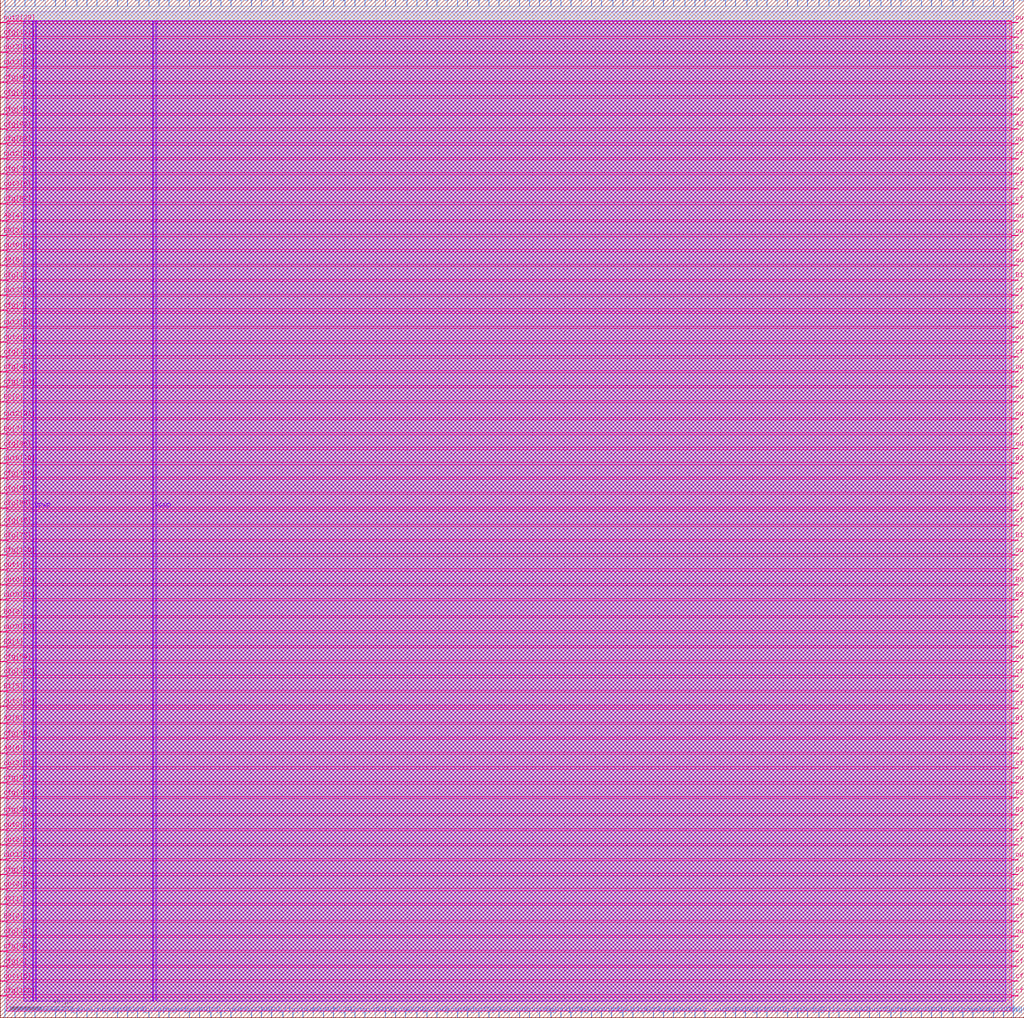
<source format=lef>
# Copyright 2020 The SkyWater PDK Authors
#
# Licensed under the Apache License, Version 2.0 (the "License");
# you may not use this file except in compliance with the License.
# You may obtain a copy of the License at
#
#     https://www.apache.org/licenses/LICENSE-2.0
#
# Unless required by applicable law or agreed to in writing, software
# distributed under the License is distributed on an "AS IS" BASIS,
# WITHOUT WARRANTIES OR CONDITIONS OF ANY KIND, either express or implied.
# See the License for the specific language governing permissions and
# limitations under the License.
#
# SPDX-License-Identifier: Apache-2.0

VERSION 5.7 ;

BUSBITCHARS "[]" ;
DIVIDERCHAR "/" ;

UNITS
  TIME NANOSECONDS 1 ;
  CAPACITANCE PICOFARADS 1 ;
  RESISTANCE OHMS 1 ;
  DATABASE MICRONS 1000 ;
END UNITS

MANUFACTURINGGRID 0.005 ;

# High density, single height
SITE unithd
  SYMMETRY Y ;
  CLASS CORE ;
  SIZE 0.46 BY 2.72 ;
END unithd

# High density, double height
SITE unithddbl
  SYMMETRY Y ;
  CLASS CORE ;
  SIZE 0.46 BY 5.44 ;
END unithddbl

LAYER li1
  TYPE ROUTING ;
  DIRECTION VERTICAL ;

  PITCH 0.46 0.34 ;
  OFFSET 0.23 0.17 ;

  WIDTH 0.17 ;          # LI 1
  # SPACING  0.17 ;     # LI 2
  SPACINGTABLE
     PARALLELRUNLENGTH 0
     WIDTH 0 0.17 ;
  AREA 0.0561 ;         # LI 6
  THICKNESS 0.1 ;
  RESISTANCE RPERSQ 12.2 ;

  ANTENNAMODEL OXIDE1 ;
  ANTENNADIFFSIDEAREARATIO PWL ( ( 0 75 ) ( 0.0125 75 ) ( 0.0225 85.125 ) ( 22.5 10200 ) ) ;
END li1

LAYER mcon
  TYPE CUT ;

  WIDTH 0.17 ;                # Mcon 1
  SPACING 0.19 ;              # Mcon 2
  ENCLOSURE BELOW 0 0 ;       # Mcon 4
  ENCLOSURE ABOVE 0.03 0.06 ; # Met1 4 / Met1 5

  ANTENNADIFFAREARATIO PWL ( ( 0 3 ) ( 0.0125 3 ) ( 0.0225 3.405 ) ( 22.5 408 ) ) ;
  DCCURRENTDENSITY AVERAGE 0.36 ; # mA per via Iavg_max at Tj = 90oC

END mcon

LAYER met1
  TYPE ROUTING ;
  DIRECTION HORIZONTAL ;

  PITCH 0.34 ;
  OFFSET 0.17 ;

  WIDTH 0.14 ;                     # Met1 1
  # SPACING 0.14 ;                 # Met1 2
  # SPACING 0.28 RANGE 3.001 100 ; # Met1 3b
  SPACINGTABLE
     PARALLELRUNLENGTH 0
     WIDTH 0 0.14
     WIDTH 3 0.28 ;
  AREA 0.083 ;                     # Met1 6
  THICKNESS 0.35 ;

  ANTENNAMODEL OXIDE1 ;
  ANTENNADIFFSIDEAREARATIO PWL ( ( 0 400 ) ( 0.0125 400 ) ( 0.0225 2609 ) ( 22.5 11600 ) ) ;

  EDGECAPACITANCE 1.79E-6 ;
  CAPACITANCE CPERSQDIST 25.8E-6 ;
  DCCURRENTDENSITY AVERAGE 2.8 ; # mA/um Iavg_max at Tj = 90oC
  ACCURRENTDENSITY RMS 6.1 ; # mA/um Irms_max at Tj = 90oC
  MAXIMUMDENSITY 70 ;
  DENSITYCHECKWINDOW 700 700 ;
  DENSITYCHECKSTEP 70 ;

  RESISTANCE RPERSQ 0.125 ;
END met1

LAYER via
  TYPE CUT ;
  WIDTH 0.15 ;                  # Via 1a
  SPACING 0.17 ;                # Via 2
  ENCLOSURE BELOW 0.055 0.085 ; # Via 4a / Via 5a
  ENCLOSURE ABOVE 0.055 0.085 ; # Met2 4 / Met2 5

  ANTENNADIFFAREARATIO PWL ( ( 0 6 ) ( 0.0125 6 ) ( 0.0225 6.81 ) ( 22.5 816 ) ) ;
  DCCURRENTDENSITY AVERAGE 0.29 ; # mA per via Iavg_max at Tj = 90oC
END via

LAYER met2
  TYPE ROUTING ;
  DIRECTION VERTICAL ;

  PITCH 0.46 ;
  OFFSET 0.23 ;

  WIDTH 0.14 ;                        # Met2 1
  # SPACING  0.14 ;                   # Met2 2
  # SPACING  0.28 RANGE 3.001 100 ;   # Met2 3b
  SPACINGTABLE
     PARALLELRUNLENGTH 0
     WIDTH 0 0.14
     WIDTH 3 0.28 ;
  AREA 0.0676 ;                       # Met2 6
  THICKNESS 0.35 ;

  CAPACITANCE CPERSQDIST 17.5E-6 ;
  RESISTANCE RPERSQ 0.125 ;
  DCCURRENTDENSITY AVERAGE 2.8 ; # mA/um Iavg_max at Tj = 90oC
  ACCURRENTDENSITY RMS 6.1 ; # mA/um Irms_max at Tj = 90oC

  ANTENNAMODEL OXIDE1 ;
  ANTENNADIFFSIDEAREARATIO PWL ( ( 0 400 ) ( 0.0125 400 ) ( 0.0225 2609 ) ( 22.5 11600 ) ) ;

  MAXIMUMDENSITY 70 ;
  DENSITYCHECKWINDOW 700 700 ;
  DENSITYCHECKSTEP 70 ;
END met2

# ******** Layer via2, type routing, number 44 **************
LAYER via2
  TYPE CUT ;
  WIDTH 0.2 ;                   # Via2 1
  SPACING 0.2 ;                 # Via2 2
  ENCLOSURE BELOW 0.04 0.085 ;  # Via2 4
  ENCLOSURE ABOVE 0.065 0.065 ; # Met3 4
  ANTENNADIFFAREARATIO PWL ( ( 0 6 ) ( 0.0125 6 ) ( 0.0225 6.81 ) ( 22.5 816 ) ) ;
  DCCURRENTDENSITY AVERAGE 0.48 ; # mA per via Iavg_max at Tj = 90oC
END via2

LAYER met3
  TYPE ROUTING ;
  DIRECTION HORIZONTAL ;

  PITCH 0.68 ;
  OFFSET 0.34 ;

  WIDTH 0.3 ;              # Met3 1
  # SPACING 0.3 ;          # Met3 2
  SPACINGTABLE
     PARALLELRUNLENGTH 0
     WIDTH 0 0.3
     WIDTH 3 0.4 ;
  AREA 0.24 ;              # Met3 6
  THICKNESS 0.8 ;

  EDGECAPACITANCE 1.86E-6 ;
  CAPACITANCE CPERSQDIST 12.6E-6 ;
  RESISTANCE RPERSQ 0.047 ;
  DCCURRENTDENSITY AVERAGE 6.8 ; # mA/um Iavg_max at Tj = 90oC
  ACCURRENTDENSITY RMS 14.9 ; # mA/um Irms_max at Tj = 90oC

  ANTENNAMODEL OXIDE1 ;
  ANTENNADIFFSIDEAREARATIO PWL ( ( 0 400 ) ( 0.0125 400 ) ( 0.0225 2609 ) ( 22.5 11600 ) ) ;

  MAXIMUMDENSITY 70 ;
  DENSITYCHECKWINDOW 700 700 ;
  DENSITYCHECKSTEP 70 ;
END met3

LAYER via3
  TYPE CUT ;
  WIDTH 0.2 ;                   # Via3 1
  SPACING 0.2 ;                 # Via3 2
  ENCLOSURE BELOW 0.06 0.09 ;   # Via3 4 / Via3 5
  ENCLOSURE ABOVE 0.065 0.065 ; # Met4 3
  ANTENNADIFFAREARATIO PWL ( ( 0 6 ) ( 0.0125 6 ) ( 0.0225 6.81 ) ( 22.5 816 ) ) ;
  DCCURRENTDENSITY AVERAGE 0.48 ; # mA per via Iavg_max at Tj = 90oC
END via3

LAYER met4
  TYPE ROUTING ;
  DIRECTION VERTICAL ;

  PITCH 0.92 ;
  OFFSET 0.46 ;

  WIDTH 0.3 ;             # Met4 1
  # SPACING  0.3 ;             # Met4 2
  SPACINGTABLE
     PARALLELRUNLENGTH 0
     WIDTH 0 0.3
     WIDTH 3 0.4 ;
  AREA 0.24 ;            # Met4 4a

  THICKNESS 0.8 ;

  EDGECAPACITANCE 1.29E-6 ;
  CAPACITANCE CPERSQDIST 8.67E-6 ;
  RESISTANCE RPERSQ 0.047 ;
  DCCURRENTDENSITY AVERAGE 6.8 ; # mA/um Iavg_max at Tj = 90oC
  ACCURRENTDENSITY RMS 14.9 ; # mA/um Irms_max at Tj = 90oC

  ANTENNAMODEL OXIDE1 ;
  ANTENNADIFFSIDEAREARATIO PWL ( ( 0 400 ) ( 0.0125 400 ) ( 0.0225 2609 ) ( 22.5 11600 ) ) ;

  MAXIMUMDENSITY 70 ;
  DENSITYCHECKWINDOW 700 700 ;
  DENSITYCHECKSTEP 70 ;
END met4

LAYER via4
  TYPE CUT ;

  WIDTH 0.8 ;                 # Via4 1
  SPACING 0.8 ;               # Via4 2
  ENCLOSURE BELOW 0.19 0.19 ; # Via4 4
  ENCLOSURE ABOVE 0.31 0.31 ; # Met5 3
  ANTENNADIFFAREARATIO PWL ( ( 0 6 ) ( 0.0125 6 ) ( 0.0225 6.81 ) ( 22.5 816 ) ) ;
  DCCURRENTDENSITY AVERAGE 2.49 ; # mA per via Iavg_max at Tj = 90oC
END via4

LAYER met5
  TYPE ROUTING ;
  DIRECTION HORIZONTAL ;

  PITCH 3.4 ;
  OFFSET 1.7 ;

  WIDTH 1.6 ;            # Met5 1
  #SPACING  1.6 ;        # Met5 2
  SPACINGTABLE
     PARALLELRUNLENGTH 0
     WIDTH 0 1.6 ;
  AREA 4 ;               # Met5 4

  THICKNESS 1.2 ;

  EDGECAPACITANCE 4.96E-6 ;
  CAPACITANCE CPERSQDIST 6.48E-6 ;
  RESISTANCE RPERSQ 0.0285 ;
  DCCURRENTDENSITY AVERAGE 10.17 ; # mA/um Iavg_max at Tj = 90oC
  ACCURRENTDENSITY RMS 22.34 ; # mA/um Irms_max at Tj = 90oC

  ANTENNAMODEL OXIDE1 ;
  ANTENNADIFFSIDEAREARATIO PWL ( ( 0 400 ) ( 0.0125 400 ) ( 0.0225 2609 ) ( 22.5 11600 ) ) ;
END met5


### Routing via cells section   ###
# Plus via rule, metals are along the prefered direction
VIA L1M1_PR DEFAULT
  LAYER mcon ;
  RECT -0.085 -0.085 0.085 0.085 ;
  LAYER li1 ;
  RECT -0.085 -0.085 0.085 0.085 ;
  LAYER met1 ;
  RECT -0.145 -0.115 0.145 0.115 ;
END L1M1_PR

VIARULE L1M1_PR GENERATE
  LAYER li1 ;
  ENCLOSURE 0 0 ;
  LAYER met1 ;
  ENCLOSURE 0.06 0.03 ;
  LAYER mcon ;
  RECT -0.085 -0.085 0.085 0.085 ;
  SPACING 0.36 BY 0.36 ;
END L1M1_PR

# Plus via rule, metals are along the non prefered direction
VIA L1M1_PR_R DEFAULT
  LAYER mcon ;
  RECT -0.085 -0.085 0.085 0.085 ;
  LAYER li1 ;
  RECT -0.085 -0.085 0.085 0.085 ;
  LAYER met1 ;
  RECT -0.115 -0.145 0.115 0.145 ;
END L1M1_PR_R

VIARULE L1M1_PR_R GENERATE
  LAYER li1 ;
  ENCLOSURE 0 0 ;
  LAYER met1 ;
  ENCLOSURE 0.03 0.06 ;
  LAYER mcon ;
  RECT -0.085 -0.085 0.085 0.085 ;
  SPACING 0.36 BY 0.36 ;
END L1M1_PR_R

# Minus via rule, lower layer metal is along prefered direction
VIA L1M1_PR_M DEFAULT
  LAYER mcon ;
  RECT -0.085 -0.085 0.085 0.085 ;
  LAYER li1 ;
  RECT -0.085 -0.085 0.085 0.085 ;
  LAYER met1 ;
  RECT -0.115 -0.145 0.115 0.145 ;
END L1M1_PR_M

VIARULE L1M1_PR_M GENERATE
  LAYER li1 ;
  ENCLOSURE 0 0 ;
  LAYER met1 ;
  ENCLOSURE 0.03 0.06 ;
  LAYER mcon ;
  RECT -0.085 -0.085 0.085 0.085 ;
  SPACING 0.36 BY 0.36 ;
END L1M1_PR_M

# Minus via rule, upper layer metal is along prefered direction
VIA L1M1_PR_MR DEFAULT
  LAYER mcon ;
  RECT -0.085 -0.085 0.085 0.085 ;
  LAYER li1 ;
  RECT -0.085 -0.085 0.085 0.085 ;
  LAYER met1 ;
  RECT -0.145 -0.115 0.145 0.115 ;
END L1M1_PR_MR

VIARULE L1M1_PR_MR GENERATE
  LAYER li1 ;
  ENCLOSURE 0 0 ;
  LAYER met1 ;
  ENCLOSURE 0.06 0.03 ;
  LAYER mcon ;
  RECT -0.085 -0.085 0.085 0.085 ;
  SPACING 0.36 BY 0.36 ;
END L1M1_PR_MR

# Centered via rule, we really do not want to use it
VIA L1M1_PR_C DEFAULT
  LAYER mcon ;
  RECT -0.085 -0.085 0.085 0.085 ;
  LAYER li1 ;
  RECT -0.085 -0.085 0.085 0.085 ;
  LAYER met1 ;
  RECT -0.145 -0.145 0.145 0.145 ;
END L1M1_PR_C

VIARULE L1M1_PR_C GENERATE
  LAYER li1 ;
  ENCLOSURE 0 0 ;
  LAYER met1 ;
  ENCLOSURE 0.06 0.06 ;
  LAYER mcon ;
  RECT -0.085 -0.085 0.085 0.085 ;
  SPACING 0.36 BY 0.36 ;
END L1M1_PR_C

# Plus via rule, metals are along the prefered direction
VIA M1M2_PR DEFAULT
  LAYER via ;
  RECT -0.075 -0.075 0.075 0.075 ;
  LAYER met1 ;
  RECT -0.16 -0.13 0.16 0.13 ;
  LAYER met2 ;
  RECT -0.13 -0.16 0.13 0.16 ;
END M1M2_PR

VIARULE M1M2_PR GENERATE
  LAYER met1 ;
  ENCLOSURE 0.085 0.055 ;
  LAYER met2 ;
  ENCLOSURE 0.055 0.085 ;
  LAYER via ;
  RECT -0.075 -0.075 0.075 0.075 ;
  SPACING 0.32 BY 0.32 ;
END M1M2_PR

# Plus via rule, metals are along the non prefered direction
VIA M1M2_PR_R DEFAULT
  LAYER via ;
  RECT -0.075 -0.075 0.075 0.075 ;
  LAYER met1 ;
  RECT -0.13 -0.16 0.13 0.16 ;
  LAYER met2 ;
  RECT -0.16 -0.13 0.16 0.13 ;
END M1M2_PR_R

VIARULE M1M2_PR_R GENERATE
  LAYER met1 ;
  ENCLOSURE 0.055 0.085 ;
  LAYER met2 ;
  ENCLOSURE 0.085 0.055 ;
  LAYER via ;
  RECT -0.075 -0.075 0.075 0.075 ;
  SPACING 0.32 BY 0.32 ;
END M1M2_PR_R

# Minus via rule, lower layer metal is along prefered direction
VIA M1M2_PR_M DEFAULT
  LAYER via ;
  RECT -0.075 -0.075 0.075 0.075 ;
  LAYER met1 ;
  RECT -0.16 -0.13 0.16 0.13 ;
  LAYER met2 ;
  RECT -0.16 -0.13 0.16 0.13 ;
END M1M2_PR_M

VIARULE M1M2_PR_M GENERATE
  LAYER met1 ;
  ENCLOSURE 0.085 0.055 ;
  LAYER met2 ;
  ENCLOSURE 0.085 0.055 ;
  LAYER via ;
  RECT -0.075 -0.075 0.075 0.075 ;
  SPACING 0.32 BY 0.32 ;
END M1M2_PR_M

# Minus via rule, upper layer metal is along prefered direction
VIA M1M2_PR_MR DEFAULT
  LAYER via ;
  RECT -0.075 -0.075 0.075 0.075 ;
  LAYER met1 ;
  RECT -0.13 -0.16 0.13 0.16 ;
  LAYER met2 ;
  RECT -0.13 -0.16 0.13 0.16 ;
END M1M2_PR_MR

VIARULE M1M2_PR_MR GENERATE
  LAYER met1 ;
  ENCLOSURE 0.055 0.085 ;
  LAYER met2 ;
  ENCLOSURE 0.055 0.085 ;
  LAYER via ;
  RECT -0.075 -0.075 0.075 0.075 ;
  SPACING 0.32 BY 0.32 ;
END M1M2_PR_MR

# Centered via rule, we really do not want to use it
VIA M1M2_PR_C DEFAULT
  LAYER via ;
  RECT -0.075 -0.075 0.075 0.075 ;
  LAYER met1 ;
  RECT -0.16 -0.16 0.16 0.16 ;
  LAYER met2 ;
  RECT -0.16 -0.16 0.16 0.16 ;
END M1M2_PR_C

VIARULE M1M2_PR_C GENERATE
  LAYER met1 ;
  ENCLOSURE 0.085 0.085 ;
  LAYER met2 ;
  ENCLOSURE 0.085 0.085 ;
  LAYER via ;
  RECT -0.075 -0.075 0.075 0.075 ;
  SPACING 0.32 BY 0.32 ;
END M1M2_PR_C

# Plus via rule, metals are along the prefered direction
VIA M2M3_PR DEFAULT
  LAYER via2 ;
  RECT -0.1 -0.1 0.1 0.1 ;
  LAYER met2 ;
  RECT -0.14 -0.185 0.14 0.185 ;
  LAYER met3 ;
  RECT -0.165 -0.165 0.165 0.165 ;
END M2M3_PR

VIARULE M2M3_PR GENERATE
  LAYER met2 ;
  ENCLOSURE 0.04 0.085 ;
  LAYER met3 ;
  ENCLOSURE 0.065 0.065 ;
  LAYER via2 ;
  RECT -0.1 -0.1 0.1 0.1 ;
  SPACING 0.4 BY 0.4 ;
END M2M3_PR

# Plus via rule, metals are along the non prefered direction
VIA M2M3_PR_R DEFAULT
  LAYER via2 ;
  RECT -0.1 -0.1 0.1 0.1 ;
  LAYER met2 ;
  RECT -0.185 -0.14 0.185 0.14 ;
  LAYER met3 ;
  RECT -0.165 -0.165 0.165 0.165 ;
END M2M3_PR_R

VIARULE M2M3_PR_R GENERATE
  LAYER met2 ;
  ENCLOSURE 0.085 0.04 ;
  LAYER met3 ;
  ENCLOSURE 0.065 0.065 ;
  LAYER via2 ;
  RECT -0.1 -0.1 0.1 0.1 ;
  SPACING 0.4 BY 0.4 ;
END M2M3_PR_R

# Minus via rule, lower layer metal is along prefered direction
VIA M2M3_PR_M DEFAULT
  LAYER via2 ;
  RECT -0.1 -0.1 0.1 0.1 ;
  LAYER met2 ;
  RECT -0.14 -0.185 0.14 0.185 ;
  LAYER met3 ;
  RECT -0.165 -0.165 0.165 0.165 ;
END M2M3_PR_M

VIARULE M2M3_PR_M GENERATE
  LAYER met2 ;
  ENCLOSURE 0.04 0.085 ;
  LAYER met3 ;
  ENCLOSURE 0.065 0.065 ;
  LAYER via2 ;
  RECT -0.1 -0.1 0.1 0.1 ;
  SPACING 0.4 BY 0.4 ;
END M2M3_PR_M

# Minus via rule, upper layer metal is along prefered direction
VIA M2M3_PR_MR DEFAULT
  LAYER via2 ;
  RECT -0.1 -0.1 0.1 0.1 ;
  LAYER met2 ;
  RECT -0.185 -0.14 0.185 0.14 ;
  LAYER met3 ;
  RECT -0.165 -0.165 0.165 0.165 ;
END M2M3_PR_MR

VIARULE M2M3_PR_MR GENERATE
  LAYER met2 ;
  ENCLOSURE 0.085 0.04 ;
  LAYER met3 ;
  ENCLOSURE 0.065 0.065 ;
  LAYER via2 ;
  RECT -0.1 -0.1 0.1 0.1 ;
  SPACING 0.4 BY 0.4 ;
END M2M3_PR_MR

# Centered via rule, we really do not want to use it
VIA M2M3_PR_C DEFAULT
  LAYER via2 ;
  RECT -0.1 -0.1 0.1 0.1 ;
  LAYER met2 ;
  RECT -0.185 -0.185 0.185 0.185 ;
  LAYER met3 ;
  RECT -0.165 -0.165 0.165 0.165 ;
END M2M3_PR_C

VIARULE M2M3_PR_C GENERATE
  LAYER met2 ;
  ENCLOSURE 0.085 0.085 ;
  LAYER met3 ;
  ENCLOSURE 0.065 0.065 ;
  LAYER via2 ;
  RECT -0.1 -0.1 0.1 0.1 ;
  SPACING 0.4 BY 0.4 ;
END M2M3_PR_C

# Plus via rule, metals are along the prefered direction
VIA M3M4_PR DEFAULT
  LAYER via3 ;
  RECT -0.1 -0.1 0.1 0.1 ;
  LAYER met3 ;
  RECT -0.19 -0.16 0.19 0.16 ;
  LAYER met4 ;
  RECT -0.165 -0.165 0.165 0.165 ;
END M3M4_PR

VIARULE M3M4_PR GENERATE
  LAYER met3 ;
  ENCLOSURE 0.09 0.06 ;
  LAYER met4 ;
  ENCLOSURE 0.065 0.065 ;
  LAYER via3 ;
  RECT -0.1 -0.1 0.1 0.1 ;
  SPACING 0.4 BY 0.4 ;
END M3M4_PR

# Plus via rule, metals are along the non prefered direction
VIA M3M4_PR_R DEFAULT
  LAYER via3 ;
  RECT -0.1 -0.1 0.1 0.1 ;
  LAYER met3 ;
  RECT -0.16 -0.19 0.16 0.19 ;
  LAYER met4 ;
  RECT -0.165 -0.165 0.165 0.165 ;
END M3M4_PR_R

VIARULE M3M4_PR_R GENERATE
  LAYER met3 ;
  ENCLOSURE 0.06 0.09 ;
  LAYER met4 ;
  ENCLOSURE 0.065 0.065 ;
  LAYER via3 ;
  RECT -0.1 -0.1 0.1 0.1 ;
  SPACING 0.4 BY 0.4 ;
END M3M4_PR_R

# Minus via rule, lower layer metal is along prefered direction
VIA M3M4_PR_M DEFAULT
  LAYER via3 ;
  RECT -0.1 -0.1 0.1 0.1 ;
  LAYER met3 ;
  RECT -0.19 -0.16 0.19 0.16 ;
  LAYER met4 ;
  RECT -0.165 -0.165 0.165 0.165 ;
END M3M4_PR_M

VIARULE M3M4_PR_M GENERATE
  LAYER met3 ;
  ENCLOSURE 0.09 0.06 ;
  LAYER met4 ;
  ENCLOSURE 0.065 0.065 ;
  LAYER via3 ;
  RECT -0.1 -0.1 0.1 0.1 ;
  SPACING 0.4 BY 0.4 ;
END M3M4_PR_M

# Minus via rule, upper layer metal is along prefered direction
VIA M3M4_PR_MR DEFAULT
  LAYER via3 ;
  RECT -0.1 -0.1 0.1 0.1 ;
  LAYER met3 ;
  RECT -0.16 -0.19 0.16 0.19 ;
  LAYER met4 ;
  RECT -0.165 -0.165 0.165 0.165 ;
END M3M4_PR_MR

VIARULE M3M4_PR_MR GENERATE
  LAYER met3 ;
  ENCLOSURE 0.06 0.09 ;
  LAYER met4 ;
  ENCLOSURE 0.065 0.065 ;
  LAYER via3 ;
  RECT -0.1 -0.1 0.1 0.1 ;
  SPACING 0.4 BY 0.4 ;
END M3M4_PR_MR

# Centered via rule, we really do not want to use it
VIA M3M4_PR_C DEFAULT
  LAYER via3 ;
  RECT -0.1 -0.1 0.1 0.1 ;
  LAYER met3 ;
  RECT -0.19 -0.19 0.19 0.19 ;
  LAYER met4 ;
  RECT -0.165 -0.165 0.165 0.165 ;
END M3M4_PR_C

VIARULE M3M4_PR_C GENERATE
  LAYER met3 ;
  ENCLOSURE 0.09 0.09 ;
  LAYER met4 ;
  ENCLOSURE 0.065 0.065 ;
  LAYER via3 ;
  RECT -0.1 -0.1 0.1 0.1 ;
  SPACING 0.4 BY 0.4 ;
END M3M4_PR_C

# Plus via rule, metals are along the prefered direction
VIA M4M5_PR DEFAULT
  LAYER via4 ;
  RECT -0.4 -0.4 0.4 0.4 ;
  LAYER met4 ;
  RECT -0.59 -0.59 0.59 0.59 ;
  LAYER met5 ;
  RECT -0.71 -0.71 0.71 0.71 ;
END M4M5_PR

VIARULE M4M5_PR GENERATE
  LAYER met4 ;
  ENCLOSURE 0.19 0.19 ;
  LAYER met5 ;
  ENCLOSURE 0.31 0.31 ;
  LAYER via4 ;
  RECT -0.4 -0.4 0.4 0.4 ;
  SPACING 1.6 BY 1.6 ;
END M4M5_PR

# Plus via rule, metals are along the non prefered direction
VIA M4M5_PR_R DEFAULT
  LAYER via4 ;
  RECT -0.4 -0.4 0.4 0.4 ;
  LAYER met4 ;
  RECT -0.59 -0.59 0.59 0.59 ;
  LAYER met5 ;
  RECT -0.71 -0.71 0.71 0.71 ;
END M4M5_PR_R

VIARULE M4M5_PR_R GENERATE
  LAYER met4 ;
  ENCLOSURE 0.19 0.19 ;
  LAYER met5 ;
  ENCLOSURE 0.31 0.31 ;
  LAYER via4 ;
  RECT -0.4 -0.4 0.4 0.4 ;
  SPACING 1.6 BY 1.6 ;
END M4M5_PR_R

# Minus via rule, lower layer metal is along prefered direction
VIA M4M5_PR_M DEFAULT
  LAYER via4 ;
  RECT -0.4 -0.4 0.4 0.4 ;
  LAYER met4 ;
  RECT -0.59 -0.59 0.59 0.59 ;
  LAYER met5 ;
  RECT -0.71 -0.71 0.71 0.71 ;
END M4M5_PR_M

VIARULE M4M5_PR_M GENERATE
  LAYER met4 ;
  ENCLOSURE 0.19 0.19 ;
  LAYER met5 ;
  ENCLOSURE 0.31 0.31 ;
  LAYER via4 ;
  RECT -0.4 -0.4 0.4 0.4 ;
  SPACING 1.6 BY 1.6 ;
END M4M5_PR_M

# Minus via rule, upper layer metal is along prefered direction
VIA M4M5_PR_MR DEFAULT
  LAYER via4 ;
  RECT -0.4 -0.4 0.4 0.4 ;
  LAYER met4 ;
  RECT -0.59 -0.59 0.59 0.59 ;
  LAYER met5 ;
  RECT -0.71 -0.71 0.71 0.71 ;
END M4M5_PR_MR

VIARULE M4M5_PR_MR GENERATE
  LAYER met4 ;
  ENCLOSURE 0.19 0.19 ;
  LAYER met5 ;
  ENCLOSURE 0.31 0.31 ;
  LAYER via4 ;
  RECT -0.4 -0.4 0.4 0.4 ;
  SPACING 1.6 BY 1.6 ;
END M4M5_PR_MR

# Centered via rule, we really do not want to use it
VIA M4M5_PR_C DEFAULT
  LAYER via4 ;
  RECT -0.4 -0.4 0.4 0.4 ;
  LAYER met4 ;
  RECT -0.59 -0.59 0.59 0.59 ;
  LAYER met5 ;
  RECT -0.71 -0.71 0.71 0.71 ;
END M4M5_PR_C

VIARULE M4M5_PR_C GENERATE
  LAYER met4 ;
  ENCLOSURE 0.19 0.19 ;
  LAYER met5 ;
  ENCLOSURE 0.31 0.31 ;
  LAYER via4 ;
  RECT -0.4 -0.4 0.4 0.4 ;
  SPACING 1.6 BY 1.6 ;
END M4M5_PR_C
###  end of single via cells   ###


MACRO sky130_fd_sc_hd__o41ai_4
  CLASS CORE ;
  SOURCE USER ;
  FOREIGN sky130_fd_sc_hd__o41ai_4 ;
  ORIGIN  0.000000  0.000000 ;
  SIZE 13.8 BY 2.72 ;
  SYMMETRY X Y R90 ;
  SITE unithd ;
  PIN A1
    ANTENNAGATEAREA  0.990000 ;
    DIRECTION INPUT ;
    USE SIGNAL ;
    PORT
      LAYER li1 ;
        RECT 8.155 1.075 10.035 1.275 ;
    END
  END A1
  PIN A2
    ANTENNAGATEAREA  0.990000 ;
    DIRECTION INPUT ;
    USE SIGNAL ;
    PORT
      LAYER li1 ;
        RECT 6.17 1.075 7.94 1.275 ;
    END
  END A2
  PIN A3
    ANTENNAGATEAREA  0.990000 ;
    DIRECTION INPUT ;
    USE SIGNAL ;
    PORT
      LAYER li1 ;
        RECT 4.31 1.075 5.98 1.275 ;
    END
  END A3
  PIN A4
    ANTENNAGATEAREA  0.990000 ;
    DIRECTION INPUT ;
    USE SIGNAL ;
    PORT
      LAYER li1 ;
        RECT 2.35 1.075 4.02 1.275 ;
    END
  END A4
  PIN B1
    ANTENNAGATEAREA  0.990000 ;
    DIRECTION INPUT ;
    USE SIGNAL ;
    PORT
      LAYER li1 ;
        RECT 0.105 1.075 1.7 1.275 ;
    END
  END B1
  PIN Y
    ANTENNADIFFAREA  1.431000 ;
    DIRECTION OUTPUT ;
    USE SIGNAL ;
    PORT
      LAYER li1 ;
        RECT 0.515 0.635 2.16 0.905 ;
        RECT 0.515 1.445 3.885 1.615 ;
        RECT 0.515 1.615 0.845 2.465 ;
        RECT 1.355 1.615 1.685 2.465 ;
        RECT 1.87 0.905 2.16 1.445 ;
        RECT 2.715 1.615 3.045 2.125 ;
        RECT 3.555 1.615 3.885 2.125 ;
    END
  END Y
  PIN VGND
    DIRECTION INOUT ;
    SHAPE ABUTMENT ;
    USE GROUND ;
    PORT
      LAYER li1 ;
        RECT 0 -0.085 10.12 0.085 ;
        RECT 2.795 0.085 2.965 0.545 ;
        RECT 3.635 0.085 3.805 0.545 ;
        RECT 4.475 0.085 4.645 0.545 ;
        RECT 5.315 0.085 5.485 0.545 ;
        RECT 6.675 0.085 6.845 0.545 ;
        RECT 7.515 0.085 7.685 0.545 ;
        RECT 8.355 0.085 8.525 0.545 ;
        RECT 9.195 0.085 9.365 0.545 ;
      LAYER mcon ;
        RECT 0.145 -0.085 0.315 0.085 ;
        RECT 0.605 -0.085 0.775 0.085 ;
        RECT 1.065 -0.085 1.235 0.085 ;
        RECT 1.525 -0.085 1.695 0.085 ;
        RECT 1.985 -0.085 2.155 0.085 ;
        RECT 2.445 -0.085 2.615 0.085 ;
        RECT 2.905 -0.085 3.075 0.085 ;
        RECT 3.365 -0.085 3.535 0.085 ;
        RECT 3.825 -0.085 3.995 0.085 ;
        RECT 4.285 -0.085 4.455 0.085 ;
        RECT 4.745 -0.085 4.915 0.085 ;
        RECT 5.205 -0.085 5.375 0.085 ;
        RECT 5.665 -0.085 5.835 0.085 ;
        RECT 6.125 -0.085 6.295 0.085 ;
        RECT 6.585 -0.085 6.755 0.085 ;
        RECT 7.045 -0.085 7.215 0.085 ;
        RECT 7.505 -0.085 7.675 0.085 ;
        RECT 7.965 -0.085 8.135 0.085 ;
        RECT 8.425 -0.085 8.595 0.085 ;
        RECT 8.885 -0.085 9.055 0.085 ;
        RECT 9.345 -0.085 9.515 0.085 ;
        RECT 9.805 -0.085 9.975 0.085 ;
      LAYER met1 ;
        RECT 0 -0.24 10.12 0.24 ;
    END
  END VGND
  PIN VPWR
    DIRECTION INOUT ;
    SHAPE ABUTMENT ;
    USE POWER ;
    PORT
      LAYER li1 ;
        RECT 0 2.635 10.12 2.805 ;
        RECT 0.085 1.445 0.345 2.635 ;
        RECT 1.015 1.835 1.185 2.635 ;
        RECT 1.855 1.835 2.105 2.635 ;
        RECT 8.355 1.835 8.525 2.635 ;
        RECT 9.195 1.835 9.365 2.635 ;
      LAYER mcon ;
        RECT 0.145 2.635 0.315 2.805 ;
        RECT 0.605 2.635 0.775 2.805 ;
        RECT 1.065 2.635 1.235 2.805 ;
        RECT 1.525 2.635 1.695 2.805 ;
        RECT 1.985 2.635 2.155 2.805 ;
        RECT 2.445 2.635 2.615 2.805 ;
        RECT 2.905 2.635 3.075 2.805 ;
        RECT 3.365 2.635 3.535 2.805 ;
        RECT 3.825 2.635 3.995 2.805 ;
        RECT 4.285 2.635 4.455 2.805 ;
        RECT 4.745 2.635 4.915 2.805 ;
        RECT 5.205 2.635 5.375 2.805 ;
        RECT 5.665 2.635 5.835 2.805 ;
        RECT 6.125 2.635 6.295 2.805 ;
        RECT 6.585 2.635 6.755 2.805 ;
        RECT 7.045 2.635 7.215 2.805 ;
        RECT 7.505 2.635 7.675 2.805 ;
        RECT 7.965 2.635 8.135 2.805 ;
        RECT 8.425 2.635 8.595 2.805 ;
        RECT 8.885 2.635 9.055 2.805 ;
        RECT 9.345 2.635 9.515 2.805 ;
        RECT 9.805 2.635 9.975 2.805 ;
      LAYER met1 ;
        RECT 0 2.48 10.12 2.96 ;
    END
  END VPWR
  OBS
    LAYER li1 ;
      RECT 0.085 0.255 2.625 0.465 ;
      RECT 0.085 0.465 0.345 0.905 ;
      RECT 2.295 1.785 2.545 2.295 ;
      RECT 2.295 2.295 4.225 2.465 ;
      RECT 2.35 0.465 2.625 0.735 ;
      RECT 2.35 0.735 9.865 0.905 ;
      RECT 3.135 0.255 3.465 0.735 ;
      RECT 3.215 1.785 3.385 2.295 ;
      RECT 3.975 0.255 4.305 0.735 ;
      RECT 4.055 1.445 5.985 1.615 ;
      RECT 4.055 1.615 4.225 2.295 ;
      RECT 4.395 1.785 4.645 2.295 ;
      RECT 4.395 2.295 7.685 2.465 ;
      RECT 4.815 0.255 5.145 0.735 ;
      RECT 4.815 1.615 5.145 2.125 ;
      RECT 5.315 1.785 5.485 2.295 ;
      RECT 5.655 0.255 5.985 0.735 ;
      RECT 5.655 1.615 5.985 2.125 ;
      RECT 6.175 0.26 6.505 0.735 ;
      RECT 6.175 1.445 9.865 1.615 ;
      RECT 6.175 1.615 6.505 2.125 ;
      RECT 6.675 1.785 6.845 2.295 ;
      RECT 7.015 0.26 7.345 0.735 ;
      RECT 7.015 1.615 7.345 2.125 ;
      RECT 7.515 1.785 7.685 2.295 ;
      RECT 7.855 0.26 8.185 0.735 ;
      RECT 7.855 1.615 8.185 2.465 ;
      RECT 8.695 0.26 9.025 0.735 ;
      RECT 8.695 1.615 9.025 2.465 ;
      RECT 9.535 0.26 9.865 0.735 ;
      RECT 9.535 1.615 9.865 2.465 ;
  END
END sky130_fd_sc_hd__o41ai_4
MACRO sky130_fd_sc_hd__lpflow_decapkapwr_12
  CLASS CORE ;
  SOURCE USER ;
  FOREIGN sky130_fd_sc_hd__lpflow_decapkapwr_12 ;
  ORIGIN  0.000000  0.000000 ;
  SIZE 9.2 BY 2.72 ;
  SYMMETRY X Y R90 ;
  SITE unithd ;
  PIN KAPWR
    DIRECTION INOUT ;
    SHAPE ABUTMENT ;
    USE POWER ;
    PORT
      LAYER li1 ;
        RECT 0.085 1.545 5.43 2.465 ;
        RECT 2.835 1.025 5.43 1.545 ;
      LAYER mcon ;
        RECT 0.145 2.125 0.315 2.295 ;
        RECT 0.605 2.125 0.775 2.295 ;
        RECT 1.065 2.125 1.235 2.295 ;
        RECT 1.525 2.125 1.695 2.295 ;
        RECT 1.985 2.125 2.155 2.295 ;
        RECT 2.445 2.125 2.615 2.295 ;
        RECT 2.905 2.125 3.075 2.295 ;
        RECT 3.365 2.125 3.535 2.295 ;
        RECT 3.825 2.125 3.995 2.295 ;
        RECT 4.285 2.125 4.455 2.295 ;
        RECT 4.745 2.125 4.915 2.295 ;
        RECT 5.205 2.125 5.375 2.295 ;
      LAYER met1 ;
        RECT 0.07 2.14 5.45 2.34 ;
        RECT 0.085 2.08 5.435 2.14 ;
    END
  END KAPWR
  PIN VGND
    DIRECTION INOUT ;
    SHAPE ABUTMENT ;
    USE GROUND ;
    PORT
      LAYER li1 ;
        RECT 0 -0.085 5.52 0.085 ;
        RECT 0.085 0.085 5.43 0.855 ;
        RECT 0.085 0.855 2.665 1.375 ;
      LAYER mcon ;
        RECT 0.145 -0.085 0.315 0.085 ;
        RECT 0.605 -0.085 0.775 0.085 ;
        RECT 1.065 -0.085 1.235 0.085 ;
        RECT 1.525 -0.085 1.695 0.085 ;
        RECT 1.985 -0.085 2.155 0.085 ;
        RECT 2.445 -0.085 2.615 0.085 ;
        RECT 2.905 -0.085 3.075 0.085 ;
        RECT 3.365 -0.085 3.535 0.085 ;
        RECT 3.825 -0.085 3.995 0.085 ;
        RECT 4.285 -0.085 4.455 0.085 ;
        RECT 4.745 -0.085 4.915 0.085 ;
        RECT 5.205 -0.085 5.375 0.085 ;
      LAYER met1 ;
        RECT 0 -0.24 5.52 0.24 ;
    END
  END VGND
  PIN VPWR
    DIRECTION INOUT ;
    SHAPE ABUTMENT ;
    USE POWER ;
    PORT
      LAYER li1 ;
        RECT 0 2.635 5.52 2.805 ;
      LAYER mcon ;
        RECT 0.145 2.635 0.315 2.805 ;
        RECT 0.605 2.635 0.775 2.805 ;
        RECT 1.065 2.635 1.235 2.805 ;
        RECT 1.525 2.635 1.695 2.805 ;
        RECT 1.985 2.635 2.155 2.805 ;
        RECT 2.445 2.635 2.615 2.805 ;
        RECT 2.905 2.635 3.075 2.805 ;
        RECT 3.365 2.635 3.535 2.805 ;
        RECT 3.825 2.635 3.995 2.805 ;
        RECT 4.285 2.635 4.455 2.805 ;
        RECT 4.745 2.635 4.915 2.805 ;
        RECT 5.205 2.635 5.375 2.805 ;
      LAYER met1 ;
        RECT 0 2.48 5.52 2.96 ;
    END
  END VPWR
END sky130_fd_sc_hd__lpflow_decapkapwr_12
MACRO sky130_fd_sc_hd__clkdlybuf4s50_2
  CLASS CORE ;
  SOURCE USER ;
  FOREIGN sky130_fd_sc_hd__clkdlybuf4s50_2 ;
  ORIGIN  0.000000  0.000000 ;
  SIZE 7.82 BY 2.72 ;
  SYMMETRY X Y R90 ;
  SITE unithd ;
  PIN A
    ANTENNAGATEAREA  0.213000 ;
    DIRECTION INPUT ;
    USE SIGNAL ;
    PORT
      LAYER li1 ;
        RECT 0.085 1.075 0.48 1.285 ;
    END
  END A
  PIN X
    ANTENNADIFFAREA  0.390500 ;
    DIRECTION OUTPUT ;
    USE SIGNAL ;
    PORT
      LAYER li1 ;
        RECT 3.185 0.27 3.625 0.64 ;
        RECT 3.185 1.53 3.625 2.465 ;
        RECT 3.345 0.64 3.625 1.53 ;
    END
  END X
  PIN VGND
    DIRECTION INOUT ;
    SHAPE ABUTMENT ;
    USE GROUND ;
    PORT
      LAYER li1 ;
        RECT 0 -0.085 4.14 0.085 ;
        RECT 0.585 0.085 0.915 0.565 ;
        RECT 2.685 0.085 3.015 0.565 ;
        RECT 3.795 0.085 4.055 0.635 ;
      LAYER mcon ;
        RECT 0.145 -0.085 0.315 0.085 ;
        RECT 0.605 -0.085 0.775 0.085 ;
        RECT 1.065 -0.085 1.235 0.085 ;
        RECT 1.525 -0.085 1.695 0.085 ;
        RECT 1.985 -0.085 2.155 0.085 ;
        RECT 2.445 -0.085 2.615 0.085 ;
        RECT 2.905 -0.085 3.075 0.085 ;
        RECT 3.365 -0.085 3.535 0.085 ;
        RECT 3.825 -0.085 3.995 0.085 ;
      LAYER met1 ;
        RECT 0 -0.24 4.14 0.24 ;
    END
  END VGND
  PIN VPWR
    DIRECTION INOUT ;
    SHAPE ABUTMENT ;
    USE POWER ;
    PORT
      LAYER li1 ;
        RECT 0 2.635 4.14 2.805 ;
        RECT 0.6 1.8 0.93 2.635 ;
        RECT 2.685 1.8 3.015 2.635 ;
        RECT 3.795 1.8 4.055 2.635 ;
      LAYER mcon ;
        RECT 0.145 2.635 0.315 2.805 ;
        RECT 0.605 2.635 0.775 2.805 ;
        RECT 1.065 2.635 1.235 2.805 ;
        RECT 1.525 2.635 1.695 2.805 ;
        RECT 1.985 2.635 2.155 2.805 ;
        RECT 2.445 2.635 2.615 2.805 ;
        RECT 2.905 2.635 3.075 2.805 ;
        RECT 3.365 2.635 3.535 2.805 ;
        RECT 3.825 2.635 3.995 2.805 ;
      LAYER met1 ;
        RECT 0 2.48 4.14 2.96 ;
    END
  END VPWR
  OBS
    LAYER li1 ;
      RECT 0.085 0.27 0.415 0.735 ;
      RECT 0.085 0.735 1.27 0.905 ;
      RECT 0.085 1.455 1.27 1.63 ;
      RECT 0.085 1.63 0.43 2.465 ;
      RECT 0.765 1.075 1.435 1.245 ;
      RECT 0.85 0.905 1.27 1.075 ;
      RECT 0.85 1.245 1.27 1.455 ;
      RECT 1.39 1.785 1.795 2.465 ;
      RECT 1.44 0.27 1.795 0.9 ;
      RECT 1.625 0.9 1.795 1.075 ;
      RECT 1.625 1.075 2.305 1.245 ;
      RECT 1.625 1.245 1.795 1.785 ;
      RECT 1.985 0.27 2.235 0.735 ;
      RECT 1.985 0.735 2.645 0.905 ;
      RECT 1.985 1.46 2.645 1.63 ;
      RECT 1.985 1.63 2.235 2.465 ;
      RECT 2.475 0.905 2.645 0.995 ;
      RECT 2.475 0.995 3.175 1.325 ;
      RECT 2.475 1.325 2.645 1.46 ;
  END
END sky130_fd_sc_hd__clkdlybuf4s50_2
MACRO sky130_fd_sc_hd__dfbbp_1
  CLASS CORE ;
  SOURCE USER ;
  FOREIGN sky130_fd_sc_hd__dfbbp_1 ;
  ORIGIN  0.000000  0.000000 ;
  SIZE 15.64 BY 2.72 ;
  SYMMETRY X Y R90 ;
  SITE unithd ;
  PIN D
    ANTENNAGATEAREA  0.126000 ;
    DIRECTION INPUT ;
    USE SIGNAL ;
    PORT
      LAYER li1 ;
        RECT 1.75 1.005 2.16 1.625 ;
    END
  END D
  PIN Q
    ANTENNADIFFAREA  0.429000 ;
    DIRECTION OUTPUT ;
    USE SIGNAL ;
    PORT
      LAYER li1 ;
        RECT 11.615 0.255 11.875 0.825 ;
        RECT 11.615 1.445 11.875 2.465 ;
        RECT 11.66 0.825 11.875 1.445 ;
    END
  END Q
  PIN Q_N
    ANTENNADIFFAREA  0.429000 ;
    DIRECTION OUTPUT ;
    USE SIGNAL ;
    PORT
      LAYER li1 ;
        RECT 10.2 0.255 10.485 0.715 ;
        RECT 10.2 1.63 10.485 2.465 ;
        RECT 10.28 0.715 10.485 1.63 ;
    END
  END Q_N
  PIN RESET_B
    ANTENNAGATEAREA  0.159000 ;
    DIRECTION INPUT ;
    USE SIGNAL ;
    PORT
      LAYER li1 ;
        RECT 9.315 1.095 9.69 1.325 ;
    END
  END RESET_B
  PIN SET_B
    ANTENNAGATEAREA  0.252000 ;
    DIRECTION INPUT ;
    USE SIGNAL ;
    PORT
      LAYER li1 ;
        RECT 3.59 0.735 4 0.965 ;
        RECT 3.59 0.965 3.92 1.065 ;
        RECT 7.46 0.735 7.835 1.065 ;
      LAYER mcon ;
        RECT 3.83 0.765 4 0.935 ;
        RECT 7.51 0.765 7.68 0.935 ;
      LAYER met1 ;
        RECT 3.77 0.735 4.06 0.78 ;
        RECT 3.77 0.78 7.74 0.92 ;
        RECT 3.77 0.92 4.06 0.965 ;
        RECT 7.45 0.735 7.74 0.78 ;
        RECT 7.45 0.92 7.74 0.965 ;
    END
  END SET_B
  PIN CLK
    ANTENNAGATEAREA  0.159000 ;
    DIRECTION INPUT ;
    USE CLOCK ;
    PORT
      LAYER li1 ;
        RECT 0.085 0.975 0.44 1.625 ;
    END
  END CLK
  PIN VGND
    DIRECTION INOUT ;
    SHAPE ABUTMENT ;
    USE GROUND ;
    PORT
      LAYER li1 ;
        RECT 0 -0.085 11.96 0.085 ;
        RECT 0.515 0.085 0.845 0.465 ;
        RECT 1.435 0.085 1.785 0.465 ;
        RECT 3.57 0.085 3.74 0.525 ;
        RECT 5.35 0.085 5.68 0.465 ;
        RECT 7.265 0.085 7.525 0.525 ;
        RECT 9.7 0.085 10.03 0.805 ;
        RECT 11.15 0.085 11.445 0.545 ;
      LAYER mcon ;
        RECT 0.145 -0.085 0.315 0.085 ;
        RECT 0.605 -0.085 0.775 0.085 ;
        RECT 1.065 -0.085 1.235 0.085 ;
        RECT 1.525 -0.085 1.695 0.085 ;
        RECT 1.985 -0.085 2.155 0.085 ;
        RECT 2.445 -0.085 2.615 0.085 ;
        RECT 2.905 -0.085 3.075 0.085 ;
        RECT 3.365 -0.085 3.535 0.085 ;
        RECT 3.825 -0.085 3.995 0.085 ;
        RECT 4.285 -0.085 4.455 0.085 ;
        RECT 4.745 -0.085 4.915 0.085 ;
        RECT 5.205 -0.085 5.375 0.085 ;
        RECT 5.665 -0.085 5.835 0.085 ;
        RECT 6.125 -0.085 6.295 0.085 ;
        RECT 6.585 -0.085 6.755 0.085 ;
        RECT 7.045 -0.085 7.215 0.085 ;
        RECT 7.505 -0.085 7.675 0.085 ;
        RECT 7.965 -0.085 8.135 0.085 ;
        RECT 8.425 -0.085 8.595 0.085 ;
        RECT 8.885 -0.085 9.055 0.085 ;
        RECT 9.345 -0.085 9.515 0.085 ;
        RECT 9.805 -0.085 9.975 0.085 ;
        RECT 10.265 -0.085 10.435 0.085 ;
        RECT 10.725 -0.085 10.895 0.085 ;
        RECT 11.185 -0.085 11.355 0.085 ;
        RECT 11.645 -0.085 11.815 0.085 ;
      LAYER met1 ;
        RECT 0 -0.24 11.96 0.24 ;
    END
  END VGND
  PIN VPWR
    DIRECTION INOUT ;
    SHAPE ABUTMENT ;
    USE POWER ;
    PORT
      LAYER li1 ;
        RECT 0 2.635 11.96 2.805 ;
        RECT 0.515 2.135 0.845 2.635 ;
        RECT 1.435 2.135 1.785 2.635 ;
        RECT 3.41 2.205 3.79 2.635 ;
        RECT 4.88 1.915 5.21 2.635 ;
        RECT 7.325 2.255 7.705 2.635 ;
        RECT 8.645 2.255 10.03 2.635 ;
        RECT 11.15 1.765 11.445 2.635 ;
      LAYER mcon ;
        RECT 0.145 2.635 0.315 2.805 ;
        RECT 0.605 2.635 0.775 2.805 ;
        RECT 1.065 2.635 1.235 2.805 ;
        RECT 1.525 2.635 1.695 2.805 ;
        RECT 1.985 2.635 2.155 2.805 ;
        RECT 2.445 2.635 2.615 2.805 ;
        RECT 2.905 2.635 3.075 2.805 ;
        RECT 3.365 2.635 3.535 2.805 ;
        RECT 3.825 2.635 3.995 2.805 ;
        RECT 4.285 2.635 4.455 2.805 ;
        RECT 4.745 2.635 4.915 2.805 ;
        RECT 5.205 2.635 5.375 2.805 ;
        RECT 5.665 2.635 5.835 2.805 ;
        RECT 6.125 2.635 6.295 2.805 ;
        RECT 6.585 2.635 6.755 2.805 ;
        RECT 7.045 2.635 7.215 2.805 ;
        RECT 7.505 2.635 7.675 2.805 ;
        RECT 7.965 2.635 8.135 2.805 ;
        RECT 8.425 2.635 8.595 2.805 ;
        RECT 8.885 2.635 9.055 2.805 ;
        RECT 9.345 2.635 9.515 2.805 ;
        RECT 9.805 2.635 9.975 2.805 ;
        RECT 10.265 2.635 10.435 2.805 ;
        RECT 10.725 2.635 10.895 2.805 ;
        RECT 11.185 2.635 11.355 2.805 ;
        RECT 11.645 2.635 11.815 2.805 ;
      LAYER met1 ;
        RECT 0 2.48 11.96 2.96 ;
    END
  END VPWR
  OBS
    LAYER li1 ;
      RECT 0.085 0.345 0.345 0.635 ;
      RECT 0.085 0.635 0.84 0.805 ;
      RECT 0.085 1.795 0.84 1.965 ;
      RECT 0.085 1.965 0.345 2.465 ;
      RECT 0.61 0.805 0.84 1.795 ;
      RECT 1.015 0.345 1.24 2.465 ;
      RECT 1.41 0.635 2.125 0.825 ;
      RECT 1.41 0.825 1.58 1.795 ;
      RECT 1.41 1.795 2.125 1.965 ;
      RECT 1.955 0.305 2.125 0.635 ;
      RECT 1.955 1.965 2.125 2.465 ;
      RECT 2.33 0.705 2.55 1.575 ;
      RECT 2.33 1.575 2.83 1.955 ;
      RECT 2.34 2.25 3.17 2.42 ;
      RECT 2.405 0.265 3.4 0.465 ;
      RECT 2.73 0.645 3.06 1.015 ;
      RECT 3 1.195 3.4 1.235 ;
      RECT 3 1.235 4.35 1.405 ;
      RECT 3 1.405 3.17 2.25 ;
      RECT 3.23 0.465 3.4 1.195 ;
      RECT 3.34 1.575 3.59 1.785 ;
      RECT 3.34 1.785 4.69 2.035 ;
      RECT 3.91 0.255 5.08 0.425 ;
      RECT 3.91 0.425 4.24 0.545 ;
      RECT 4.09 2.035 4.26 2.375 ;
      RECT 4.1 1.405 4.35 1.485 ;
      RECT 4.13 1.155 4.35 1.235 ;
      RECT 4.41 0.595 4.74 0.765 ;
      RECT 4.52 0.765 4.74 0.895 ;
      RECT 4.52 0.895 5.83 1.065 ;
      RECT 4.52 1.065 4.69 1.785 ;
      RECT 4.86 1.235 5.19 1.415 ;
      RECT 4.86 1.415 5.865 1.655 ;
      RECT 4.91 0.425 5.08 0.715 ;
      RECT 5.5 1.065 5.83 1.235 ;
      RECT 6.065 1.575 6.3 1.985 ;
      RECT 6.125 0.705 6.41 1.125 ;
      RECT 6.125 1.125 6.745 1.305 ;
      RECT 6.255 2.25 7.085 2.42 ;
      RECT 6.32 0.265 7.085 0.465 ;
      RECT 6.54 1.305 6.745 1.905 ;
      RECT 6.915 0.465 7.085 1.235 ;
      RECT 6.915 1.235 8.265 1.405 ;
      RECT 6.915 1.405 7.085 2.25 ;
      RECT 7.255 1.575 7.505 1.915 ;
      RECT 7.255 1.915 10.03 2.085 ;
      RECT 7.785 0.255 8.955 0.425 ;
      RECT 7.785 0.425 8.115 0.545 ;
      RECT 7.945 2.085 8.115 2.375 ;
      RECT 8.045 1.075 8.265 1.235 ;
      RECT 8.285 0.595 8.615 0.78 ;
      RECT 8.435 0.78 8.615 1.915 ;
      RECT 8.785 0.425 8.955 0.585 ;
      RECT 8.785 0.755 9.475 0.925 ;
      RECT 8.785 0.925 9.06 1.575 ;
      RECT 8.785 1.575 9.545 1.745 ;
      RECT 9.24 0.265 9.475 0.755 ;
      RECT 9.86 0.995 10.11 1.325 ;
      RECT 9.86 1.325 10.03 1.915 ;
      RECT 10.655 0.255 10.97 0.995 ;
      RECT 10.655 0.995 11.49 1.325 ;
      RECT 10.655 1.325 10.97 2.415 ;
    LAYER mcon ;
      RECT 0.61 1.785 0.78 1.955 ;
      RECT 1.07 0.765 1.24 0.935 ;
      RECT 2.45 1.785 2.62 1.955 ;
      RECT 2.89 0.765 3.06 0.935 ;
      RECT 5.67 1.445 5.84 1.615 ;
      RECT 6.13 1.105 6.3 1.275 ;
      RECT 6.13 1.785 6.3 1.955 ;
      RECT 8.89 1.445 9.06 1.615 ;
    LAYER met1 ;
      RECT 0.55 1.755 0.84 1.8 ;
      RECT 0.55 1.8 6.36 1.94 ;
      RECT 0.55 1.94 0.84 1.985 ;
      RECT 1.01 0.735 1.3 0.78 ;
      RECT 1.01 0.78 3.12 0.92 ;
      RECT 1.01 0.92 1.3 0.965 ;
      RECT 2.39 1.755 2.68 1.8 ;
      RECT 2.39 1.94 2.68 1.985 ;
      RECT 2.83 0.735 3.12 0.78 ;
      RECT 2.83 0.92 3.12 0.965 ;
      RECT 2.925 0.965 3.12 1.12 ;
      RECT 2.925 1.12 6.36 1.26 ;
      RECT 5.61 1.415 5.9 1.46 ;
      RECT 5.61 1.46 9.12 1.6 ;
      RECT 5.61 1.6 5.9 1.645 ;
      RECT 6.07 1.075 6.36 1.12 ;
      RECT 6.07 1.26 6.36 1.305 ;
      RECT 6.07 1.755 6.36 1.8 ;
      RECT 6.07 1.94 6.36 1.985 ;
      RECT 8.83 1.415 9.12 1.46 ;
      RECT 8.83 1.6 9.12 1.645 ;
  END
END sky130_fd_sc_hd__dfbbp_1
MACRO sky130_fd_sc_hd__ha_4
  CLASS CORE ;
  SOURCE USER ;
  FOREIGN sky130_fd_sc_hd__ha_4 ;
  ORIGIN  0.000000  0.000000 ;
  SIZE 12.88 BY 2.72 ;
  SYMMETRY X Y R90 ;
  SITE unithd ;
  PIN A
    ANTENNAGATEAREA  0.990000 ;
    DIRECTION INPUT ;
    USE SIGNAL ;
    PORT
      LAYER li1 ;
        RECT 3.32 1.075 4.38 1.245 ;
        RECT 4.21 1.245 4.38 1.505 ;
        RECT 4.21 1.505 6.81 1.675 ;
        RECT 5.625 0.995 5.795 1.505 ;
        RECT 6.58 0.995 7.055 1.325 ;
        RECT 6.58 1.325 6.81 1.505 ;
    END
  END A
  PIN B
    ANTENNAGATEAREA  0.990000 ;
    DIRECTION INPUT ;
    USE SIGNAL ;
    PORT
      LAYER li1 ;
        RECT 4.55 0.995 5.455 1.165 ;
        RECT 4.55 1.165 4.72 1.325 ;
        RECT 5.285 0.73 6.315 0.825 ;
        RECT 5.285 0.825 5.535 0.845 ;
        RECT 5.285 0.845 5.495 0.875 ;
        RECT 5.285 0.875 5.455 0.995 ;
        RECT 5.295 0.72 6.315 0.73 ;
        RECT 5.31 0.71 6.315 0.72 ;
        RECT 5.32 0.695 6.315 0.71 ;
        RECT 5.335 0.675 6.315 0.695 ;
        RECT 5.345 0.655 6.315 0.675 ;
        RECT 6.085 0.825 6.315 1.325 ;
    END
  END B
  PIN COUT
    ANTENNADIFFAREA  0.891000 ;
    DIRECTION OUTPUT ;
    USE SIGNAL ;
    PORT
      LAYER li1 ;
        RECT 7.595 0.315 7.845 0.735 ;
        RECT 7.595 0.735 8.685 0.905 ;
        RECT 7.595 1.415 8.685 1.585 ;
        RECT 7.595 1.585 7.765 2.415 ;
        RECT 8.405 0.315 8.685 0.735 ;
        RECT 8.405 0.905 8.685 1.415 ;
        RECT 8.405 1.585 8.685 2.415 ;
    END
  END COUT
  PIN SUM
    ANTENNADIFFAREA  0.891000 ;
    DIRECTION OUTPUT ;
    USE SIGNAL ;
    PORT
      LAYER li1 ;
        RECT 0.515 0.315 0.845 1.065 ;
        RECT 0.515 1.065 1.55 1.335 ;
        RECT 0.515 1.335 0.845 2.415 ;
        RECT 1.355 0.315 1.685 0.825 ;
        RECT 1.355 0.825 1.55 1.065 ;
        RECT 1.355 1.335 1.55 1.565 ;
        RECT 1.355 1.565 1.685 2.415 ;
    END
  END SUM
  PIN VGND
    DIRECTION INOUT ;
    SHAPE ABUTMENT ;
    USE GROUND ;
    PORT
      LAYER li1 ;
        RECT 0 -0.085 9.2 0.085 ;
        RECT 0.135 0.085 0.345 0.885 ;
        RECT 1.015 0.085 1.185 0.885 ;
        RECT 1.855 0.085 2.095 0.885 ;
        RECT 3.555 0.085 3.91 0.465 ;
        RECT 4.42 0.085 4.75 0.465 ;
        RECT 5.385 0.085 5.715 0.465 ;
        RECT 7.055 0.085 7.385 0.465 ;
        RECT 8.015 0.085 8.225 0.565 ;
        RECT 8.855 0.085 9.065 0.885 ;
      LAYER mcon ;
        RECT 0.145 -0.085 0.315 0.085 ;
        RECT 0.605 -0.085 0.775 0.085 ;
        RECT 1.065 -0.085 1.235 0.085 ;
        RECT 1.525 -0.085 1.695 0.085 ;
        RECT 1.985 -0.085 2.155 0.085 ;
        RECT 2.445 -0.085 2.615 0.085 ;
        RECT 2.905 -0.085 3.075 0.085 ;
        RECT 3.365 -0.085 3.535 0.085 ;
        RECT 3.825 -0.085 3.995 0.085 ;
        RECT 4.285 -0.085 4.455 0.085 ;
        RECT 4.745 -0.085 4.915 0.085 ;
        RECT 5.205 -0.085 5.375 0.085 ;
        RECT 5.665 -0.085 5.835 0.085 ;
        RECT 6.125 -0.085 6.295 0.085 ;
        RECT 6.585 -0.085 6.755 0.085 ;
        RECT 7.045 -0.085 7.215 0.085 ;
        RECT 7.505 -0.085 7.675 0.085 ;
        RECT 7.965 -0.085 8.135 0.085 ;
        RECT 8.425 -0.085 8.595 0.085 ;
        RECT 8.885 -0.085 9.055 0.085 ;
      LAYER met1 ;
        RECT 0 -0.24 9.2 0.24 ;
    END
  END VGND
  PIN VPWR
    DIRECTION INOUT ;
    SHAPE ABUTMENT ;
    USE POWER ;
    PORT
      LAYER li1 ;
        RECT 0 2.635 9.2 2.805 ;
        RECT 0.135 1.495 0.345 2.635 ;
        RECT 1.015 1.515 1.185 2.635 ;
        RECT 1.855 1.495 2.365 2.635 ;
        RECT 3.19 2.105 3.36 2.635 ;
        RECT 5.24 2.205 5.57 2.635 ;
        RECT 6.175 2.205 6.505 2.635 ;
        RECT 7.055 2.205 7.385 2.635 ;
        RECT 7.935 1.755 8.225 2.635 ;
        RECT 8.855 1.495 9.065 2.635 ;
      LAYER mcon ;
        RECT 0.145 2.635 0.315 2.805 ;
        RECT 0.605 2.635 0.775 2.805 ;
        RECT 1.065 2.635 1.235 2.805 ;
        RECT 1.525 2.635 1.695 2.805 ;
        RECT 1.985 2.635 2.155 2.805 ;
        RECT 2.445 2.635 2.615 2.805 ;
        RECT 2.905 2.635 3.075 2.805 ;
        RECT 3.365 2.635 3.535 2.805 ;
        RECT 3.825 2.635 3.995 2.805 ;
        RECT 4.285 2.635 4.455 2.805 ;
        RECT 4.745 2.635 4.915 2.805 ;
        RECT 5.205 2.635 5.375 2.805 ;
        RECT 5.665 2.635 5.835 2.805 ;
        RECT 6.125 2.635 6.295 2.805 ;
        RECT 6.585 2.635 6.755 2.805 ;
        RECT 7.045 2.635 7.215 2.805 ;
        RECT 7.505 2.635 7.675 2.805 ;
        RECT 7.965 2.635 8.135 2.805 ;
        RECT 8.425 2.635 8.595 2.805 ;
        RECT 8.885 2.635 9.055 2.805 ;
      LAYER met1 ;
        RECT 0 2.48 9.2 2.96 ;
    END
  END VPWR
  OBS
    LAYER li1 ;
      RECT 1.72 1.075 2.75 1.245 ;
      RECT 2.27 0.305 3.385 0.475 ;
      RECT 2.58 0.645 3.045 0.815 ;
      RECT 2.58 0.815 2.75 1.075 ;
      RECT 2.58 1.245 2.75 1.765 ;
      RECT 2.58 1.765 3.7 1.935 ;
      RECT 2.77 1.935 2.94 2.355 ;
      RECT 2.92 0.995 3.09 1.425 ;
      RECT 2.92 1.425 4.04 1.595 ;
      RECT 3.215 0.475 3.385 0.645 ;
      RECT 3.215 0.645 5.115 0.815 ;
      RECT 3.53 1.935 3.7 2.205 ;
      RECT 3.53 2.205 4.33 2.375 ;
      RECT 3.87 1.595 4.04 1.855 ;
      RECT 3.87 1.855 7.395 2.025 ;
      RECT 4.08 0.345 4.25 0.645 ;
      RECT 4.92 0.255 5.19 0.585 ;
      RECT 4.92 0.585 5.115 0.645 ;
      RECT 5.835 2.025 6.005 2.355 ;
      RECT 6.175 0.295 6.875 0.465 ;
      RECT 6.675 2.025 6.845 2.355 ;
      RECT 6.705 0.465 6.875 0.645 ;
      RECT 6.705 0.645 7.395 0.815 ;
      RECT 7.225 0.815 7.395 1.075 ;
      RECT 7.225 1.075 8.225 1.245 ;
      RECT 7.225 1.245 7.395 1.855 ;
  END
END sky130_fd_sc_hd__ha_4
MACRO sky130_fd_sc_hd__clkinv_4
  CLASS CORE ;
  SOURCE USER ;
  FOREIGN sky130_fd_sc_hd__clkinv_4 ;
  ORIGIN  0.000000  0.000000 ;
  SIZE 6.9 BY 2.72 ;
  SYMMETRY X Y R90 ;
  SITE unithd ;
  PIN A
    ANTENNAGATEAREA  1.152000 ;
    DIRECTION INPUT ;
    USE SIGNAL ;
    PORT
      LAYER li1 ;
        RECT 0.445 1.065 2.66 1.29 ;
    END
  END A
  PIN Y
    ANTENNADIFFAREA  1.075200 ;
    DIRECTION OUTPUT ;
    USE SIGNAL ;
    PORT
      LAYER li1 ;
        RECT 0.105 0.725 3.135 0.895 ;
        RECT 0.105 0.895 0.275 1.46 ;
        RECT 0.105 1.46 3.135 1.63 ;
        RECT 0.605 1.63 0.86 2.435 ;
        RECT 1.03 0.28 1.29 0.725 ;
        RECT 1.465 1.63 1.72 2.435 ;
        RECT 1.89 0.28 2.145 0.725 ;
        RECT 2.32 1.63 2.58 2.435 ;
        RECT 2.835 0.895 3.135 1.46 ;
    END
  END Y
  PIN VGND
    DIRECTION INOUT ;
    SHAPE ABUTMENT ;
    USE GROUND ;
    PORT
      LAYER li1 ;
        RECT 0 -0.085 3.22 0.085 ;
        RECT 0.565 0.085 0.86 0.555 ;
        RECT 1.46 0.085 1.72 0.555 ;
        RECT 2.315 0.085 2.615 0.555 ;
      LAYER mcon ;
        RECT 0.145 -0.085 0.315 0.085 ;
        RECT 0.605 -0.085 0.775 0.085 ;
        RECT 1.065 -0.085 1.235 0.085 ;
        RECT 1.525 -0.085 1.695 0.085 ;
        RECT 1.985 -0.085 2.155 0.085 ;
        RECT 2.445 -0.085 2.615 0.085 ;
        RECT 2.905 -0.085 3.075 0.085 ;
      LAYER met1 ;
        RECT 0 -0.24 3.22 0.24 ;
    END
  END VGND
  PIN VPWR
    DIRECTION INOUT ;
    SHAPE ABUTMENT ;
    USE POWER ;
    PORT
      LAYER li1 ;
        RECT 0 2.635 3.22 2.805 ;
        RECT 0.085 1.8 0.43 2.635 ;
        RECT 1.03 1.8 1.29 2.635 ;
        RECT 1.89 1.8 2.15 2.635 ;
        RECT 2.75 1.8 3.135 2.635 ;
      LAYER mcon ;
        RECT 0.145 2.635 0.315 2.805 ;
        RECT 0.605 2.635 0.775 2.805 ;
        RECT 1.065 2.635 1.235 2.805 ;
        RECT 1.525 2.635 1.695 2.805 ;
        RECT 1.985 2.635 2.155 2.805 ;
        RECT 2.445 2.635 2.615 2.805 ;
        RECT 2.905 2.635 3.075 2.805 ;
      LAYER met1 ;
        RECT 0 2.48 3.22 2.96 ;
    END
  END VPWR
END sky130_fd_sc_hd__clkinv_4
MACRO sky130_fd_sc_hd__clkdlybuf4s15_2
  CLASS CORE ;
  SOURCE USER ;
  FOREIGN sky130_fd_sc_hd__clkdlybuf4s15_2 ;
  ORIGIN  0.000000  0.000000 ;
  SIZE 7.82 BY 2.72 ;
  SYMMETRY X Y R90 ;
  SITE unithd ;
  PIN A
    ANTENNAGATEAREA  0.213000 ;
    DIRECTION INPUT ;
    USE SIGNAL ;
    PORT
      LAYER li1 ;
        RECT 0.085 1.06 0.555 1.625 ;
    END
  END A
  PIN X
    ANTENNADIFFAREA  0.397600 ;
    DIRECTION OUTPUT ;
    USE SIGNAL ;
    PORT
      LAYER li1 ;
        RECT 3.05 0.255 3.55 0.64 ;
        RECT 3.07 1.485 3.55 2.465 ;
        RECT 3.355 0.64 3.55 1.485 ;
    END
  END X
  PIN VGND
    DIRECTION INOUT ;
    SHAPE ABUTMENT ;
    USE GROUND ;
    PORT
      LAYER li1 ;
        RECT 0 -0.085 4.14 0.085 ;
        RECT 0.585 0.085 0.915 0.55 ;
        RECT 2.55 0.085 2.88 0.565 ;
        RECT 3.72 0.085 4.055 0.645 ;
      LAYER mcon ;
        RECT 0.145 -0.085 0.315 0.085 ;
        RECT 0.605 -0.085 0.775 0.085 ;
        RECT 1.065 -0.085 1.235 0.085 ;
        RECT 1.525 -0.085 1.695 0.085 ;
        RECT 1.985 -0.085 2.155 0.085 ;
        RECT 2.445 -0.085 2.615 0.085 ;
        RECT 2.905 -0.085 3.075 0.085 ;
        RECT 3.365 -0.085 3.535 0.085 ;
        RECT 3.825 -0.085 3.995 0.085 ;
      LAYER met1 ;
        RECT 0 -0.24 4.14 0.24 ;
    END
  END VGND
  PIN VPWR
    DIRECTION INOUT ;
    SHAPE ABUTMENT ;
    USE POWER ;
    PORT
      LAYER li1 ;
        RECT 0 2.635 4.14 2.805 ;
        RECT 0.6 2.135 0.93 2.635 ;
        RECT 2.55 2.135 2.88 2.635 ;
        RECT 3.72 1.485 4.055 2.635 ;
      LAYER mcon ;
        RECT 0.145 2.635 0.315 2.805 ;
        RECT 0.605 2.635 0.775 2.805 ;
        RECT 1.065 2.635 1.235 2.805 ;
        RECT 1.525 2.635 1.695 2.805 ;
        RECT 1.985 2.635 2.155 2.805 ;
        RECT 2.445 2.635 2.615 2.805 ;
        RECT 2.905 2.635 3.075 2.805 ;
        RECT 3.365 2.635 3.535 2.805 ;
        RECT 3.825 2.635 3.995 2.805 ;
      LAYER met1 ;
        RECT 0 2.48 4.14 2.96 ;
    END
  END VPWR
  OBS
    LAYER li1 ;
      RECT 0.085 0.255 0.415 0.72 ;
      RECT 0.085 0.72 1.06 0.89 ;
      RECT 0.085 1.795 1.06 1.965 ;
      RECT 0.085 1.965 0.43 2.465 ;
      RECT 0.89 0.89 1.06 1.075 ;
      RECT 0.89 1.075 1.32 1.245 ;
      RECT 0.89 1.245 1.06 1.795 ;
      RECT 1.23 1.785 1.66 2.465 ;
      RECT 1.28 0.255 1.66 0.905 ;
      RECT 1.49 0.905 1.66 1.075 ;
      RECT 1.49 1.075 2.415 1.485 ;
      RECT 1.49 1.485 1.66 1.785 ;
      RECT 1.83 0.255 2.1 0.735 ;
      RECT 1.83 0.735 2.9 0.905 ;
      RECT 1.83 1.79 2.9 1.965 ;
      RECT 1.83 1.965 2.1 2.465 ;
      RECT 2.73 0.905 2.9 1.075 ;
      RECT 2.73 1.075 3.185 1.245 ;
      RECT 2.73 1.245 2.9 1.79 ;
  END
END sky130_fd_sc_hd__clkdlybuf4s15_2
MACRO sky130_fd_sc_hd__lpflow_clkbufkapwr_1
  CLASS CORE ;
  SOURCE USER ;
  FOREIGN sky130_fd_sc_hd__lpflow_clkbufkapwr_1 ;
  ORIGIN  0.000000  0.000000 ;
  SIZE 5.06 BY 2.72 ;
  SYMMETRY X Y R90 ;
  SITE unithd ;
  PIN A
    ANTENNAGATEAREA  0.196500 ;
    DIRECTION INPUT ;
    USE SIGNAL ;
    PORT
      LAYER li1 ;
        RECT 0.945 0.985 1.275 1.355 ;
    END
  END A
  PIN X
    ANTENNADIFFAREA  0.340600 ;
    DIRECTION OUTPUT ;
    USE SIGNAL ;
    PORT
      LAYER li1 ;
        RECT 0.085 0.255 0.345 0.76 ;
        RECT 0.085 0.76 0.255 1.56 ;
        RECT 0.085 1.56 0.355 2.465 ;
    END
  END X
  PIN KAPWR
    DIRECTION INOUT ;
    SHAPE ABUTMENT ;
    USE POWER ;
    PORT
      LAYER li1 ;
        RECT 0.525 1.875 0.855 2.465 ;
      LAYER mcon ;
        RECT 0.61 2.125 0.78 2.295 ;
      LAYER met1 ;
        RECT 0.07 2.14 1.31 2.34 ;
        RECT 0.55 2.08 0.84 2.14 ;
    END
  END KAPWR
  PIN VGND
    DIRECTION INOUT ;
    SHAPE ABUTMENT ;
    USE GROUND ;
    PORT
      LAYER li1 ;
        RECT 0 -0.085 1.38 0.085 ;
        RECT 0.525 0.085 0.855 0.465 ;
      LAYER mcon ;
        RECT 0.145 -0.085 0.315 0.085 ;
        RECT 0.605 -0.085 0.775 0.085 ;
        RECT 1.065 -0.085 1.235 0.085 ;
      LAYER met1 ;
        RECT 0 -0.24 1.38 0.24 ;
    END
  END VGND
  PIN VPWR
    DIRECTION INOUT ;
    SHAPE ABUTMENT ;
    USE POWER ;
    PORT
      LAYER li1 ;
        RECT 0 2.635 1.38 2.805 ;
      LAYER mcon ;
        RECT 0.145 2.635 0.315 2.805 ;
        RECT 0.605 2.635 0.775 2.805 ;
        RECT 1.065 2.635 1.235 2.805 ;
      LAYER met1 ;
        RECT 0 2.48 1.38 2.96 ;
    END
  END VPWR
  OBS
    LAYER li1 ;
      RECT 0.425 1.06 0.71 1.39 ;
      RECT 0.54 0.635 1.205 0.805 ;
      RECT 0.54 0.805 0.71 1.06 ;
      RECT 0.54 1.39 0.71 1.535 ;
      RECT 0.54 1.535 1.205 1.705 ;
      RECT 1.035 0.255 1.205 0.635 ;
      RECT 1.035 1.705 1.205 2.465 ;
  END
END sky130_fd_sc_hd__lpflow_clkbufkapwr_1
MACRO sky130_fd_sc_hd__or3_2
  CLASS CORE ;
  SOURCE USER ;
  FOREIGN sky130_fd_sc_hd__or3_2 ;
  ORIGIN  0.000000  0.000000 ;
  SIZE 6.44 BY 2.72 ;
  SYMMETRY X Y R90 ;
  SITE unithd ;
  PIN A
    ANTENNAGATEAREA  0.126000 ;
    DIRECTION INPUT ;
    USE SIGNAL ;
    PORT
      LAYER li1 ;
        RECT 0.605 0.995 1.43 1.325 ;
        RECT 0.605 1.325 0.83 1.615 ;
    END
  END A
  PIN B
    ANTENNAGATEAREA  0.126000 ;
    DIRECTION INPUT ;
    USE SIGNAL ;
    PORT
      LAYER li1 ;
        RECT 0.085 2.125 1.28 2.415 ;
    END
  END B
  PIN C
    ANTENNAGATEAREA  0.126000 ;
    DIRECTION INPUT ;
    USE SIGNAL ;
    PORT
      LAYER li1 ;
        RECT 0.085 0.995 0.435 1.325 ;
    END
  END C
  PIN X
    ANTENNADIFFAREA  0.445500 ;
    DIRECTION OUTPUT ;
    USE SIGNAL ;
    PORT
      LAYER li1 ;
        RECT 1.94 0.415 2.215 0.76 ;
        RECT 1.94 1.495 2.215 2.465 ;
        RECT 2.045 0.76 2.215 1.495 ;
    END
  END X
  PIN VGND
    DIRECTION INOUT ;
    SHAPE ABUTMENT ;
    USE GROUND ;
    PORT
      LAYER li1 ;
        RECT 0 -0.085 2.76 0.085 ;
        RECT 0.53 0.085 0.86 0.485 ;
        RECT 1.37 0.085 1.75 0.485 ;
        RECT 2.385 0.085 2.675 0.915 ;
      LAYER mcon ;
        RECT 0.145 -0.085 0.315 0.085 ;
        RECT 0.605 -0.085 0.775 0.085 ;
        RECT 1.065 -0.085 1.235 0.085 ;
        RECT 1.525 -0.085 1.695 0.085 ;
        RECT 1.985 -0.085 2.155 0.085 ;
        RECT 2.445 -0.085 2.615 0.085 ;
      LAYER met1 ;
        RECT 0 -0.24 2.76 0.24 ;
    END
  END VGND
  PIN VPWR
    DIRECTION INOUT ;
    SHAPE ABUTMENT ;
    USE POWER ;
    PORT
      LAYER li1 ;
        RECT 0 2.635 2.76 2.805 ;
        RECT 1.45 1.835 1.73 2.635 ;
        RECT 2.385 1.43 2.675 2.635 ;
      LAYER mcon ;
        RECT 0.145 2.635 0.315 2.805 ;
        RECT 0.605 2.635 0.775 2.805 ;
        RECT 1.065 2.635 1.235 2.805 ;
        RECT 1.525 2.635 1.695 2.805 ;
        RECT 1.985 2.635 2.155 2.805 ;
        RECT 2.445 2.635 2.615 2.805 ;
      LAYER met1 ;
        RECT 0 2.48 2.76 2.96 ;
    END
  END VPWR
  OBS
    LAYER li1 ;
      RECT 0.105 0.305 0.36 0.655 ;
      RECT 0.105 0.655 1.77 0.825 ;
      RECT 0.105 1.495 0.435 1.785 ;
      RECT 0.105 1.785 1.27 1.955 ;
      RECT 1.03 0.305 1.2 0.655 ;
      RECT 1.1 1.495 1.77 1.665 ;
      RECT 1.1 1.665 1.27 1.785 ;
      RECT 1.6 0.825 1.77 0.995 ;
      RECT 1.6 0.995 1.875 1.325 ;
      RECT 1.6 1.325 1.77 1.495 ;
  END
END sky130_fd_sc_hd__or3_2
MACRO sky130_fd_sc_hd__o41ai_2
  CLASS CORE ;
  SOURCE USER ;
  FOREIGN sky130_fd_sc_hd__o41ai_2 ;
  ORIGIN  0.000000  0.000000 ;
  SIZE 9.66 BY 2.72 ;
  SYMMETRY X Y R90 ;
  SITE unithd ;
  PIN A1
    ANTENNAGATEAREA  0.495000 ;
    DIRECTION INPUT ;
    USE SIGNAL ;
    PORT
      LAYER li1 ;
        RECT 4.72 1.075 5.895 1.275 ;
    END
  END A1
  PIN A2
    ANTENNAGATEAREA  0.495000 ;
    DIRECTION INPUT ;
    USE SIGNAL ;
    PORT
      LAYER li1 ;
        RECT 3.78 1.075 4.54 1.275 ;
    END
  END A2
  PIN A3
    ANTENNAGATEAREA  0.495000 ;
    DIRECTION INPUT ;
    USE SIGNAL ;
    PORT
      LAYER li1 ;
        RECT 2.595 1.075 3.58 1.275 ;
    END
  END A3
  PIN A4
    ANTENNAGATEAREA  0.495000 ;
    DIRECTION INPUT ;
    USE SIGNAL ;
    PORT
      LAYER li1 ;
        RECT 1.5 1.075 2.325 1.275 ;
    END
  END A4
  PIN B1
    ANTENNAGATEAREA  0.495000 ;
    DIRECTION INPUT ;
    USE SIGNAL ;
    PORT
      LAYER li1 ;
        RECT 0.105 1.075 0.44 1.275 ;
    END
  END B1
  PIN Y
    ANTENNADIFFAREA  0.715500 ;
    DIRECTION OUTPUT ;
    USE SIGNAL ;
    PORT
      LAYER li1 ;
        RECT 0.515 0.635 0.845 0.885 ;
        RECT 0.515 1.505 2.205 1.665 ;
        RECT 0.515 1.665 0.845 2.465 ;
        RECT 0.61 0.885 0.845 1.445 ;
        RECT 0.61 1.445 2.205 1.505 ;
        RECT 1.875 1.665 2.205 2.125 ;
    END
  END Y
  PIN VGND
    DIRECTION INOUT ;
    SHAPE ABUTMENT ;
    USE GROUND ;
    PORT
      LAYER li1 ;
        RECT 0 -0.085 5.98 0.085 ;
        RECT 1.455 0.085 1.705 0.545 ;
        RECT 2.375 0.085 2.545 0.545 ;
        RECT 3.215 0.085 3.45 0.545 ;
        RECT 4.195 0.085 4.365 0.545 ;
        RECT 5.035 0.085 5.205 0.545 ;
      LAYER mcon ;
        RECT 0.145 -0.085 0.315 0.085 ;
        RECT 0.605 -0.085 0.775 0.085 ;
        RECT 1.065 -0.085 1.235 0.085 ;
        RECT 1.525 -0.085 1.695 0.085 ;
        RECT 1.985 -0.085 2.155 0.085 ;
        RECT 2.445 -0.085 2.615 0.085 ;
        RECT 2.905 -0.085 3.075 0.085 ;
        RECT 3.365 -0.085 3.535 0.085 ;
        RECT 3.825 -0.085 3.995 0.085 ;
        RECT 4.285 -0.085 4.455 0.085 ;
        RECT 4.745 -0.085 4.915 0.085 ;
        RECT 5.205 -0.085 5.375 0.085 ;
        RECT 5.665 -0.085 5.835 0.085 ;
      LAYER met1 ;
        RECT 0 -0.24 5.98 0.24 ;
    END
  END VGND
  PIN VPWR
    DIRECTION INOUT ;
    SHAPE ABUTMENT ;
    USE POWER ;
    PORT
      LAYER li1 ;
        RECT 0 2.635 5.98 2.805 ;
        RECT 0.085 1.495 0.345 2.635 ;
        RECT 1.015 1.835 1.265 2.635 ;
        RECT 4.955 1.785 5.285 2.635 ;
      LAYER mcon ;
        RECT 0.145 2.635 0.315 2.805 ;
        RECT 0.605 2.635 0.775 2.805 ;
        RECT 1.065 2.635 1.235 2.805 ;
        RECT 1.525 2.635 1.695 2.805 ;
        RECT 1.985 2.635 2.155 2.805 ;
        RECT 2.445 2.635 2.615 2.805 ;
        RECT 2.905 2.635 3.075 2.805 ;
        RECT 3.365 2.635 3.535 2.805 ;
        RECT 3.825 2.635 3.995 2.805 ;
        RECT 4.285 2.635 4.455 2.805 ;
        RECT 4.745 2.635 4.915 2.805 ;
        RECT 5.205 2.635 5.375 2.805 ;
        RECT 5.665 2.635 5.835 2.805 ;
      LAYER met1 ;
        RECT 0 2.48 5.98 2.96 ;
    END
  END VPWR
  OBS
    LAYER li1 ;
      RECT 0.085 0.255 1.265 0.465 ;
      RECT 0.085 0.465 0.345 0.905 ;
      RECT 1.015 0.465 1.265 0.735 ;
      RECT 1.015 0.735 5.705 0.905 ;
      RECT 1.455 1.835 1.705 2.295 ;
      RECT 1.455 2.295 2.545 2.465 ;
      RECT 1.875 0.255 2.205 0.735 ;
      RECT 2.375 1.445 3.465 1.615 ;
      RECT 2.375 1.615 2.545 2.295 ;
      RECT 2.715 0.255 3.045 0.735 ;
      RECT 2.715 1.835 3.045 2.295 ;
      RECT 2.715 2.295 4.445 2.465 ;
      RECT 3.215 1.615 3.465 2.125 ;
      RECT 3.695 0.255 4.025 0.735 ;
      RECT 3.695 1.445 5.705 1.615 ;
      RECT 3.695 1.615 3.945 2.125 ;
      RECT 4.115 1.835 4.445 2.295 ;
      RECT 4.535 0.255 4.865 0.735 ;
      RECT 4.615 1.615 4.785 2.465 ;
      RECT 5.375 0.255 5.705 0.735 ;
      RECT 5.455 1.615 5.705 2.465 ;
  END
END sky130_fd_sc_hd__o41ai_2
MACRO sky130_fd_sc_hd__maj3_4
  CLASS CORE ;
  SOURCE USER ;
  FOREIGN sky130_fd_sc_hd__maj3_4 ;
  ORIGIN  0.000000  0.000000 ;
  SIZE 8.74 BY 2.72 ;
  SYMMETRY X Y R90 ;
  SITE unithd ;
  PIN A
    ANTENNAGATEAREA  0.495000 ;
    DIRECTION INPUT ;
    USE SIGNAL ;
    PORT
      LAYER li1 ;
        RECT 1.06 1.075 1.45 1.635 ;
    END
  END A
  PIN B
    ANTENNAGATEAREA  0.495000 ;
    DIRECTION INPUT ;
    USE SIGNAL ;
    PORT
      LAYER li1 ;
        RECT 1.96 1.075 2.29 1.325 ;
    END
  END B
  PIN C
    ANTENNAGATEAREA  0.495000 ;
    DIRECTION INPUT ;
    USE SIGNAL ;
    PORT
      LAYER li1 ;
        RECT 0.425 1.075 0.89 1.285 ;
        RECT 0.72 1.285 0.89 1.915 ;
        RECT 0.72 1.915 1.79 2.085 ;
        RECT 1.62 2.085 1.79 2.225 ;
        RECT 1.62 2.225 2.63 2.395 ;
        RECT 2.46 1.075 2.945 1.245 ;
        RECT 2.46 1.245 2.63 2.225 ;
    END
  END C
  PIN X
    ANTENNADIFFAREA  0.891000 ;
    DIRECTION OUTPUT ;
    USE SIGNAL ;
    PORT
      LAYER li1 ;
        RECT 3.375 0.255 3.705 0.49 ;
        RECT 3.375 1.455 4.975 1.625 ;
        RECT 3.375 1.625 3.705 2.465 ;
        RECT 3.455 0.49 3.705 0.715 ;
        RECT 3.455 0.715 4.975 0.905 ;
        RECT 4.215 0.255 4.545 0.715 ;
        RECT 4.215 1.625 4.545 2.465 ;
        RECT 4.715 0.905 4.975 1.455 ;
    END
  END X
  PIN VGND
    DIRECTION INOUT ;
    SHAPE ABUTMENT ;
    USE GROUND ;
    PORT
      LAYER li1 ;
        RECT 0 -0.085 5.06 0.085 ;
        RECT 1.12 0.085 1.45 0.49 ;
        RECT 2.86 0.085 3.205 0.545 ;
        RECT 3.875 0.085 4.045 0.545 ;
        RECT 4.715 0.085 4.885 0.545 ;
      LAYER mcon ;
        RECT 0.145 -0.085 0.315 0.085 ;
        RECT 0.605 -0.085 0.775 0.085 ;
        RECT 1.065 -0.085 1.235 0.085 ;
        RECT 1.525 -0.085 1.695 0.085 ;
        RECT 1.985 -0.085 2.155 0.085 ;
        RECT 2.445 -0.085 2.615 0.085 ;
        RECT 2.905 -0.085 3.075 0.085 ;
        RECT 3.365 -0.085 3.535 0.085 ;
        RECT 3.825 -0.085 3.995 0.085 ;
        RECT 4.285 -0.085 4.455 0.085 ;
        RECT 4.745 -0.085 4.915 0.085 ;
      LAYER met1 ;
        RECT 0 -0.24 5.06 0.24 ;
    END
  END VGND
  PIN VPWR
    DIRECTION INOUT ;
    SHAPE ABUTMENT ;
    USE POWER ;
    PORT
      LAYER li1 ;
        RECT 0 2.635 5.06 2.805 ;
        RECT 1.12 2.255 1.45 2.635 ;
        RECT 2.845 1.455 3.175 2.635 ;
        RECT 3.875 1.795 4.045 2.635 ;
        RECT 4.715 1.795 4.925 2.635 ;
      LAYER mcon ;
        RECT 0.145 2.635 0.315 2.805 ;
        RECT 0.605 2.635 0.775 2.805 ;
        RECT 1.065 2.635 1.235 2.805 ;
        RECT 1.525 2.635 1.695 2.805 ;
        RECT 1.985 2.635 2.155 2.805 ;
        RECT 2.445 2.635 2.615 2.805 ;
        RECT 2.905 2.635 3.075 2.805 ;
        RECT 3.365 2.635 3.535 2.805 ;
        RECT 3.825 2.635 3.995 2.805 ;
        RECT 4.285 2.635 4.455 2.805 ;
        RECT 4.745 2.635 4.915 2.805 ;
      LAYER met1 ;
        RECT 0 2.48 5.06 2.96 ;
    END
  END VPWR
  OBS
    LAYER li1 ;
      RECT 0.085 0.255 0.635 0.66 ;
      RECT 0.085 0.66 2.29 0.715 ;
      RECT 0.085 0.715 3.285 0.885 ;
      RECT 0.085 0.885 0.255 1.455 ;
      RECT 0.085 1.455 0.465 2.465 ;
      RECT 1.62 0.885 1.79 1.545 ;
      RECT 1.62 1.545 2.29 1.745 ;
      RECT 1.96 0.255 2.29 0.66 ;
      RECT 1.96 1.745 2.29 2.055 ;
      RECT 3.115 0.885 3.285 1.075 ;
      RECT 3.115 1.075 4.545 1.285 ;
  END
END sky130_fd_sc_hd__maj3_4
MACRO sky130_fd_sc_hd__dlygate4sd3_1
  CLASS CORE ;
  SOURCE USER ;
  FOREIGN sky130_fd_sc_hd__dlygate4sd3_1 ;
  ORIGIN  0.000000  0.000000 ;
  SIZE 7.36 BY 2.72 ;
  SYMMETRY X Y R90 ;
  SITE unithd ;
  PIN A
    ANTENNAGATEAREA  0.126000 ;
    DIRECTION INPUT ;
    USE SIGNAL ;
    PORT
      LAYER li1 ;
        RECT 0.085 1.055 0.775 1.615 ;
    END
  END A
  PIN X
    ANTENNADIFFAREA  0.429000 ;
    DIRECTION OUTPUT ;
    USE SIGNAL ;
    PORT
      LAYER li1 ;
        RECT 3.21 0.255 3.595 0.825 ;
        RECT 3.21 1.495 3.595 2.465 ;
        RECT 3.315 0.825 3.595 1.495 ;
    END
  END X
  PIN VGND
    DIRECTION INOUT ;
    SHAPE ABUTMENT ;
    USE GROUND ;
    PORT
      LAYER li1 ;
        RECT 0 -0.085 3.68 0.085 ;
        RECT 0.655 0.085 0.925 0.545 ;
        RECT 2.715 0.085 3.04 0.545 ;
      LAYER mcon ;
        RECT 0.145 -0.085 0.315 0.085 ;
        RECT 0.605 -0.085 0.775 0.085 ;
        RECT 1.065 -0.085 1.235 0.085 ;
        RECT 1.525 -0.085 1.695 0.085 ;
        RECT 1.985 -0.085 2.155 0.085 ;
        RECT 2.445 -0.085 2.615 0.085 ;
        RECT 2.905 -0.085 3.075 0.085 ;
        RECT 3.365 -0.085 3.535 0.085 ;
      LAYER met1 ;
        RECT 0 -0.24 3.68 0.24 ;
    END
  END VGND
  PIN VPWR
    DIRECTION INOUT ;
    SHAPE ABUTMENT ;
    USE POWER ;
    PORT
      LAYER li1 ;
        RECT 0 2.635 3.68 2.805 ;
        RECT 0.655 2.175 0.925 2.635 ;
        RECT 2.715 2.175 3.04 2.635 ;
      LAYER mcon ;
        RECT 0.145 2.635 0.315 2.805 ;
        RECT 0.605 2.635 0.775 2.805 ;
        RECT 1.065 2.635 1.235 2.805 ;
        RECT 1.525 2.635 1.695 2.805 ;
        RECT 1.985 2.635 2.155 2.805 ;
        RECT 2.445 2.635 2.615 2.805 ;
        RECT 2.905 2.635 3.075 2.805 ;
        RECT 3.365 2.635 3.535 2.805 ;
      LAYER met1 ;
        RECT 0 2.48 3.68 2.96 ;
    END
  END VPWR
  OBS
    LAYER li1 ;
      RECT 0.2 0.255 0.485 0.715 ;
      RECT 0.2 0.715 1.155 0.885 ;
      RECT 0.2 1.785 1.155 2.005 ;
      RECT 0.2 2.005 0.485 2.465 ;
      RECT 0.945 0.885 1.155 1.785 ;
      RECT 1.325 0.255 1.725 1.055 ;
      RECT 1.325 1.055 2.42 1.615 ;
      RECT 1.325 1.615 1.725 2.465 ;
      RECT 1.915 0.255 2.195 0.715 ;
      RECT 1.915 0.715 3.04 0.885 ;
      RECT 1.915 1.785 3.04 2.005 ;
      RECT 1.915 2.005 2.195 2.465 ;
      RECT 2.59 0.885 3.04 0.995 ;
      RECT 2.59 0.995 3.145 1.325 ;
      RECT 2.59 1.325 3.04 1.785 ;
  END
END sky130_fd_sc_hd__dlygate4sd3_1
MACRO sky130_fd_sc_hd__a2bb2oi_2
  CLASS CORE ;
  SOURCE USER ;
  FOREIGN sky130_fd_sc_hd__a2bb2oi_2 ;
  ORIGIN  0.000000  0.000000 ;
  SIZE 9.2 BY 2.72 ;
  SYMMETRY X Y R90 ;
  SITE unithd ;
  PIN A1_N
    ANTENNAGATEAREA  0.495000 ;
    DIRECTION INPUT ;
    USE SIGNAL ;
    PORT
      LAYER li1 ;
        RECT 3.31 1.075 4.205 1.275 ;
    END
  END A1_N
  PIN A2_N
    ANTENNAGATEAREA  0.495000 ;
    DIRECTION INPUT ;
    USE SIGNAL ;
    PORT
      LAYER li1 ;
        RECT 4.455 1.075 5.435 1.275 ;
    END
  END A2_N
  PIN B1
    ANTENNAGATEAREA  0.495000 ;
    DIRECTION INPUT ;
    USE SIGNAL ;
    PORT
      LAYER li1 ;
        RECT 0.085 1.075 0.71 1.445 ;
        RECT 0.085 1.445 2.03 1.615 ;
        RECT 1.7 1.075 2.03 1.445 ;
    END
  END B1
  PIN B2
    ANTENNAGATEAREA  0.495000 ;
    DIRECTION INPUT ;
    USE SIGNAL ;
    PORT
      LAYER li1 ;
        RECT 0.94 1.075 1.48 1.275 ;
    END
  END B2
  PIN Y
    ANTENNADIFFAREA  0.621000 ;
    DIRECTION OUTPUT ;
    USE SIGNAL ;
    PORT
      LAYER li1 ;
        RECT 1.07 0.645 1.4 0.725 ;
        RECT 1.07 0.725 2.66 0.905 ;
        RECT 2.33 0.255 2.66 0.725 ;
        RECT 2.37 0.905 2.66 1.66 ;
        RECT 2.37 1.66 2.62 2.125 ;
    END
  END Y
  PIN VGND
    DIRECTION INOUT ;
    SHAPE ABUTMENT ;
    USE GROUND ;
    PORT
      LAYER li1 ;
        RECT 0 -0.085 5.52 0.085 ;
        RECT 0.31 0.085 0.48 0.895 ;
        RECT 1.99 0.085 2.16 0.555 ;
        RECT 2.83 0.085 3.52 0.555 ;
        RECT 4.19 0.085 4.36 0.555 ;
        RECT 5.03 0.085 5.2 0.905 ;
      LAYER mcon ;
        RECT 0.145 -0.085 0.315 0.085 ;
        RECT 0.605 -0.085 0.775 0.085 ;
        RECT 1.065 -0.085 1.235 0.085 ;
        RECT 1.525 -0.085 1.695 0.085 ;
        RECT 1.985 -0.085 2.155 0.085 ;
        RECT 2.445 -0.085 2.615 0.085 ;
        RECT 2.905 -0.085 3.075 0.085 ;
        RECT 3.365 -0.085 3.535 0.085 ;
        RECT 3.825 -0.085 3.995 0.085 ;
        RECT 4.285 -0.085 4.455 0.085 ;
        RECT 4.745 -0.085 4.915 0.085 ;
        RECT 5.205 -0.085 5.375 0.085 ;
      LAYER met1 ;
        RECT 0 -0.24 5.52 0.24 ;
    END
  END VGND
  PIN VPWR
    DIRECTION INOUT ;
    SHAPE ABUTMENT ;
    USE POWER ;
    PORT
      LAYER li1 ;
        RECT 0 2.635 5.52 2.805 ;
        RECT 0.69 2.135 0.94 2.635 ;
        RECT 1.53 2.135 1.78 2.635 ;
        RECT 3.73 2.135 3.98 2.635 ;
      LAYER mcon ;
        RECT 0.145 2.635 0.315 2.805 ;
        RECT 0.605 2.635 0.775 2.805 ;
        RECT 1.065 2.635 1.235 2.805 ;
        RECT 1.525 2.635 1.695 2.805 ;
        RECT 1.985 2.635 2.155 2.805 ;
        RECT 2.445 2.635 2.615 2.805 ;
        RECT 2.905 2.635 3.075 2.805 ;
        RECT 3.365 2.635 3.535 2.805 ;
        RECT 3.825 2.635 3.995 2.805 ;
        RECT 4.285 2.635 4.455 2.805 ;
        RECT 4.745 2.635 4.915 2.805 ;
        RECT 5.205 2.635 5.375 2.805 ;
      LAYER met1 ;
        RECT 0 2.48 5.52 2.96 ;
    END
  END VPWR
  OBS
    LAYER li1 ;
      RECT 0.27 1.785 2.2 1.955 ;
      RECT 0.27 1.955 0.52 2.465 ;
      RECT 0.65 0.255 1.82 0.475 ;
      RECT 0.65 0.475 0.9 0.895 ;
      RECT 1.11 1.955 1.36 2.465 ;
      RECT 1.95 1.955 2.2 2.295 ;
      RECT 1.95 2.295 3.04 2.465 ;
      RECT 2.79 1.795 3.04 2.295 ;
      RECT 2.83 0.995 3.12 1.325 ;
      RECT 2.95 0.725 4.86 0.905 ;
      RECT 2.95 0.905 3.12 0.995 ;
      RECT 2.95 1.325 3.12 1.445 ;
      RECT 2.95 1.445 4.82 1.615 ;
      RECT 3.31 1.785 4.4 1.965 ;
      RECT 3.31 1.965 3.56 2.465 ;
      RECT 3.69 0.255 4.02 0.725 ;
      RECT 4.15 1.965 4.4 2.295 ;
      RECT 4.15 2.295 5.24 2.465 ;
      RECT 4.53 0.255 4.86 0.725 ;
      RECT 4.57 1.615 4.82 2.125 ;
      RECT 4.99 1.455 5.24 2.295 ;
  END
END sky130_fd_sc_hd__a2bb2oi_2
MACRO sky130_fd_sc_hd__or2b_2
  CLASS CORE ;
  SOURCE USER ;
  FOREIGN sky130_fd_sc_hd__or2b_2 ;
  ORIGIN  0.000000  0.000000 ;
  SIZE 6.9 BY 2.72 ;
  SYMMETRY X Y R90 ;
  SITE unithd ;
  PIN A
    ANTENNAGATEAREA  0.126000 ;
    DIRECTION INPUT ;
    USE SIGNAL ;
    PORT
      LAYER li1 ;
        RECT 0.54 2.085 1.73 2.415 ;
    END
  END A
  PIN B_N
    ANTENNAGATEAREA  0.126000 ;
    DIRECTION INPUT ;
    USE SIGNAL ;
    PORT
      LAYER li1 ;
        RECT 0.085 1.075 0.425 1.325 ;
    END
  END B_N
  PIN X
    ANTENNADIFFAREA  0.445500 ;
    DIRECTION OUTPUT ;
    USE SIGNAL ;
    PORT
      LAYER li1 ;
        RECT 2.4 0.415 2.63 0.76 ;
        RECT 2.4 1.495 2.63 2.465 ;
        RECT 2.46 0.76 2.63 1.495 ;
    END
  END X
  PIN VGND
    DIRECTION INOUT ;
    SHAPE ABUTMENT ;
    USE GROUND ;
    PORT
      LAYER li1 ;
        RECT 0 -0.085 3.22 0.085 ;
        RECT 0.59 0.085 1.32 0.565 ;
        RECT 1.83 0.085 2.21 0.485 ;
        RECT 2.8 0.085 3.055 0.925 ;
      LAYER mcon ;
        RECT 0.145 -0.085 0.315 0.085 ;
        RECT 0.605 -0.085 0.775 0.085 ;
        RECT 1.065 -0.085 1.235 0.085 ;
        RECT 1.525 -0.085 1.695 0.085 ;
        RECT 1.985 -0.085 2.155 0.085 ;
        RECT 2.445 -0.085 2.615 0.085 ;
        RECT 2.905 -0.085 3.075 0.085 ;
      LAYER met1 ;
        RECT 0 -0.24 3.22 0.24 ;
    END
  END VGND
  PIN VPWR
    DIRECTION INOUT ;
    SHAPE ABUTMENT ;
    USE POWER ;
    PORT
      LAYER li1 ;
        RECT 0 2.635 3.22 2.805 ;
        RECT 0.085 1.495 0.345 2.635 ;
        RECT 1.91 1.835 2.19 2.635 ;
        RECT 2.8 1.46 3.055 2.635 ;
      LAYER mcon ;
        RECT 0.145 2.635 0.315 2.805 ;
        RECT 0.605 2.635 0.775 2.805 ;
        RECT 1.065 2.635 1.235 2.805 ;
        RECT 1.525 2.635 1.695 2.805 ;
        RECT 1.985 2.635 2.155 2.805 ;
        RECT 2.445 2.635 2.615 2.805 ;
        RECT 2.905 2.635 3.075 2.805 ;
      LAYER met1 ;
        RECT 0 2.48 3.22 2.96 ;
    END
  END VPWR
  OBS
    LAYER li1 ;
      RECT 0.105 0.265 0.42 0.735 ;
      RECT 0.105 0.735 0.84 0.905 ;
      RECT 0.595 0.905 0.84 0.995 ;
      RECT 0.595 0.995 1.33 1.325 ;
      RECT 0.595 1.325 0.765 1.885 ;
      RECT 0.985 1.495 2.23 1.665 ;
      RECT 0.985 1.665 1.405 1.915 ;
      RECT 1.49 0.305 1.66 0.655 ;
      RECT 1.49 0.655 2.23 0.825 ;
      RECT 2.06 0.825 2.23 0.995 ;
      RECT 2.06 0.995 2.29 1.325 ;
      RECT 2.06 1.325 2.23 1.495 ;
  END
END sky130_fd_sc_hd__or2b_2
MACRO sky130_fd_sc_hd__inv_4
  CLASS CORE ;
  SOURCE USER ;
  FOREIGN sky130_fd_sc_hd__inv_4 ;
  ORIGIN  0.000000  0.000000 ;
  SIZE 5.98 BY 2.72 ;
  SYMMETRY X Y R90 ;
  SITE unithd ;
  PIN A
    ANTENNAGATEAREA  0.990000 ;
    DIRECTION INPUT ;
    USE SIGNAL ;
    PORT
      LAYER li1 ;
        RECT 0.105 1.075 1.735 1.325 ;
    END
  END A
  PIN Y
    ANTENNADIFFAREA  0.891000 ;
    DIRECTION OUTPUT ;
    USE SIGNAL ;
    PORT
      LAYER li1 ;
        RECT 0.565 0.255 0.895 0.725 ;
        RECT 0.565 0.725 2.17 0.905 ;
        RECT 0.565 1.495 2.17 1.665 ;
        RECT 0.565 1.665 0.895 2.465 ;
        RECT 1.405 0.255 1.735 0.725 ;
        RECT 1.405 1.665 2.17 1.685 ;
        RECT 1.405 1.685 1.735 2.465 ;
        RECT 1.905 0.905 2.17 1.495 ;
    END
  END Y
  PIN VGND
    DIRECTION INOUT ;
    SHAPE ABUTMENT ;
    USE GROUND ;
    PORT
      LAYER li1 ;
        RECT 0 -0.085 2.3 0.085 ;
        RECT 0.13 0.085 0.395 0.545 ;
        RECT 1.065 0.085 1.235 0.545 ;
        RECT 1.905 0.085 2.155 0.55 ;
      LAYER mcon ;
        RECT 0.145 -0.085 0.315 0.085 ;
        RECT 0.605 -0.085 0.775 0.085 ;
        RECT 1.065 -0.085 1.235 0.085 ;
        RECT 1.525 -0.085 1.695 0.085 ;
        RECT 1.985 -0.085 2.155 0.085 ;
      LAYER met1 ;
        RECT 0 -0.24 2.3 0.24 ;
    END
  END VGND
  PIN VPWR
    DIRECTION INOUT ;
    SHAPE ABUTMENT ;
    USE POWER ;
    PORT
      LAYER li1 ;
        RECT 0 2.635 2.3 2.805 ;
        RECT 0.13 1.495 0.395 2.635 ;
        RECT 1.065 1.835 1.235 2.635 ;
        RECT 1.905 2.175 2.115 2.635 ;
      LAYER mcon ;
        RECT 0.145 2.635 0.315 2.805 ;
        RECT 0.605 2.635 0.775 2.805 ;
        RECT 1.065 2.635 1.235 2.805 ;
        RECT 1.525 2.635 1.695 2.805 ;
        RECT 1.985 2.635 2.155 2.805 ;
      LAYER met1 ;
        RECT 0 2.48 2.3 2.96 ;
    END
  END VPWR
END sky130_fd_sc_hd__inv_4
MACRO sky130_fd_sc_hd__dlclkp_2
  CLASS CORE ;
  SOURCE USER ;
  FOREIGN sky130_fd_sc_hd__dlclkp_2 ;
  ORIGIN  0.000000  0.000000 ;
  SIZE 10.58 BY 2.72 ;
  SYMMETRY X Y R90 ;
  SITE unithd ;
  PIN GATE
    ANTENNAGATEAREA  0.159000 ;
    DIRECTION INPUT ;
    USE SIGNAL ;
    PORT
      LAYER li1 ;
        RECT 1.53 1.435 2.215 1.685 ;
        RECT 1.985 0.285 2.215 1.435 ;
    END
  END GATE
  PIN GCLK
    ANTENNADIFFAREA  0.445500 ;
    DIRECTION OUTPUT ;
    USE SIGNAL ;
    PORT
      LAYER li1 ;
        RECT 6.06 0.255 6.36 0.595 ;
        RECT 6.095 1.495 6.36 2.455 ;
        RECT 6.165 0.595 6.36 1.495 ;
    END
  END GCLK
  PIN CLK
    ANTENNAGATEAREA  0.318000 ;
    DIRECTION INPUT ;
    USE CLOCK ;
    PORT
      LAYER li1 ;
        RECT 0.09 0.985 0.33 1.625 ;
        RECT 5.21 1.105 5.485 1.435 ;
      LAYER mcon ;
        RECT 0.15 1.105 0.32 1.275 ;
      LAYER met1 ;
        RECT 0.09 1.075 0.38 1.12 ;
        RECT 0.09 1.12 5.44 1.26 ;
        RECT 0.09 1.26 0.38 1.305 ;
        RECT 5.15 1.075 5.44 1.12 ;
        RECT 5.15 1.26 5.44 1.305 ;
    END
  END CLK
  PIN VGND
    DIRECTION INOUT ;
    SHAPE ABUTMENT ;
    USE GROUND ;
    PORT
      LAYER li1 ;
        RECT 0 -0.085 6.9 0.085 ;
        RECT 0.515 0.085 0.845 0.445 ;
        RECT 1.485 0.085 1.815 0.905 ;
        RECT 3.895 0.085 4.145 0.61 ;
        RECT 5.675 0.085 5.845 0.545 ;
        RECT 6.53 0.085 6.81 0.885 ;
      LAYER mcon ;
        RECT 0.145 -0.085 0.315 0.085 ;
        RECT 0.605 -0.085 0.775 0.085 ;
        RECT 1.065 -0.085 1.235 0.085 ;
        RECT 1.525 -0.085 1.695 0.085 ;
        RECT 1.985 -0.085 2.155 0.085 ;
        RECT 2.445 -0.085 2.615 0.085 ;
        RECT 2.905 -0.085 3.075 0.085 ;
        RECT 3.365 -0.085 3.535 0.085 ;
        RECT 3.825 -0.085 3.995 0.085 ;
        RECT 4.285 -0.085 4.455 0.085 ;
        RECT 4.745 -0.085 4.915 0.085 ;
        RECT 5.205 -0.085 5.375 0.085 ;
        RECT 5.665 -0.085 5.835 0.085 ;
        RECT 6.125 -0.085 6.295 0.085 ;
        RECT 6.585 -0.085 6.755 0.085 ;
      LAYER met1 ;
        RECT 0 -0.24 6.9 0.24 ;
    END
  END VGND
  PIN VPWR
    DIRECTION INOUT ;
    SHAPE ABUTMENT ;
    USE POWER ;
    PORT
      LAYER li1 ;
        RECT 0 2.635 6.9 2.805 ;
        RECT 0.515 2.135 0.845 2.635 ;
        RECT 1.455 2.195 1.82 2.635 ;
        RECT 3.4 2.135 3.7 2.635 ;
        RECT 4.315 2.01 4.6 2.635 ;
        RECT 5.575 2.13 5.925 2.635 ;
        RECT 6.53 1.485 6.81 2.635 ;
      LAYER mcon ;
        RECT 0.145 2.635 0.315 2.805 ;
        RECT 0.605 2.635 0.775 2.805 ;
        RECT 1.065 2.635 1.235 2.805 ;
        RECT 1.525 2.635 1.695 2.805 ;
        RECT 1.985 2.635 2.155 2.805 ;
        RECT 2.445 2.635 2.615 2.805 ;
        RECT 2.905 2.635 3.075 2.805 ;
        RECT 3.365 2.635 3.535 2.805 ;
        RECT 3.825 2.635 3.995 2.805 ;
        RECT 4.285 2.635 4.455 2.805 ;
        RECT 4.745 2.635 4.915 2.805 ;
        RECT 5.205 2.635 5.375 2.805 ;
        RECT 5.665 2.635 5.835 2.805 ;
        RECT 6.125 2.635 6.295 2.805 ;
        RECT 6.585 2.635 6.755 2.805 ;
      LAYER met1 ;
        RECT 0 2.48 6.9 2.96 ;
    END
  END VPWR
  OBS
    LAYER li1 ;
      RECT 0.175 0.26 0.345 0.615 ;
      RECT 0.175 0.615 0.78 0.785 ;
      RECT 0.175 1.795 0.78 1.965 ;
      RECT 0.175 1.965 0.345 2.465 ;
      RECT 0.61 0.785 0.78 1.06 ;
      RECT 0.61 1.06 0.84 1.39 ;
      RECT 0.61 1.39 0.78 1.795 ;
      RECT 1.015 0.26 1.28 1.855 ;
      RECT 1.015 1.855 2.645 2.025 ;
      RECT 1.015 2.025 1.24 2.465 ;
      RECT 2.395 0.815 3.225 0.985 ;
      RECT 2.395 0.985 2.645 1.855 ;
      RECT 2.48 2.255 3.23 2.425 ;
      RECT 2.795 0.39 3.725 0.56 ;
      RECT 3.06 1.155 4.18 1.325 ;
      RECT 3.06 1.325 3.23 2.255 ;
      RECT 3.435 1.535 4.735 1.84 ;
      RECT 3.435 1.84 4.135 1.865 ;
      RECT 3.555 0.56 3.725 0.995 ;
      RECT 3.555 0.995 4.18 1.155 ;
      RECT 3.915 1.865 4.135 2.435 ;
      RECT 4.315 0.255 4.585 0.615 ;
      RECT 4.35 0.615 4.585 0.995 ;
      RECT 4.35 0.995 4.735 1.535 ;
      RECT 4.835 0.29 5.15 0.62 ;
      RECT 4.93 0.62 5.15 0.765 ;
      RECT 4.93 0.765 5.995 0.935 ;
      RECT 5.01 1.725 5.925 1.895 ;
      RECT 5.01 1.895 5.34 2.465 ;
      RECT 5.755 0.935 5.995 1.325 ;
      RECT 5.755 1.325 5.925 1.725 ;
  END
END sky130_fd_sc_hd__dlclkp_2
MACRO sky130_fd_sc_hd__a21o_2
  CLASS CORE ;
  SOURCE USER ;
  FOREIGN sky130_fd_sc_hd__a21o_2 ;
  ORIGIN  0.000000  0.000000 ;
  SIZE 6.9 BY 2.72 ;
  SYMMETRY X Y R90 ;
  SITE unithd ;
  PIN A1
    ANTENNAGATEAREA  0.247500 ;
    DIRECTION INPUT ;
    USE SIGNAL ;
    PORT
      LAYER li1 ;
        RECT 2.24 0.365 2.62 1.325 ;
    END
  END A1
  PIN A2
    ANTENNAGATEAREA  0.247500 ;
    DIRECTION INPUT ;
    USE SIGNAL ;
    PORT
      LAYER li1 ;
        RECT 2.81 0.75 3.125 1.325 ;
    END
  END A2
  PIN B1
    ANTENNAGATEAREA  0.247500 ;
    DIRECTION INPUT ;
    USE SIGNAL ;
    PORT
      LAYER li1 ;
        RECT 1.465 0.995 1.79 1.41 ;
    END
  END B1
  PIN X
    ANTENNADIFFAREA  0.462000 ;
    DIRECTION OUTPUT ;
    USE SIGNAL ;
    PORT
      LAYER li1 ;
        RECT 0.555 0.635 0.955 0.825 ;
        RECT 0.555 0.825 0.785 2.465 ;
        RECT 0.765 0.255 0.955 0.635 ;
    END
  END X
  PIN VGND
    DIRECTION INOUT ;
    SHAPE ABUTMENT ;
    USE GROUND ;
    PORT
      LAYER li1 ;
        RECT 0 -0.085 3.22 0.085 ;
        RECT 0.265 0.085 0.595 0.465 ;
        RECT 1.125 0.085 1.455 0.445 ;
        RECT 2.805 0.085 3.135 0.565 ;
      LAYER mcon ;
        RECT 0.145 -0.085 0.315 0.085 ;
        RECT 0.605 -0.085 0.775 0.085 ;
        RECT 1.065 -0.085 1.235 0.085 ;
        RECT 1.525 -0.085 1.695 0.085 ;
        RECT 1.985 -0.085 2.155 0.085 ;
        RECT 2.445 -0.085 2.615 0.085 ;
        RECT 2.905 -0.085 3.075 0.085 ;
      LAYER met1 ;
        RECT 0 -0.24 3.22 0.24 ;
    END
  END VGND
  PIN VPWR
    DIRECTION INOUT ;
    SHAPE ABUTMENT ;
    USE POWER ;
    PORT
      LAYER li1 ;
        RECT 0 2.635 3.22 2.805 ;
        RECT 0.095 1.665 0.385 2.635 ;
        RECT 0.955 2.22 1.285 2.635 ;
        RECT 2.355 2.125 2.685 2.635 ;
      LAYER mcon ;
        RECT 0.145 2.635 0.315 2.805 ;
        RECT 0.605 2.635 0.775 2.805 ;
        RECT 1.065 2.635 1.235 2.805 ;
        RECT 1.525 2.635 1.695 2.805 ;
        RECT 1.985 2.635 2.155 2.805 ;
        RECT 2.445 2.635 2.615 2.805 ;
        RECT 2.905 2.635 3.075 2.805 ;
      LAYER met1 ;
        RECT 0 2.48 3.22 2.96 ;
    END
  END VPWR
  OBS
    LAYER li1 ;
      RECT 0.955 0.995 1.295 1.69 ;
      RECT 0.955 1.69 1.79 1.92 ;
      RECT 1.125 0.655 1.865 0.825 ;
      RECT 1.125 0.825 1.295 0.995 ;
      RECT 1.475 1.92 1.79 2.465 ;
      RECT 1.675 0.255 1.865 0.655 ;
      RECT 1.96 1.67 3.075 1.935 ;
      RECT 1.96 1.935 2.185 2.465 ;
      RECT 2.855 1.935 3.075 2.465 ;
  END
END sky130_fd_sc_hd__a21o_2
MACRO sky130_fd_sc_hd__xor2_4
  CLASS CORE ;
  SOURCE USER ;
  FOREIGN sky130_fd_sc_hd__xor2_4 ;
  ORIGIN  0.000000  0.000000 ;
  SIZE 13.8 BY 2.72 ;
  SYMMETRY X Y R90 ;
  SITE unithd ;
  PIN A
    ANTENNAGATEAREA  1.980000 ;
    DIRECTION INPUT ;
    USE SIGNAL ;
    PORT
      LAYER li1 ;
        RECT 0.425 1.075 2.8 1.275 ;
        RECT 2.63 1.275 2.8 1.445 ;
        RECT 2.63 1.445 6.165 1.615 ;
        RECT 5.995 1.075 7.37 1.275 ;
        RECT 5.995 1.275 6.165 1.445 ;
    END
  END A
  PIN B
    ANTENNAGATEAREA  1.980000 ;
    DIRECTION INPUT ;
    USE SIGNAL ;
    PORT
      LAYER li1 ;
        RECT 2.97 1.075 5 1.105 ;
        RECT 2.97 1.105 5.74 1.275 ;
    END
  END B
  PIN X
    ANTENNADIFFAREA  1.524450 ;
    DIRECTION OUTPUT ;
    USE SIGNAL ;
    PORT
      LAYER li1 ;
        RECT 4.165 0.645 5.58 0.905 ;
        RECT 5.15 0.905 5.58 0.935 ;
        RECT 7.85 0.725 8.63 0.735 ;
        RECT 7.85 0.735 10.035 0.905 ;
        RECT 7.85 0.905 8.305 0.935 ;
        RECT 7.88 1.445 10.035 1.625 ;
        RECT 7.88 1.625 9.01 1.665 ;
        RECT 7.88 1.665 8.17 2.125 ;
        RECT 8.3 0.255 8.63 0.725 ;
        RECT 8.76 1.665 9.01 2.125 ;
        RECT 9.14 0.255 9.47 0.735 ;
        RECT 9.6 1.625 10.035 2.465 ;
        RECT 9.735 0.905 10.035 1.445 ;
      LAYER mcon ;
        RECT 5.205 0.765 5.375 0.935 ;
        RECT 7.965 0.765 8.135 0.935 ;
      LAYER met1 ;
        RECT 5.145 0.735 5.435 0.78 ;
        RECT 5.145 0.78 8.195 0.92 ;
        RECT 5.145 0.92 5.435 0.965 ;
        RECT 7.905 0.735 8.195 0.78 ;
        RECT 7.905 0.92 8.195 0.965 ;
    END
  END X
  PIN VGND
    DIRECTION INOUT ;
    SHAPE ABUTMENT ;
    USE GROUND ;
    PORT
      LAYER li1 ;
        RECT 0 -0.085 10.12 0.085 ;
        RECT 0.085 0.085 0.36 0.565 ;
        RECT 1.03 0.085 1.2 0.555 ;
        RECT 1.87 0.085 2.04 0.555 ;
        RECT 2.71 0.085 2.88 0.555 ;
        RECT 3.55 0.085 3.82 0.895 ;
        RECT 6.17 0.085 6.34 0.555 ;
        RECT 7.01 0.085 7.18 0.555 ;
        RECT 7.96 0.085 8.13 0.555 ;
        RECT 8.8 0.085 8.97 0.555 ;
        RECT 9.64 0.085 9.81 0.555 ;
      LAYER mcon ;
        RECT 0.145 -0.085 0.315 0.085 ;
        RECT 0.605 -0.085 0.775 0.085 ;
        RECT 1.065 -0.085 1.235 0.085 ;
        RECT 1.525 -0.085 1.695 0.085 ;
        RECT 1.985 -0.085 2.155 0.085 ;
        RECT 2.445 -0.085 2.615 0.085 ;
        RECT 2.905 -0.085 3.075 0.085 ;
        RECT 3.365 -0.085 3.535 0.085 ;
        RECT 3.825 -0.085 3.995 0.085 ;
        RECT 4.285 -0.085 4.455 0.085 ;
        RECT 4.745 -0.085 4.915 0.085 ;
        RECT 5.205 -0.085 5.375 0.085 ;
        RECT 5.665 -0.085 5.835 0.085 ;
        RECT 6.125 -0.085 6.295 0.085 ;
        RECT 6.585 -0.085 6.755 0.085 ;
        RECT 7.045 -0.085 7.215 0.085 ;
        RECT 7.505 -0.085 7.675 0.085 ;
        RECT 7.965 -0.085 8.135 0.085 ;
        RECT 8.425 -0.085 8.595 0.085 ;
        RECT 8.885 -0.085 9.055 0.085 ;
        RECT 9.345 -0.085 9.515 0.085 ;
        RECT 9.805 -0.085 9.975 0.085 ;
      LAYER met1 ;
        RECT 0 -0.24 10.12 0.24 ;
    END
  END VGND
  PIN VPWR
    DIRECTION INOUT ;
    SHAPE ABUTMENT ;
    USE POWER ;
    PORT
      LAYER li1 ;
        RECT 0 2.635 10.12 2.805 ;
        RECT 0.57 2.175 0.82 2.635 ;
        RECT 1.41 2.175 1.66 2.635 ;
        RECT 4.45 2.175 4.7 2.635 ;
        RECT 5.29 2.175 5.54 2.635 ;
        RECT 6.13 2.175 6.38 2.635 ;
        RECT 6.97 2.175 7.22 2.635 ;
      LAYER mcon ;
        RECT 0.145 2.635 0.315 2.805 ;
        RECT 0.605 2.635 0.775 2.805 ;
        RECT 1.065 2.635 1.235 2.805 ;
        RECT 1.525 2.635 1.695 2.805 ;
        RECT 1.985 2.635 2.155 2.805 ;
        RECT 2.445 2.635 2.615 2.805 ;
        RECT 2.905 2.635 3.075 2.805 ;
        RECT 3.365 2.635 3.535 2.805 ;
        RECT 3.825 2.635 3.995 2.805 ;
        RECT 4.285 2.635 4.455 2.805 ;
        RECT 4.745 2.635 4.915 2.805 ;
        RECT 5.205 2.635 5.375 2.805 ;
        RECT 5.665 2.635 5.835 2.805 ;
        RECT 6.125 2.635 6.295 2.805 ;
        RECT 6.585 2.635 6.755 2.805 ;
        RECT 7.045 2.635 7.215 2.805 ;
        RECT 7.505 2.635 7.675 2.805 ;
        RECT 7.965 2.635 8.135 2.805 ;
        RECT 8.425 2.635 8.595 2.805 ;
        RECT 8.885 2.635 9.055 2.805 ;
        RECT 9.345 2.635 9.515 2.805 ;
        RECT 9.805 2.635 9.975 2.805 ;
      LAYER met1 ;
        RECT 0 2.48 10.12 2.96 ;
    END
  END VPWR
  OBS
    LAYER li1 ;
      RECT 0.085 0.735 3.38 0.905 ;
      RECT 0.085 0.905 0.255 1.445 ;
      RECT 0.085 1.445 2.42 1.615 ;
      RECT 0.085 1.785 2.08 2.005 ;
      RECT 0.085 2.005 0.4 2.465 ;
      RECT 0.53 0.255 0.86 0.725 ;
      RECT 0.53 0.725 3.38 0.735 ;
      RECT 0.99 2.005 1.24 2.465 ;
      RECT 1.37 0.255 1.7 0.725 ;
      RECT 1.83 2.005 2.08 2.295 ;
      RECT 1.83 2.295 3.76 2.465 ;
      RECT 2.21 0.255 2.54 0.725 ;
      RECT 2.25 1.615 2.42 1.785 ;
      RECT 2.25 1.785 3.34 1.955 ;
      RECT 2.25 1.955 2.5 2.125 ;
      RECT 2.67 2.125 2.92 2.295 ;
      RECT 3.05 0.255 3.38 0.725 ;
      RECT 3.09 1.955 3.34 2.125 ;
      RECT 3.51 1.795 3.76 2.295 ;
      RECT 3.99 0.255 6 0.475 ;
      RECT 4.03 1.785 7.64 2.005 ;
      RECT 4.03 2.005 4.28 2.465 ;
      RECT 4.87 2.005 5.12 2.465 ;
      RECT 5.71 2.005 5.96 2.465 ;
      RECT 5.75 0.475 6 0.725 ;
      RECT 5.75 0.725 7.68 0.905 ;
      RECT 6.51 0.255 6.84 0.725 ;
      RECT 6.55 1.455 6.8 1.785 ;
      RECT 6.55 2.005 6.8 2.465 ;
      RECT 7.26 1.445 7.71 1.615 ;
      RECT 7.35 0.255 7.68 0.725 ;
      RECT 7.39 2.005 7.64 2.295 ;
      RECT 7.39 2.295 9.43 2.465 ;
      RECT 7.54 1.105 9.565 1.275 ;
      RECT 7.54 1.275 7.71 1.445 ;
      RECT 8.34 1.835 8.59 2.295 ;
      RECT 8.54 1.075 9.565 1.105 ;
      RECT 9.18 1.795 9.43 2.295 ;
    LAYER mcon ;
      RECT 1.985 1.445 2.155 1.615 ;
      RECT 7.505 1.445 7.675 1.615 ;
    LAYER met1 ;
      RECT 1.925 1.415 2.215 1.46 ;
      RECT 1.925 1.46 7.735 1.6 ;
      RECT 1.925 1.6 2.215 1.645 ;
      RECT 7.445 1.415 7.735 1.46 ;
      RECT 7.445 1.6 7.735 1.645 ;
  END
END sky130_fd_sc_hd__xor2_4
MACRO sky130_fd_sc_hd__tapvgnd2_1
  CLASS CORE ;
  SOURCE USER ;
  FOREIGN sky130_fd_sc_hd__tapvgnd2_1 ;
  ORIGIN  0.000000  0.000000 ;
  SIZE  0.460000 BY  2.720000 ;
  SYMMETRY X Y R90 ;
  SITE unithd ;
  PIN VPB
    ANTENNADIFFAREA  0.148750 ;
    PORT
      LAYER li1 ;
        RECT 0.085000 1.470000 0.375000 2.455000 ;
      LAYER mcon ;
        RECT 0.145000 1.785000 0.315000 1.955000 ;
      LAYER met1 ;
        RECT 0.085000 1.755000 0.375000 1.985000 ;
    END
  END VPB
  PIN VGND
    DIRECTION INOUT ;
    SHAPE ABUTMENT ;
    USE GROUND ;
    PORT
      LAYER li1 ;
        RECT 0.000000 -0.085000 0.460000 0.085000 ;
        RECT 0.085000  0.085000 0.375000 0.810000 ;
      LAYER mcon ;
        RECT 0.145000 -0.085000 0.315000 0.085000 ;
      LAYER met1 ;
        RECT 0.000000 -0.240000 0.460000 0.240000 ;
    END
  END VGND
  PIN VPWR
    DIRECTION INOUT ;
    SHAPE ABUTMENT ;
    USE POWER ;
    PORT
      LAYER li1 ;
        RECT 0.000000 2.635000 0.460000 2.805000 ;
      LAYER mcon ;
        RECT 0.145000 2.635000 0.315000 2.805000 ;
      LAYER met1 ;
        RECT 0.000000 2.480000 0.460000 2.960000 ;
    END
  END VPWR
END sky130_fd_sc_hd__tapvgnd2_1
MACRO sky130_fd_sc_hd__nor3b_4
  CLASS CORE ;
  SOURCE USER ;
  FOREIGN sky130_fd_sc_hd__nor3b_4 ;
  ORIGIN  0.000000  0.000000 ;
  SIZE 10.58 BY 2.72 ;
  SYMMETRY X Y R90 ;
  SITE unithd ;
  PIN A
    ANTENNAGATEAREA  0.990000 ;
    DIRECTION INPUT ;
    USE SIGNAL ;
    PORT
      LAYER li1 ;
        RECT 1.035 1.075 2.69 1.285 ;
    END
  END A
  PIN B
    ANTENNAGATEAREA  0.990000 ;
    DIRECTION INPUT ;
    USE SIGNAL ;
    PORT
      LAYER li1 ;
        RECT 3.035 1.075 4.3 1.285 ;
    END
  END B
  PIN C_N
    ANTENNAGATEAREA  0.247500 ;
    DIRECTION INPUT ;
    USE SIGNAL ;
    PORT
      LAYER li1 ;
        RECT 0.11 1.075 0.445 1.285 ;
    END
  END C_N
  PIN Y
    ANTENNADIFFAREA  1.593000 ;
    DIRECTION OUTPUT ;
    USE SIGNAL ;
    PORT
      LAYER li1 ;
        RECT 0.955 0.255 1.285 0.725 ;
        RECT 0.955 0.725 6.76 0.905 ;
        RECT 1.795 0.255 2.125 0.725 ;
        RECT 3.155 0.255 3.485 0.725 ;
        RECT 3.995 0.255 4.325 0.725 ;
        RECT 4.835 0.255 5.165 0.725 ;
        RECT 4.875 1.455 6.76 1.625 ;
        RECT 4.875 1.625 5.125 2.125 ;
        RECT 5.675 0.255 6.005 0.725 ;
        RECT 5.715 1.625 5.965 2.125 ;
        RECT 6.42 0.905 6.76 1.455 ;
        RECT 6.515 0.315 6.76 0.725 ;
        RECT 6.555 1.625 6.76 2.415 ;
    END
  END Y
  PIN VGND
    DIRECTION INOUT ;
    SHAPE ABUTMENT ;
    USE GROUND ;
    PORT
      LAYER li1 ;
        RECT 0 -0.085 6.9 0.085 ;
        RECT 0.615 0.085 0.785 0.555 ;
        RECT 1.455 0.085 1.625 0.555 ;
        RECT 2.295 0.085 2.985 0.555 ;
        RECT 3.655 0.085 3.825 0.555 ;
        RECT 4.495 0.085 4.665 0.555 ;
        RECT 5.335 0.085 5.505 0.555 ;
        RECT 6.175 0.085 6.345 0.555 ;
      LAYER mcon ;
        RECT 0.145 -0.085 0.315 0.085 ;
        RECT 0.605 -0.085 0.775 0.085 ;
        RECT 1.065 -0.085 1.235 0.085 ;
        RECT 1.525 -0.085 1.695 0.085 ;
        RECT 1.985 -0.085 2.155 0.085 ;
        RECT 2.445 -0.085 2.615 0.085 ;
        RECT 2.905 -0.085 3.075 0.085 ;
        RECT 3.365 -0.085 3.535 0.085 ;
        RECT 3.825 -0.085 3.995 0.085 ;
        RECT 4.285 -0.085 4.455 0.085 ;
        RECT 4.745 -0.085 4.915 0.085 ;
        RECT 5.205 -0.085 5.375 0.085 ;
        RECT 5.665 -0.085 5.835 0.085 ;
        RECT 6.125 -0.085 6.295 0.085 ;
        RECT 6.585 -0.085 6.755 0.085 ;
      LAYER met1 ;
        RECT 0 -0.24 6.9 0.24 ;
    END
  END VGND
  PIN VPWR
    DIRECTION INOUT ;
    SHAPE ABUTMENT ;
    USE POWER ;
    PORT
      LAYER li1 ;
        RECT 0 2.635 6.9 2.805 ;
        RECT 0.575 1.795 0.825 2.635 ;
        RECT 1.415 2.135 1.665 2.635 ;
        RECT 2.255 2.135 2.505 2.635 ;
      LAYER mcon ;
        RECT 0.145 2.635 0.315 2.805 ;
        RECT 0.605 2.635 0.775 2.805 ;
        RECT 1.065 2.635 1.235 2.805 ;
        RECT 1.525 2.635 1.695 2.805 ;
        RECT 1.985 2.635 2.155 2.805 ;
        RECT 2.445 2.635 2.615 2.805 ;
        RECT 2.905 2.635 3.075 2.805 ;
        RECT 3.365 2.635 3.535 2.805 ;
        RECT 3.825 2.635 3.995 2.805 ;
        RECT 4.285 2.635 4.455 2.805 ;
        RECT 4.745 2.635 4.915 2.805 ;
        RECT 5.205 2.635 5.375 2.805 ;
        RECT 5.665 2.635 5.835 2.805 ;
        RECT 6.125 2.635 6.295 2.805 ;
        RECT 6.585 2.635 6.755 2.805 ;
      LAYER met1 ;
        RECT 0 2.48 6.9 2.96 ;
    END
  END VPWR
  OBS
    LAYER li1 ;
      RECT 0.11 0.255 0.445 0.735 ;
      RECT 0.11 0.735 0.785 0.905 ;
      RECT 0.11 1.455 4.705 1.625 ;
      RECT 0.11 1.625 0.405 2.465 ;
      RECT 0.615 0.905 0.785 1.455 ;
      RECT 0.995 1.795 4.285 1.965 ;
      RECT 0.995 1.965 1.245 2.465 ;
      RECT 1.835 1.965 2.085 2.465 ;
      RECT 2.775 2.135 3.025 2.295 ;
      RECT 2.775 2.295 6.385 2.465 ;
      RECT 3.195 1.965 3.445 2.125 ;
      RECT 3.615 2.135 3.865 2.295 ;
      RECT 4.035 1.965 4.285 2.125 ;
      RECT 4.455 1.795 4.705 2.295 ;
      RECT 4.535 1.075 6.125 1.285 ;
      RECT 4.535 1.285 4.705 1.455 ;
      RECT 5.295 1.795 5.545 2.295 ;
      RECT 6.135 1.795 6.385 2.295 ;
  END
END sky130_fd_sc_hd__nor3b_4
MACRO sky130_fd_sc_hd__lpflow_inputiso1n_1
  CLASS CORE ;
  SOURCE USER ;
  FOREIGN sky130_fd_sc_hd__lpflow_inputiso1n_1 ;
  ORIGIN  0.000000  0.000000 ;
  SIZE 6.44 BY 2.72 ;
  SYMMETRY X Y R90 ;
  SITE unithd ;
  PIN A
    ANTENNAGATEAREA  0.126000 ;
    DIRECTION INPUT ;
    USE SIGNAL ;
    PORT
      LAYER li1 ;
        RECT 0.54 2.085 1.735 2.415 ;
    END
  END A
  PIN SLEEP_B
    ANTENNAGATEAREA  0.126000 ;
    DIRECTION INPUT ;
    USE SIGNAL ;
    PORT
      LAYER li1 ;
        RECT 0.09 1.075 0.425 1.325 ;
    END
  END SLEEP_B
  PIN X
    ANTENNADIFFAREA  0.445500 ;
    DIRECTION OUTPUT ;
    USE SIGNAL ;
    PORT
      LAYER li1 ;
        RECT 2.405 0.415 2.675 0.76 ;
        RECT 2.405 1.495 2.675 2.465 ;
        RECT 2.505 0.76 2.675 1.495 ;
    END
  END X
  PIN VGND
    DIRECTION INOUT ;
    SHAPE ABUTMENT ;
    USE GROUND ;
    PORT
      LAYER li1 ;
        RECT 0 -0.085 2.76 0.085 ;
        RECT 0.59 0.085 1.325 0.565 ;
        RECT 1.835 0.085 2.215 0.485 ;
      LAYER mcon ;
        RECT 0.145 -0.085 0.315 0.085 ;
        RECT 0.605 -0.085 0.775 0.085 ;
        RECT 1.065 -0.085 1.235 0.085 ;
        RECT 1.525 -0.085 1.695 0.085 ;
        RECT 1.985 -0.085 2.155 0.085 ;
        RECT 2.445 -0.085 2.615 0.085 ;
      LAYER met1 ;
        RECT 0 -0.24 2.76 0.24 ;
    END
  END VGND
  PIN VPWR
    DIRECTION INOUT ;
    SHAPE ABUTMENT ;
    USE POWER ;
    PORT
      LAYER li1 ;
        RECT 0 2.635 2.76 2.805 ;
        RECT 0.09 1.495 0.345 2.635 ;
        RECT 1.915 1.835 2.195 2.635 ;
      LAYER mcon ;
        RECT 0.145 2.635 0.315 2.805 ;
        RECT 0.605 2.635 0.775 2.805 ;
        RECT 1.065 2.635 1.235 2.805 ;
        RECT 1.525 2.635 1.695 2.805 ;
        RECT 1.985 2.635 2.155 2.805 ;
        RECT 2.445 2.635 2.615 2.805 ;
      LAYER met1 ;
        RECT 0 2.48 2.76 2.96 ;
    END
  END VPWR
  OBS
    LAYER li1 ;
      RECT 0.11 0.265 0.42 0.735 ;
      RECT 0.11 0.735 0.845 0.905 ;
      RECT 0.595 0.905 0.845 0.995 ;
      RECT 0.595 0.995 1.335 1.325 ;
      RECT 0.595 1.325 0.765 1.885 ;
      RECT 0.99 1.495 2.235 1.665 ;
      RECT 0.99 1.665 1.41 1.915 ;
      RECT 1.495 0.305 1.665 0.655 ;
      RECT 1.495 0.655 2.235 0.825 ;
      RECT 2.065 0.825 2.235 0.995 ;
      RECT 2.065 0.995 2.295 1.325 ;
      RECT 2.065 1.325 2.235 1.495 ;
  END
END sky130_fd_sc_hd__lpflow_inputiso1n_1
MACRO sky130_fd_sc_hd__o2111a_4
  CLASS CORE ;
  SOURCE USER ;
  FOREIGN sky130_fd_sc_hd__o2111a_4 ;
  ORIGIN  0.000000  0.000000 ;
  SIZE 11.04 BY 2.72 ;
  SYMMETRY X Y R90 ;
  SITE unithd ;
  PIN A1
    ANTENNAGATEAREA  0.495000 ;
    DIRECTION INPUT ;
    USE SIGNAL ;
    PORT
      LAYER li1 ;
        RECT 3.89 1.075 4.485 1.245 ;
        RECT 4.13 1.245 4.485 1.32 ;
    END
  END A1
  PIN A2
    ANTENNAGATEAREA  0.495000 ;
    DIRECTION INPUT ;
    USE SIGNAL ;
    PORT
      LAYER li1 ;
        RECT 3.135 1.075 3.6 1.245 ;
        RECT 3.145 1.245 3.6 1.32 ;
        RECT 3.305 1.32 3.6 1.49 ;
        RECT 3.305 1.49 4.825 1.66 ;
        RECT 4.655 1.075 4.985 1.32 ;
        RECT 4.655 1.32 4.825 1.49 ;
    END
  END A2
  PIN B1
    ANTENNAGATEAREA  0.495000 ;
    DIRECTION INPUT ;
    USE SIGNAL ;
    PORT
      LAYER li1 ;
        RECT 1.775 1.075 2.215 1.32 ;
    END
  END B1
  PIN C1
    ANTENNAGATEAREA  0.495000 ;
    DIRECTION INPUT ;
    USE SIGNAL ;
    PORT
      LAYER li1 ;
        RECT 1.15 0.995 1.395 1.49 ;
        RECT 1.15 1.49 2.66 1.66 ;
        RECT 2.445 1.08 2.82 1.32 ;
        RECT 2.445 1.32 2.66 1.49 ;
        RECT 2.49 1.075 2.82 1.08 ;
    END
  END C1
  PIN D1
    ANTENNAGATEAREA  0.495000 ;
    DIRECTION INPUT ;
    USE SIGNAL ;
    PORT
      LAYER li1 ;
        RECT 0.12 0.995 0.34 1.655 ;
    END
  END D1
  PIN X
    ANTENNADIFFAREA  0.962500 ;
    DIRECTION OUTPUT ;
    USE SIGNAL ;
    PORT
      LAYER li1 ;
        RECT 5.65 0.255 5.875 0.695 ;
        RECT 5.65 0.695 7.275 0.865 ;
        RECT 5.755 1.495 7.275 1.665 ;
        RECT 5.755 1.665 5.925 2.465 ;
        RECT 6.545 0.255 6.745 0.695 ;
        RECT 6.585 1.665 6.775 2.465 ;
        RECT 7.005 0.865 7.275 1.495 ;
    END
  END X
  PIN VGND
    DIRECTION INOUT ;
    SHAPE ABUTMENT ;
    USE GROUND ;
    PORT
      LAYER li1 ;
        RECT 0 -0.085 7.36 0.085 ;
        RECT 3.11 0.085 3.44 0.485 ;
        RECT 3.995 0.085 4.365 0.485 ;
        RECT 5.035 0.085 5.3 0.545 ;
        RECT 6.075 0.085 6.375 0.525 ;
        RECT 6.915 0.085 7.275 0.525 ;
      LAYER mcon ;
        RECT 0.145 -0.085 0.315 0.085 ;
        RECT 0.605 -0.085 0.775 0.085 ;
        RECT 1.065 -0.085 1.235 0.085 ;
        RECT 1.525 -0.085 1.695 0.085 ;
        RECT 1.985 -0.085 2.155 0.085 ;
        RECT 2.445 -0.085 2.615 0.085 ;
        RECT 2.905 -0.085 3.075 0.085 ;
        RECT 3.365 -0.085 3.535 0.085 ;
        RECT 3.825 -0.085 3.995 0.085 ;
        RECT 4.285 -0.085 4.455 0.085 ;
        RECT 4.745 -0.085 4.915 0.085 ;
        RECT 5.205 -0.085 5.375 0.085 ;
        RECT 5.665 -0.085 5.835 0.085 ;
        RECT 6.125 -0.085 6.295 0.085 ;
        RECT 6.585 -0.085 6.755 0.085 ;
        RECT 7.045 -0.085 7.215 0.085 ;
      LAYER met1 ;
        RECT 0 -0.24 7.36 0.24 ;
    END
  END VGND
  PIN VPWR
    DIRECTION INOUT ;
    SHAPE ABUTMENT ;
    USE POWER ;
    PORT
      LAYER li1 ;
        RECT 0 2.635 7.36 2.805 ;
        RECT 0.515 2.175 0.845 2.635 ;
        RECT 1.4 2.175 1.625 2.635 ;
        RECT 2.195 2.175 2.525 2.635 ;
        RECT 3.805 2.18 4.135 2.635 ;
        RECT 5.245 2.17 5.585 2.635 ;
        RECT 6.095 1.835 6.415 2.635 ;
        RECT 6.945 1.835 7.27 2.635 ;
      LAYER mcon ;
        RECT 0.145 2.635 0.315 2.805 ;
        RECT 0.605 2.635 0.775 2.805 ;
        RECT 1.065 2.635 1.235 2.805 ;
        RECT 1.525 2.635 1.695 2.805 ;
        RECT 1.985 2.635 2.155 2.805 ;
        RECT 2.445 2.635 2.615 2.805 ;
        RECT 2.905 2.635 3.075 2.805 ;
        RECT 3.365 2.635 3.535 2.805 ;
        RECT 3.825 2.635 3.995 2.805 ;
        RECT 4.285 2.635 4.455 2.805 ;
        RECT 4.745 2.635 4.915 2.805 ;
        RECT 5.205 2.635 5.375 2.805 ;
        RECT 5.665 2.635 5.835 2.805 ;
        RECT 6.125 2.635 6.295 2.805 ;
        RECT 6.585 2.635 6.755 2.805 ;
        RECT 7.045 2.635 7.215 2.805 ;
      LAYER met1 ;
        RECT 0 2.48 7.36 2.96 ;
    END
  END VPWR
  OBS
    LAYER li1 ;
      RECT 0.09 1.835 5.55 2 ;
      RECT 0.09 2 5.065 2.005 ;
      RECT 0.09 2.005 0.345 2.465 ;
      RECT 0.1 0.255 2.94 0.485 ;
      RECT 0.1 0.485 0.345 0.825 ;
      RECT 0.515 0.655 0.86 1.83 ;
      RECT 0.515 1.83 5.55 1.835 ;
      RECT 1.015 2.005 1.23 2.465 ;
      RECT 1.72 0.655 4.795 0.885 ;
      RECT 1.795 2.005 2.025 2.465 ;
      RECT 2.695 2.005 3.285 2.465 ;
      RECT 3.61 0.255 3.825 0.655 ;
      RECT 4.535 0.255 4.795 0.655 ;
      RECT 4.775 2.005 5.065 2.465 ;
      RECT 5.38 1.075 6.76 1.32 ;
      RECT 5.38 1.32 5.55 1.83 ;
  END
END sky130_fd_sc_hd__o2111a_4
MACRO sky130_fd_sc_hd__a22o_1
  CLASS CORE ;
  SOURCE USER ;
  FOREIGN sky130_fd_sc_hd__a22o_1 ;
  ORIGIN  0.000000  0.000000 ;
  SIZE 6.9 BY 2.72 ;
  SYMMETRY X Y R90 ;
  SITE unithd ;
  PIN A1
    ANTENNAGATEAREA  0.247500 ;
    DIRECTION INPUT ;
    USE SIGNAL ;
    PORT
      LAYER li1 ;
        RECT 1.485 0.675 1.695 1.075 ;
        RECT 1.485 1.075 1.815 1.285 ;
    END
  END A1
  PIN A2
    ANTENNAGATEAREA  0.247500 ;
    DIRECTION INPUT ;
    USE SIGNAL ;
    PORT
      LAYER li1 ;
        RECT 1.985 1.04 2.395 1.345 ;
    END
  END A2
  PIN B1
    ANTENNAGATEAREA  0.247500 ;
    DIRECTION INPUT ;
    USE SIGNAL ;
    PORT
      LAYER li1 ;
        RECT 0.765 1.075 1.24 1.285 ;
        RECT 1.02 0.675 1.24 1.075 ;
    END
  END B1
  PIN B2
    ANTENNAGATEAREA  0.247500 ;
    DIRECTION INPUT ;
    USE SIGNAL ;
    PORT
      LAYER li1 ;
        RECT 0.085 1.075 0.575 1.275 ;
    END
  END B2
  PIN X
    ANTENNADIFFAREA  0.429000 ;
    DIRECTION OUTPUT ;
    USE SIGNAL ;
    PORT
      LAYER li1 ;
        RECT 2.875 0.255 3.135 0.585 ;
        RECT 2.875 1.785 3.135 2.465 ;
        RECT 2.965 0.585 3.135 1.785 ;
    END
  END X
  PIN VGND
    DIRECTION INOUT ;
    SHAPE ABUTMENT ;
    USE GROUND ;
    PORT
      LAYER li1 ;
        RECT 0 -0.085 3.22 0.085 ;
        RECT 0.09 0.085 0.545 0.85 ;
        RECT 2.375 0.085 2.705 0.445 ;
      LAYER mcon ;
        RECT 0.145 -0.085 0.315 0.085 ;
        RECT 0.605 -0.085 0.775 0.085 ;
        RECT 1.065 -0.085 1.235 0.085 ;
        RECT 1.525 -0.085 1.695 0.085 ;
        RECT 1.985 -0.085 2.155 0.085 ;
        RECT 2.445 -0.085 2.615 0.085 ;
        RECT 2.905 -0.085 3.075 0.085 ;
      LAYER met1 ;
        RECT 0 -0.24 3.22 0.24 ;
    END
  END VGND
  PIN VPWR
    DIRECTION INOUT ;
    SHAPE ABUTMENT ;
    USE POWER ;
    PORT
      LAYER li1 ;
        RECT 0 2.635 3.22 2.805 ;
        RECT 1.43 2.255 1.785 2.635 ;
        RECT 2.455 1.855 2.705 2.635 ;
      LAYER mcon ;
        RECT 0.145 2.635 0.315 2.805 ;
        RECT 0.605 2.635 0.775 2.805 ;
        RECT 1.065 2.635 1.235 2.805 ;
        RECT 1.525 2.635 1.695 2.805 ;
        RECT 1.985 2.635 2.155 2.805 ;
        RECT 2.445 2.635 2.615 2.805 ;
        RECT 2.905 2.635 3.075 2.805 ;
      LAYER met1 ;
        RECT 0 2.48 3.22 2.96 ;
    END
  END VPWR
  OBS
    LAYER li1 ;
      RECT 0.09 1.455 1.265 1.515 ;
      RECT 0.09 1.515 2.795 1.625 ;
      RECT 0.09 1.625 0.345 2.245 ;
      RECT 0.09 2.245 0.425 2.465 ;
      RECT 0.595 1.795 0.78 1.885 ;
      RECT 0.595 1.885 2.205 2.085 ;
      RECT 0.595 2.085 0.825 2.125 ;
      RECT 0.82 0.255 2.12 0.465 ;
      RECT 0.935 1.625 2.735 1.685 ;
      RECT 0.935 1.685 1.265 1.715 ;
      RECT 1.37 1.875 2.205 1.885 ;
      RECT 1.95 0.465 2.12 0.615 ;
      RECT 1.95 0.615 2.705 0.74 ;
      RECT 1.95 0.74 2.795 0.785 ;
      RECT 1.955 2.085 2.205 2.465 ;
      RECT 2.525 0.785 2.795 0.905 ;
      RECT 2.595 1.48 2.795 1.515 ;
      RECT 2.625 0.905 2.795 1.48 ;
  END
END sky130_fd_sc_hd__a22o_1
MACRO sky130_fd_sc_hd__and3_1
  CLASS CORE ;
  SOURCE USER ;
  FOREIGN sky130_fd_sc_hd__and3_1 ;
  ORIGIN  0.000000  0.000000 ;
  SIZE 5.98 BY 2.72 ;
  SYMMETRY X Y R90 ;
  SITE unithd ;
  PIN A
    ANTENNAGATEAREA  0.126000 ;
    DIRECTION INPUT ;
    USE SIGNAL ;
    PORT
      LAYER li1 ;
        RECT 0.085 0.635 0.635 1.02 ;
    END
  END A
  PIN B
    ANTENNAGATEAREA  0.126000 ;
    DIRECTION INPUT ;
    USE SIGNAL ;
    PORT
      LAYER li1 ;
        RECT 0.865 2.125 1.345 2.465 ;
    END
  END B
  PIN C
    ANTENNAGATEAREA  0.126000 ;
    DIRECTION INPUT ;
    USE SIGNAL ;
    PORT
      LAYER li1 ;
        RECT 1.145 0.305 1.365 0.79 ;
        RECT 1.145 0.79 1.475 1.215 ;
    END
  END C
  PIN X
    ANTENNADIFFAREA  0.429000 ;
    DIRECTION OUTPUT ;
    USE SIGNAL ;
    PORT
      LAYER li1 ;
        RECT 1.94 1.765 2.215 2.465 ;
        RECT 1.955 0.255 2.215 0.735 ;
        RECT 2.045 0.735 2.215 1.765 ;
    END
  END X
  PIN VGND
    DIRECTION INOUT ;
    SHAPE ABUTMENT ;
    USE GROUND ;
    PORT
      LAYER li1 ;
        RECT 0 -0.085 2.3 0.085 ;
        RECT 1.535 0.085 1.785 0.625 ;
      LAYER mcon ;
        RECT 0.145 -0.085 0.315 0.085 ;
        RECT 0.605 -0.085 0.775 0.085 ;
        RECT 1.065 -0.085 1.235 0.085 ;
        RECT 1.525 -0.085 1.695 0.085 ;
        RECT 1.985 -0.085 2.155 0.085 ;
      LAYER met1 ;
        RECT 0 -0.24 2.3 0.24 ;
    END
  END VGND
  PIN VPWR
    DIRECTION INOUT ;
    SHAPE ABUTMENT ;
    USE POWER ;
    PORT
      LAYER li1 ;
        RECT 0 2.635 2.3 2.805 ;
        RECT 0.085 1.98 0.7 2.08 ;
        RECT 0.085 2.08 0.69 2.635 ;
        RECT 0.515 1.71 0.845 1.955 ;
        RECT 0.515 1.955 0.7 1.98 ;
        RECT 1.515 2.09 1.77 2.635 ;
      LAYER mcon ;
        RECT 0.145 2.635 0.315 2.805 ;
        RECT 0.605 2.635 0.775 2.805 ;
        RECT 1.065 2.635 1.235 2.805 ;
        RECT 1.525 2.635 1.695 2.805 ;
        RECT 1.985 2.635 2.155 2.805 ;
      LAYER met1 ;
        RECT 0 2.48 2.3 2.96 ;
    END
  END VPWR
  OBS
    LAYER li1 ;
      RECT 0.085 0.295 0.975 0.465 ;
      RECT 0.085 1.19 0.975 1.26 ;
      RECT 0.085 1.26 0.98 1.285 ;
      RECT 0.085 1.285 0.99 1.3 ;
      RECT 0.085 1.3 0.995 1.315 ;
      RECT 0.085 1.315 1.005 1.32 ;
      RECT 0.085 1.32 1.01 1.33 ;
      RECT 0.085 1.33 1.015 1.34 ;
      RECT 0.085 1.34 1.025 1.345 ;
      RECT 0.085 1.345 1.035 1.355 ;
      RECT 0.085 1.355 1.045 1.36 ;
      RECT 0.085 1.36 0.345 1.81 ;
      RECT 0.71 1.36 1.045 1.365 ;
      RECT 0.71 1.365 1.06 1.37 ;
      RECT 0.71 1.37 1.075 1.38 ;
      RECT 0.71 1.38 1.1 1.385 ;
      RECT 0.71 1.385 1.875 1.39 ;
      RECT 0.74 1.39 1.875 1.425 ;
      RECT 0.775 1.425 1.875 1.45 ;
      RECT 0.805 0.465 0.975 1.19 ;
      RECT 0.805 1.45 1.875 1.48 ;
      RECT 0.825 1.48 1.875 1.51 ;
      RECT 0.845 1.51 1.875 1.54 ;
      RECT 0.915 1.54 1.875 1.55 ;
      RECT 0.94 1.55 1.875 1.56 ;
      RECT 0.96 1.56 1.875 1.575 ;
      RECT 0.98 1.575 1.875 1.59 ;
      RECT 0.985 1.59 1.77 1.6 ;
      RECT 1 1.6 1.77 1.635 ;
      RECT 1.015 1.635 1.77 1.885 ;
      RECT 1.645 0.99 1.875 1.385 ;
  END
END sky130_fd_sc_hd__and3_1
MACRO sky130_fd_sc_hd__bufinv_8
  CLASS CORE ;
  SOURCE USER ;
  FOREIGN sky130_fd_sc_hd__bufinv_8 ;
  ORIGIN  0.000000  0.000000 ;
  SIZE 10.12 BY 2.72 ;
  SYMMETRY X Y R90 ;
  SITE unithd ;
  PIN A
    ANTENNAGATEAREA  0.247500 ;
    DIRECTION INPUT ;
    USE SIGNAL ;
    PORT
      LAYER li1 ;
        RECT 0.085 1.075 0.505 1.275 ;
    END
  END A
  PIN Y
    ANTENNADIFFAREA  1.782000 ;
    DIRECTION OUTPUT ;
    USE SIGNAL ;
    PORT
      LAYER li1 ;
        RECT 2.715 0.26 3.045 0.735 ;
        RECT 2.715 0.735 6.355 0.905 ;
        RECT 2.715 1.445 6.355 1.615 ;
        RECT 2.715 1.615 3.045 2.465 ;
        RECT 3.555 0.26 3.885 0.735 ;
        RECT 3.555 1.615 3.885 2.465 ;
        RECT 4.395 0.26 4.725 0.735 ;
        RECT 4.395 1.615 4.725 2.465 ;
        RECT 5.235 0.26 5.565 0.735 ;
        RECT 5.235 1.615 5.565 2.465 ;
        RECT 5.97 0.905 6.355 1.445 ;
    END
  END Y
  PIN VGND
    DIRECTION INOUT ;
    SHAPE ABUTMENT ;
    USE GROUND ;
    PORT
      LAYER li1 ;
        RECT 0 -0.085 6.44 0.085 ;
        RECT 0.175 0.085 0.345 0.905 ;
        RECT 1.535 0.085 1.705 0.565 ;
        RECT 2.375 0.085 2.545 0.565 ;
        RECT 3.215 0.085 3.385 0.565 ;
        RECT 4.055 0.085 4.225 0.565 ;
        RECT 4.895 0.085 5.065 0.565 ;
        RECT 5.735 0.085 5.905 0.565 ;
      LAYER mcon ;
        RECT 0.145 -0.085 0.315 0.085 ;
        RECT 0.605 -0.085 0.775 0.085 ;
        RECT 1.065 -0.085 1.235 0.085 ;
        RECT 1.525 -0.085 1.695 0.085 ;
        RECT 1.985 -0.085 2.155 0.085 ;
        RECT 2.445 -0.085 2.615 0.085 ;
        RECT 2.905 -0.085 3.075 0.085 ;
        RECT 3.365 -0.085 3.535 0.085 ;
        RECT 3.825 -0.085 3.995 0.085 ;
        RECT 4.285 -0.085 4.455 0.085 ;
        RECT 4.745 -0.085 4.915 0.085 ;
        RECT 5.205 -0.085 5.375 0.085 ;
        RECT 5.665 -0.085 5.835 0.085 ;
        RECT 6.125 -0.085 6.295 0.085 ;
      LAYER met1 ;
        RECT 0 -0.24 6.44 0.24 ;
    END
  END VGND
  PIN VPWR
    DIRECTION INOUT ;
    SHAPE ABUTMENT ;
    USE POWER ;
    PORT
      LAYER li1 ;
        RECT 0 2.635 6.44 2.805 ;
        RECT 0.175 1.445 0.345 2.635 ;
        RECT 1.535 1.785 1.705 2.635 ;
        RECT 2.375 1.785 2.545 2.635 ;
        RECT 3.215 1.835 3.385 2.635 ;
        RECT 4.055 1.835 4.225 2.635 ;
        RECT 4.895 1.835 5.065 2.635 ;
        RECT 5.735 1.835 5.905 2.635 ;
      LAYER mcon ;
        RECT 0.145 2.635 0.315 2.805 ;
        RECT 0.605 2.635 0.775 2.805 ;
        RECT 1.065 2.635 1.235 2.805 ;
        RECT 1.525 2.635 1.695 2.805 ;
        RECT 1.985 2.635 2.155 2.805 ;
        RECT 2.445 2.635 2.615 2.805 ;
        RECT 2.905 2.635 3.075 2.805 ;
        RECT 3.365 2.635 3.535 2.805 ;
        RECT 3.825 2.635 3.995 2.805 ;
        RECT 4.285 2.635 4.455 2.805 ;
        RECT 4.745 2.635 4.915 2.805 ;
        RECT 5.205 2.635 5.375 2.805 ;
        RECT 5.665 2.635 5.835 2.805 ;
        RECT 6.125 2.635 6.295 2.805 ;
      LAYER met1 ;
        RECT 0 2.48 6.44 2.96 ;
    END
  END VPWR
  OBS
    LAYER li1 ;
      RECT 0.515 0.26 0.845 0.905 ;
      RECT 0.515 1.545 0.845 2.465 ;
      RECT 0.675 0.905 0.845 1.075 ;
      RECT 0.675 1.075 2.205 1.275 ;
      RECT 0.675 1.275 0.845 1.545 ;
      RECT 1.035 0.26 1.365 0.735 ;
      RECT 1.035 0.735 2.545 0.905 ;
      RECT 1.035 1.445 2.545 1.615 ;
      RECT 1.035 1.615 1.365 2.465 ;
      RECT 1.875 0.26 2.205 0.735 ;
      RECT 1.875 1.615 2.205 2.465 ;
      RECT 2.375 0.905 2.545 1.075 ;
      RECT 2.375 1.075 5.76 1.275 ;
      RECT 2.375 1.275 2.545 1.445 ;
  END
END sky130_fd_sc_hd__bufinv_8
MACRO sky130_fd_sc_hd__dlxbp_1
  CLASS CORE ;
  SOURCE USER ;
  FOREIGN sky130_fd_sc_hd__dlxbp_1 ;
  ORIGIN  0.000000  0.000000 ;
  SIZE 10.58 BY 2.72 ;
  SYMMETRY X Y R90 ;
  SITE unithd ;
  PIN D
    ANTENNAGATEAREA  0.159000 ;
    DIRECTION INPUT ;
    USE SIGNAL ;
    PORT
      LAYER li1 ;
        RECT 1.355 0.955 1.685 1.325 ;
    END
  END D
  PIN Q
    ANTENNADIFFAREA  0.429000 ;
    DIRECTION OUTPUT ;
    USE SIGNAL ;
    PORT
      LAYER li1 ;
        RECT 5.14 0.255 5.49 0.82 ;
        RECT 5.14 1.67 5.49 2.455 ;
        RECT 5.32 0.82 5.49 1.67 ;
    END
  END Q
  PIN Q_N
    ANTENNADIFFAREA  0.429000 ;
    DIRECTION OUTPUT ;
    USE SIGNAL ;
    PORT
      LAYER li1 ;
        RECT 6.555 0.255 6.815 0.825 ;
        RECT 6.555 1.445 6.815 2.465 ;
        RECT 6.6 0.825 6.815 1.445 ;
    END
  END Q_N
  PIN GATE
    ANTENNAGATEAREA  0.159000 ;
    DIRECTION INPUT ;
    USE CLOCK ;
    PORT
      LAYER li1 ;
        RECT 0.085 0.985 0.33 1.625 ;
    END
  END GATE
  PIN VGND
    DIRECTION INOUT ;
    SHAPE ABUTMENT ;
    USE GROUND ;
    PORT
      LAYER li1 ;
        RECT 0 -0.085 6.9 0.085 ;
        RECT 0.515 0.085 0.845 0.465 ;
        RECT 1.875 0.085 2.205 0.445 ;
        RECT 3.7 0.085 4.045 0.53 ;
        RECT 4.72 0.085 4.97 0.715 ;
        RECT 6.09 0.085 6.385 0.545 ;
      LAYER mcon ;
        RECT 0.145 -0.085 0.315 0.085 ;
        RECT 0.605 -0.085 0.775 0.085 ;
        RECT 1.065 -0.085 1.235 0.085 ;
        RECT 1.525 -0.085 1.695 0.085 ;
        RECT 1.985 -0.085 2.155 0.085 ;
        RECT 2.445 -0.085 2.615 0.085 ;
        RECT 2.905 -0.085 3.075 0.085 ;
        RECT 3.365 -0.085 3.535 0.085 ;
        RECT 3.825 -0.085 3.995 0.085 ;
        RECT 4.285 -0.085 4.455 0.085 ;
        RECT 4.745 -0.085 4.915 0.085 ;
        RECT 5.205 -0.085 5.375 0.085 ;
        RECT 5.665 -0.085 5.835 0.085 ;
        RECT 6.125 -0.085 6.295 0.085 ;
        RECT 6.585 -0.085 6.755 0.085 ;
      LAYER met1 ;
        RECT 0 -0.24 6.9 0.24 ;
    END
  END VGND
  PIN VPWR
    DIRECTION INOUT ;
    SHAPE ABUTMENT ;
    USE POWER ;
    PORT
      LAYER li1 ;
        RECT 0 2.635 6.9 2.805 ;
        RECT 0.515 2.135 0.845 2.635 ;
        RECT 1.965 1.835 2.245 2.635 ;
        RECT 3.78 2.175 3.98 2.635 ;
        RECT 4.685 1.57 4.97 2.635 ;
        RECT 6.09 1.835 6.385 2.635 ;
      LAYER mcon ;
        RECT 0.145 2.635 0.315 2.805 ;
        RECT 0.605 2.635 0.775 2.805 ;
        RECT 1.065 2.635 1.235 2.805 ;
        RECT 1.525 2.635 1.695 2.805 ;
        RECT 1.985 2.635 2.155 2.805 ;
        RECT 2.445 2.635 2.615 2.805 ;
        RECT 2.905 2.635 3.075 2.805 ;
        RECT 3.365 2.635 3.535 2.805 ;
        RECT 3.825 2.635 3.995 2.805 ;
        RECT 4.285 2.635 4.455 2.805 ;
        RECT 4.745 2.635 4.915 2.805 ;
        RECT 5.205 2.635 5.375 2.805 ;
        RECT 5.665 2.635 5.835 2.805 ;
        RECT 6.125 2.635 6.295 2.805 ;
        RECT 6.585 2.635 6.755 2.805 ;
      LAYER met1 ;
        RECT 0 2.48 6.9 2.96 ;
    END
  END VPWR
  OBS
    LAYER li1 ;
      RECT 0.175 0.345 0.345 0.635 ;
      RECT 0.175 0.635 0.78 0.805 ;
      RECT 0.175 1.795 0.78 1.965 ;
      RECT 0.175 1.965 0.345 2.465 ;
      RECT 0.61 0.805 0.78 1.07 ;
      RECT 0.61 1.07 0.84 1.4 ;
      RECT 0.61 1.4 0.78 1.795 ;
      RECT 1.015 0.345 1.185 1.685 ;
      RECT 1.015 1.685 1.24 2.465 ;
      RECT 1.43 1.495 2.115 1.665 ;
      RECT 1.43 1.665 1.795 2.415 ;
      RECT 1.51 0.345 1.705 0.615 ;
      RECT 1.51 0.615 2.135 0.785 ;
      RECT 1.855 0.785 2.135 0.875 ;
      RECT 1.855 0.875 2.335 1.235 ;
      RECT 1.855 1.235 2.115 1.495 ;
      RECT 2.465 1.355 2.795 1.685 ;
      RECT 2.58 0.705 3.135 1.065 ;
      RECT 2.75 2.255 3.61 2.425 ;
      RECT 2.8 0.365 3.475 0.535 ;
      RECT 2.965 1.065 3.135 1.575 ;
      RECT 2.965 1.575 3.29 1.91 ;
      RECT 2.965 1.91 3.195 1.995 ;
      RECT 3.305 0.535 3.475 0.995 ;
      RECT 3.305 0.995 4.175 1.165 ;
      RECT 3.425 2.035 3.65 2.065 ;
      RECT 3.425 2.065 3.63 2.09 ;
      RECT 3.425 2.09 3.61 2.255 ;
      RECT 3.43 2.02 3.65 2.035 ;
      RECT 3.435 2.01 3.65 2.02 ;
      RECT 3.44 1.995 3.65 2.01 ;
      RECT 3.46 1.165 4.175 1.325 ;
      RECT 3.46 1.325 3.65 1.995 ;
      RECT 3.82 1.535 4.515 1.865 ;
      RECT 4.285 0.415 4.55 0.745 ;
      RECT 4.285 1.865 4.515 2.435 ;
      RECT 4.345 0.745 4.55 0.995 ;
      RECT 4.345 0.995 5.15 1.325 ;
      RECT 4.345 1.325 4.515 1.535 ;
      RECT 5.66 0.255 5.91 0.995 ;
      RECT 5.66 0.995 6.43 1.325 ;
      RECT 5.66 1.325 5.91 2.465 ;
    LAYER mcon ;
      RECT 0.61 1.445 0.78 1.615 ;
      RECT 1.07 1.785 1.24 1.955 ;
      RECT 2.555 1.445 2.725 1.615 ;
      RECT 2.965 1.785 3.135 1.955 ;
    LAYER met1 ;
      RECT 0.55 1.415 0.84 1.46 ;
      RECT 0.55 1.46 2.785 1.6 ;
      RECT 0.55 1.6 0.84 1.645 ;
      RECT 1.01 1.755 1.3 1.8 ;
      RECT 1.01 1.8 3.195 1.94 ;
      RECT 1.01 1.94 1.3 1.985 ;
      RECT 2.495 1.415 2.785 1.46 ;
      RECT 2.495 1.6 2.785 1.645 ;
      RECT 2.905 1.755 3.195 1.8 ;
      RECT 2.905 1.94 3.195 1.985 ;
  END
END sky130_fd_sc_hd__dlxbp_1
MACRO sky130_fd_sc_hd__a41oi_4
  CLASS CORE ;
  SOURCE USER ;
  FOREIGN sky130_fd_sc_hd__a41oi_4 ;
  ORIGIN  0.000000  0.000000 ;
  SIZE 13.8 BY 2.72 ;
  SYMMETRY X Y R90 ;
  SITE unithd ;
  PIN A1
    ANTENNAGATEAREA  0.990000 ;
    DIRECTION INPUT ;
    USE SIGNAL ;
    PORT
      LAYER li1 ;
        RECT 2.385 0.995 4.205 1.325 ;
    END
  END A1
  PIN A2
    ANTENNAGATEAREA  0.990000 ;
    DIRECTION INPUT ;
    USE SIGNAL ;
    PORT
      LAYER li1 ;
        RECT 4.405 1.075 6.315 1.285 ;
    END
  END A2
  PIN A3
    ANTENNAGATEAREA  0.990000 ;
    DIRECTION INPUT ;
    USE SIGNAL ;
    PORT
      LAYER li1 ;
        RECT 6.56 1.075 7.955 1.3 ;
    END
  END A3
  PIN A4
    ANTENNAGATEAREA  0.990000 ;
    DIRECTION INPUT ;
    USE SIGNAL ;
    PORT
      LAYER li1 ;
        RECT 8.285 1.075 9.975 1.28 ;
    END
  END A4
  PIN B1
    ANTENNAGATEAREA  0.990000 ;
    DIRECTION INPUT ;
    USE SIGNAL ;
    PORT
      LAYER li1 ;
        RECT 0.105 1.075 1.745 1.305 ;
        RECT 0.105 1.305 0.325 1.965 ;
    END
  END B1
  PIN Y
    ANTENNADIFFAREA  1.242000 ;
    DIRECTION OUTPUT ;
    USE SIGNAL ;
    PORT
      LAYER li1 ;
        RECT 0.515 1.575 2.155 1.685 ;
        RECT 0.515 1.685 1.685 1.745 ;
        RECT 0.515 1.745 0.845 2.085 ;
        RECT 0.595 0.255 0.765 0.635 ;
        RECT 0.595 0.635 4.015 0.805 ;
        RECT 1.35 1.495 2.155 1.575 ;
        RECT 1.35 1.745 1.685 2.085 ;
        RECT 1.435 0.255 1.605 0.635 ;
        RECT 1.935 0.805 2.155 1.495 ;
    END
  END Y
  PIN VGND
    DIRECTION INOUT ;
    SHAPE ABUTMENT ;
    USE GROUND ;
    PORT
      LAYER li1 ;
        RECT 0 -0.085 10.12 0.085 ;
        RECT 0.09 0.085 0.425 0.465 ;
        RECT 0.935 0.085 1.265 0.465 ;
        RECT 1.775 0.085 2.105 0.465 ;
        RECT 8.405 0.085 8.735 0.465 ;
        RECT 9.245 0.085 9.575 0.465 ;
      LAYER mcon ;
        RECT 0.145 -0.085 0.315 0.085 ;
        RECT 0.605 -0.085 0.775 0.085 ;
        RECT 1.065 -0.085 1.235 0.085 ;
        RECT 1.525 -0.085 1.695 0.085 ;
        RECT 1.985 -0.085 2.155 0.085 ;
        RECT 2.445 -0.085 2.615 0.085 ;
        RECT 2.905 -0.085 3.075 0.085 ;
        RECT 3.365 -0.085 3.535 0.085 ;
        RECT 3.825 -0.085 3.995 0.085 ;
        RECT 4.285 -0.085 4.455 0.085 ;
        RECT 4.745 -0.085 4.915 0.085 ;
        RECT 5.205 -0.085 5.375 0.085 ;
        RECT 5.665 -0.085 5.835 0.085 ;
        RECT 6.125 -0.085 6.295 0.085 ;
        RECT 6.585 -0.085 6.755 0.085 ;
        RECT 7.045 -0.085 7.215 0.085 ;
        RECT 7.505 -0.085 7.675 0.085 ;
        RECT 7.965 -0.085 8.135 0.085 ;
        RECT 8.425 -0.085 8.595 0.085 ;
        RECT 8.885 -0.085 9.055 0.085 ;
        RECT 9.345 -0.085 9.515 0.085 ;
        RECT 9.805 -0.085 9.975 0.085 ;
      LAYER met1 ;
        RECT 0 -0.24 10.12 0.24 ;
    END
  END VGND
  PIN VPWR
    DIRECTION INOUT ;
    SHAPE ABUTMENT ;
    USE POWER ;
    PORT
      LAYER li1 ;
        RECT 0 2.635 10.12 2.805 ;
        RECT 2.505 2.255 3.175 2.635 ;
        RECT 3.685 1.915 4.015 2.635 ;
        RECT 4.62 1.915 4.95 2.635 ;
        RECT 5.495 1.915 6.165 2.635 ;
        RECT 6.725 1.915 7.055 2.635 ;
        RECT 7.565 1.915 7.895 2.635 ;
        RECT 8.405 1.915 8.735 2.635 ;
        RECT 9.245 1.915 9.575 2.635 ;
      LAYER mcon ;
        RECT 0.145 2.635 0.315 2.805 ;
        RECT 0.605 2.635 0.775 2.805 ;
        RECT 1.065 2.635 1.235 2.805 ;
        RECT 1.525 2.635 1.695 2.805 ;
        RECT 1.985 2.635 2.155 2.805 ;
        RECT 2.445 2.635 2.615 2.805 ;
        RECT 2.905 2.635 3.075 2.805 ;
        RECT 3.365 2.635 3.535 2.805 ;
        RECT 3.825 2.635 3.995 2.805 ;
        RECT 4.285 2.635 4.455 2.805 ;
        RECT 4.745 2.635 4.915 2.805 ;
        RECT 5.205 2.635 5.375 2.805 ;
        RECT 5.665 2.635 5.835 2.805 ;
        RECT 6.125 2.635 6.295 2.805 ;
        RECT 6.585 2.635 6.755 2.805 ;
        RECT 7.045 2.635 7.215 2.805 ;
        RECT 7.505 2.635 7.675 2.805 ;
        RECT 7.965 2.635 8.135 2.805 ;
        RECT 8.425 2.635 8.595 2.805 ;
        RECT 8.885 2.635 9.055 2.805 ;
        RECT 9.345 2.635 9.515 2.805 ;
        RECT 9.805 2.635 9.975 2.805 ;
      LAYER met1 ;
        RECT 0 2.48 10.12 2.96 ;
    END
  END VPWR
  OBS
    LAYER li1 ;
      RECT 0.09 2.255 2.335 2.425 ;
      RECT 2.165 1.905 3.515 2.075 ;
      RECT 2.165 2.075 2.335 2.255 ;
      RECT 2.165 2.425 2.335 2.465 ;
      RECT 2.425 0.295 6.115 0.465 ;
      RECT 3.345 1.575 9.945 1.745 ;
      RECT 3.345 1.745 3.515 1.905 ;
      RECT 3.345 2.075 3.515 2.465 ;
      RECT 4.185 1.745 4.355 2.425 ;
      RECT 4.525 0.635 7.895 0.805 ;
      RECT 5.12 1.745 5.29 2.465 ;
      RECT 6.305 0.295 8.235 0.465 ;
      RECT 6.385 1.745 6.555 2.465 ;
      RECT 7.225 1.745 7.395 2.465 ;
      RECT 8.065 0.255 8.235 0.295 ;
      RECT 8.065 0.465 8.235 0.635 ;
      RECT 8.065 0.635 9.915 0.805 ;
      RECT 8.065 1.745 8.235 2.465 ;
      RECT 8.905 0.255 9.075 0.635 ;
      RECT 8.905 1.745 9.075 2.465 ;
      RECT 9.745 0.255 9.915 0.635 ;
      RECT 9.775 1.745 9.945 2.465 ;
  END
END sky130_fd_sc_hd__a41oi_4
MACRO sky130_fd_sc_hd__clkinv_1
  CLASS CORE ;
  SOURCE USER ;
  FOREIGN sky130_fd_sc_hd__clkinv_1 ;
  ORIGIN  0.000000  0.000000 ;
  SIZE 5.06 BY 2.72 ;
  SYMMETRY X Y R90 ;
  SITE unithd ;
  PIN A
    ANTENNAGATEAREA  0.315000 ;
    DIRECTION INPUT ;
    USE SIGNAL ;
    PORT
      LAYER li1 ;
        RECT 0.085 0.375 0.325 1.325 ;
    END
  END A
  PIN Y
    ANTENNADIFFAREA  0.336000 ;
    DIRECTION OUTPUT ;
    USE SIGNAL ;
    PORT
      LAYER li1 ;
        RECT 0.515 0.255 0.84 0.76 ;
        RECT 0.515 0.76 1.295 1.29 ;
        RECT 0.515 1.29 0.845 2.465 ;
    END
  END Y
  PIN VGND
    DIRECTION INOUT ;
    SHAPE ABUTMENT ;
    USE GROUND ;
    PORT
      LAYER li1 ;
        RECT 0 -0.085 1.38 0.085 ;
        RECT 1.01 0.085 1.295 0.59 ;
      LAYER mcon ;
        RECT 0.145 -0.085 0.315 0.085 ;
        RECT 0.605 -0.085 0.775 0.085 ;
        RECT 1.065 -0.085 1.235 0.085 ;
      LAYER met1 ;
        RECT 0 -0.24 1.38 0.24 ;
    END
  END VGND
  PIN VPWR
    DIRECTION INOUT ;
    SHAPE ABUTMENT ;
    USE POWER ;
    PORT
      LAYER li1 ;
        RECT 0 2.635 1.38 2.805 ;
        RECT 0.085 1.665 0.345 2.635 ;
        RECT 1.015 1.665 1.295 2.635 ;
      LAYER mcon ;
        RECT 0.145 2.635 0.315 2.805 ;
        RECT 0.605 2.635 0.775 2.805 ;
        RECT 1.065 2.635 1.235 2.805 ;
      LAYER met1 ;
        RECT 0 2.48 1.38 2.96 ;
    END
  END VPWR
END sky130_fd_sc_hd__clkinv_1
MACRO sky130_fd_sc_hd__lpflow_isobufsrc_4
  CLASS CORE ;
  SOURCE USER ;
  FOREIGN sky130_fd_sc_hd__lpflow_isobufsrc_4 ;
  ORIGIN  0.000000  0.000000 ;
  SIZE 8.74 BY 2.72 ;
  SYMMETRY X Y R90 ;
  SITE unithd ;
  PIN A
    ANTENNAGATEAREA  0.247500 ;
    DIRECTION INPUT ;
    USE SIGNAL ;
    PORT
      LAYER li1 ;
        RECT 4.445 1.075 4.975 1.32 ;
    END
  END A
  PIN SLEEP
    ANTENNAGATEAREA  0.990000 ;
    DIRECTION INPUT ;
    USE SIGNAL ;
    PORT
      LAYER li1 ;
        RECT 0.36 1.075 1.8 1.275 ;
    END
  END SLEEP
  PIN X
    ANTENNADIFFAREA  1.242000 ;
    DIRECTION OUTPUT ;
    USE SIGNAL ;
    PORT
      LAYER li1 ;
        RECT 0.535 0.255 0.865 0.725 ;
        RECT 0.535 0.725 3.385 0.905 ;
        RECT 1.375 0.255 1.705 0.725 ;
        RECT 2.215 0.255 2.545 0.725 ;
        RECT 2.295 0.905 2.625 1.445 ;
        RECT 2.295 1.445 3.305 1.745 ;
        RECT 2.295 1.745 2.465 2.125 ;
        RECT 3.055 0.255 3.385 0.725 ;
        RECT 3.135 1.745 3.305 2.125 ;
    END
  END X
  PIN VGND
    DIRECTION INOUT ;
    SHAPE ABUTMENT ;
    USE GROUND ;
    PORT
      LAYER li1 ;
        RECT 0 -0.085 5.06 0.085 ;
        RECT 0.085 0.085 0.365 0.905 ;
        RECT 1.035 0.085 1.205 0.555 ;
        RECT 1.875 0.085 2.045 0.555 ;
        RECT 2.715 0.085 2.885 0.555 ;
        RECT 3.555 0.085 3.845 0.905 ;
        RECT 4.525 0.085 4.815 0.905 ;
      LAYER mcon ;
        RECT 0.145 -0.085 0.315 0.085 ;
        RECT 0.605 -0.085 0.775 0.085 ;
        RECT 1.065 -0.085 1.235 0.085 ;
        RECT 1.525 -0.085 1.695 0.085 ;
        RECT 1.985 -0.085 2.155 0.085 ;
        RECT 2.445 -0.085 2.615 0.085 ;
        RECT 2.905 -0.085 3.075 0.085 ;
        RECT 3.365 -0.085 3.535 0.085 ;
        RECT 3.825 -0.085 3.995 0.085 ;
        RECT 4.285 -0.085 4.455 0.085 ;
        RECT 4.745 -0.085 4.915 0.085 ;
      LAYER met1 ;
        RECT 0 -0.24 5.06 0.24 ;
    END
  END VGND
  PIN VPWR
    DIRECTION INOUT ;
    SHAPE ABUTMENT ;
    USE POWER ;
    PORT
      LAYER li1 ;
        RECT 0 2.635 5.06 2.805 ;
        RECT 0.535 1.835 0.865 2.635 ;
        RECT 1.375 1.835 1.625 2.635 ;
        RECT 4.525 1.495 4.93 2.635 ;
      LAYER mcon ;
        RECT 0.145 2.635 0.315 2.805 ;
        RECT 0.605 2.635 0.775 2.805 ;
        RECT 1.065 2.635 1.235 2.805 ;
        RECT 1.525 2.635 1.695 2.805 ;
        RECT 1.985 2.635 2.155 2.805 ;
        RECT 2.445 2.635 2.615 2.805 ;
        RECT 2.905 2.635 3.075 2.805 ;
        RECT 3.365 2.635 3.535 2.805 ;
        RECT 3.825 2.635 3.995 2.805 ;
        RECT 4.285 2.635 4.455 2.805 ;
        RECT 4.745 2.635 4.915 2.805 ;
      LAYER met1 ;
        RECT 0 2.48 5.06 2.96 ;
    END
  END VPWR
  OBS
    LAYER li1 ;
      RECT 0.085 1.455 2.125 1.665 ;
      RECT 0.085 1.665 0.365 2.465 ;
      RECT 1.035 1.665 1.205 2.465 ;
      RECT 1.795 1.665 2.125 2.295 ;
      RECT 1.795 2.295 3.855 2.465 ;
      RECT 2.635 1.935 2.965 2.295 ;
      RECT 2.795 1.075 4.275 1.275 ;
      RECT 3.475 1.575 3.855 2.295 ;
      RECT 4.025 0.255 4.355 0.815 ;
      RECT 4.025 0.815 4.275 1.075 ;
      RECT 4.025 1.275 4.275 1.575 ;
      RECT 4.025 1.575 4.355 2.465 ;
  END
END sky130_fd_sc_hd__lpflow_isobufsrc_4
MACRO sky130_fd_sc_hd__a32oi_2
  CLASS CORE ;
  SOURCE USER ;
  FOREIGN sky130_fd_sc_hd__a32oi_2 ;
  ORIGIN  0.000000  0.000000 ;
  SIZE 9.66 BY 2.72 ;
  SYMMETRY X Y R90 ;
  SITE unithd ;
  PIN A1
    ANTENNAGATEAREA  0.495000 ;
    DIRECTION INPUT ;
    USE SIGNAL ;
    PORT
      LAYER li1 ;
        RECT 2.415 1.075 3.22 1.625 ;
    END
  END A1
  PIN A2
    ANTENNAGATEAREA  0.495000 ;
    DIRECTION INPUT ;
    USE SIGNAL ;
    PORT
      LAYER li1 ;
        RECT 3.725 1.075 4.48 1.625 ;
    END
  END A2
  PIN A3
    ANTENNAGATEAREA  0.495000 ;
    DIRECTION INPUT ;
    USE SIGNAL ;
    PORT
      LAYER li1 ;
        RECT 4.715 1.075 5.86 1.625 ;
    END
  END A3
  PIN B1
    ANTENNAGATEAREA  0.495000 ;
    DIRECTION INPUT ;
    USE SIGNAL ;
    PORT
      LAYER li1 ;
        RECT 1.045 1.08 1.725 1.285 ;
        RECT 1.175 1.075 1.505 1.08 ;
    END
  END B1
  PIN B2
    ANTENNAGATEAREA  0.495000 ;
    DIRECTION INPUT ;
    USE SIGNAL ;
    PORT
      LAYER li1 ;
        RECT 0.145 1.075 0.825 1.285 ;
        RECT 0.145 1.285 0.325 1.625 ;
    END
  END B2
  PIN Y
    ANTENNADIFFAREA  0.891000 ;
    DIRECTION OUTPUT ;
    USE SIGNAL ;
    PORT
      LAYER li1 ;
        RECT 0.515 1.955 0.845 2.125 ;
        RECT 0.595 1.455 2.18 1.625 ;
        RECT 0.595 1.625 0.765 1.955 ;
        RECT 1.355 0.655 3.1 0.825 ;
        RECT 1.435 1.625 1.605 2.125 ;
        RECT 1.965 0.825 2.18 1.455 ;
    END
  END Y
  PIN VGND
    DIRECTION INOUT ;
    SHAPE ABUTMENT ;
    USE GROUND ;
    PORT
      LAYER li1 ;
        RECT 0 -0.085 5.98 0.085 ;
        RECT 0.595 0.085 0.765 0.545 ;
        RECT 4.555 0.085 4.89 0.465 ;
        RECT 5.56 0.085 5.885 0.885 ;
      LAYER mcon ;
        RECT 0.145 -0.085 0.315 0.085 ;
        RECT 0.605 -0.085 0.775 0.085 ;
        RECT 1.065 -0.085 1.235 0.085 ;
        RECT 1.525 -0.085 1.695 0.085 ;
        RECT 1.985 -0.085 2.155 0.085 ;
        RECT 2.445 -0.085 2.615 0.085 ;
        RECT 2.905 -0.085 3.075 0.085 ;
        RECT 3.365 -0.085 3.535 0.085 ;
        RECT 3.825 -0.085 3.995 0.085 ;
        RECT 4.285 -0.085 4.455 0.085 ;
        RECT 4.745 -0.085 4.915 0.085 ;
        RECT 5.205 -0.085 5.375 0.085 ;
        RECT 5.665 -0.085 5.835 0.085 ;
      LAYER met1 ;
        RECT 0 -0.24 5.98 0.24 ;
    END
  END VGND
  PIN VPWR
    DIRECTION INOUT ;
    SHAPE ABUTMENT ;
    USE POWER ;
    PORT
      LAYER li1 ;
        RECT 0 2.635 5.98 2.805 ;
        RECT 2.27 2.255 2.94 2.635 ;
        RECT 3.55 2.255 4.22 2.635 ;
        RECT 4.765 2.255 5.435 2.635 ;
      LAYER mcon ;
        RECT 0.145 2.635 0.315 2.805 ;
        RECT 0.605 2.635 0.775 2.805 ;
        RECT 1.065 2.635 1.235 2.805 ;
        RECT 1.525 2.635 1.695 2.805 ;
        RECT 1.985 2.635 2.155 2.805 ;
        RECT 2.445 2.635 2.615 2.805 ;
        RECT 2.905 2.635 3.075 2.805 ;
        RECT 3.365 2.635 3.535 2.805 ;
        RECT 3.825 2.635 3.995 2.805 ;
        RECT 4.285 2.635 4.455 2.805 ;
        RECT 4.745 2.635 4.915 2.805 ;
        RECT 5.205 2.635 5.375 2.805 ;
        RECT 5.665 2.635 5.835 2.805 ;
      LAYER met1 ;
        RECT 0 2.48 5.98 2.96 ;
    END
  END VPWR
  OBS
    LAYER li1 ;
      RECT 0.095 0.295 0.425 0.465 ;
      RECT 0.175 0.465 0.345 0.715 ;
      RECT 0.175 0.715 1.185 0.885 ;
      RECT 0.175 1.795 0.345 2.295 ;
      RECT 0.175 2.295 2.025 2.465 ;
      RECT 0.935 0.295 2.115 0.465 ;
      RECT 1.015 0.465 1.185 0.715 ;
      RECT 1.015 1.795 1.185 2.295 ;
      RECT 1.855 1.795 2.025 1.915 ;
      RECT 1.855 1.915 5.805 2.085 ;
      RECT 1.855 2.085 2.025 2.295 ;
      RECT 2.35 0.295 4.37 0.465 ;
      RECT 3.18 1.795 3.35 1.915 ;
      RECT 3.18 2.085 3.35 2.465 ;
      RECT 3.62 0.635 5.39 0.805 ;
      RECT 4.39 1.795 4.56 1.915 ;
      RECT 4.39 2.085 4.56 2.465 ;
      RECT 5.06 0.275 5.39 0.635 ;
      RECT 5.635 1.795 5.805 1.915 ;
      RECT 5.635 2.085 5.805 2.465 ;
  END
END sky130_fd_sc_hd__a32oi_2
MACRO sky130_fd_sc_hd__clkdlybuf4s25_2
  CLASS CORE ;
  SOURCE USER ;
  FOREIGN sky130_fd_sc_hd__clkdlybuf4s25_2 ;
  ORIGIN  0.000000  0.000000 ;
  SIZE 7.36 BY 2.72 ;
  SYMMETRY X Y R90 ;
  SITE unithd ;
  PIN A
    ANTENNAGATEAREA  0.213000 ;
    DIRECTION INPUT ;
    USE SIGNAL ;
    PORT
      LAYER li1 ;
        RECT 0.085 0.995 0.495 1.615 ;
    END
  END A
  PIN X
    ANTENNADIFFAREA  0.497000 ;
    DIRECTION OUTPUT ;
    USE SIGNAL ;
    PORT
      LAYER li1 ;
        RECT 2.77 0.285 3.095 0.615 ;
        RECT 2.77 1.625 3.095 2.46 ;
        RECT 2.865 0.615 3.095 0.765 ;
        RECT 2.865 0.765 3.595 1.275 ;
        RECT 2.865 1.275 3.095 1.625 ;
    END
  END X
  PIN VGND
    DIRECTION INOUT ;
    SHAPE ABUTMENT ;
    USE GROUND ;
    PORT
      LAYER li1 ;
        RECT 0 -0.085 3.68 0.085 ;
        RECT 0.575 0.085 0.905 0.47 ;
        RECT 2.135 0.085 2.465 0.465 ;
        RECT 3.265 0.085 3.595 0.55 ;
      LAYER mcon ;
        RECT 0.145 -0.085 0.315 0.085 ;
        RECT 0.605 -0.085 0.775 0.085 ;
        RECT 1.065 -0.085 1.235 0.085 ;
        RECT 1.525 -0.085 1.695 0.085 ;
        RECT 1.985 -0.085 2.155 0.085 ;
        RECT 2.445 -0.085 2.615 0.085 ;
        RECT 2.905 -0.085 3.075 0.085 ;
        RECT 3.365 -0.085 3.535 0.085 ;
      LAYER met1 ;
        RECT 0 -0.24 3.68 0.24 ;
    END
  END VGND
  PIN VPWR
    DIRECTION INOUT ;
    SHAPE ABUTMENT ;
    USE POWER ;
    PORT
      LAYER li1 ;
        RECT 0 2.635 3.68 2.805 ;
        RECT 0.575 2.125 0.905 2.635 ;
        RECT 2.135 1.915 2.465 2.635 ;
        RECT 3.265 1.635 3.595 2.635 ;
      LAYER mcon ;
        RECT 0.145 2.635 0.315 2.805 ;
        RECT 0.605 2.635 0.775 2.805 ;
        RECT 1.065 2.635 1.235 2.805 ;
        RECT 1.525 2.635 1.695 2.805 ;
        RECT 1.985 2.635 2.155 2.805 ;
        RECT 2.445 2.635 2.615 2.805 ;
        RECT 2.905 2.635 3.075 2.805 ;
        RECT 3.365 2.635 3.535 2.805 ;
      LAYER met1 ;
        RECT 0 2.48 3.68 2.96 ;
    END
  END VPWR
  OBS
    LAYER li1 ;
      RECT 0.095 0.305 0.345 0.64 ;
      RECT 0.095 0.64 0.84 0.81 ;
      RECT 0.095 1.785 0.835 1.955 ;
      RECT 0.095 1.955 0.345 2.465 ;
      RECT 0.665 0.81 0.84 0.995 ;
      RECT 0.665 0.995 1.035 1.325 ;
      RECT 0.665 1.325 1.005 1.75 ;
      RECT 0.665 1.75 0.835 1.785 ;
      RECT 1.095 0.255 1.425 0.78 ;
      RECT 1.175 1.425 1.44 2.465 ;
      RECT 1.205 0.78 1.425 0.995 ;
      RECT 1.205 0.995 2.165 1.325 ;
      RECT 1.205 1.325 1.44 1.425 ;
      RECT 1.615 0.255 1.945 0.635 ;
      RECT 1.615 0.635 2.595 0.805 ;
      RECT 1.695 1.5 2.595 1.745 ;
      RECT 1.695 1.745 1.945 2.465 ;
      RECT 2.335 0.805 2.595 1.5 ;
  END
END sky130_fd_sc_hd__clkdlybuf4s25_2
MACRO sky130_fd_sc_hd__xor3_4
  CLASS CORE ;
  SOURCE USER ;
  FOREIGN sky130_fd_sc_hd__xor3_4 ;
  ORIGIN  0.000000  0.000000 ;
  SIZE 13.8 BY 2.72 ;
  SYMMETRY X Y R90 ;
  SITE unithd ;
  PIN A
    ANTENNAGATEAREA  0.246000 ;
    DIRECTION INPUT ;
    USE SIGNAL ;
    PORT
      LAYER li1 ;
        RECT 8.525 1.075 8.935 1.325 ;
    END
  END A
  PIN B
    ANTENNAGATEAREA  0.661500 ;
    DIRECTION INPUT ;
    USE SIGNAL ;
    PORT
      LAYER li1 ;
        RECT 7.705 0.995 7.875 1.445 ;
        RECT 7.705 1.445 8.285 1.615 ;
    END
  END B
  PIN C
    ANTENNAGATEAREA  0.381000 ;
    DIRECTION INPUT ;
    USE SIGNAL ;
    PORT
      LAYER li1 ;
        RECT 2.88 0.995 3.515 1.325 ;
    END
  END C
  PIN X
    ANTENNADIFFAREA  0.891000 ;
    DIRECTION OUTPUT ;
    USE SIGNAL ;
    PORT
      LAYER li1 ;
        RECT 0.595 0.35 0.765 0.66 ;
        RECT 0.595 0.66 1.605 0.83 ;
        RECT 0.595 0.83 1.535 0.925 ;
        RECT 0.695 1.44 1.42 1.455 ;
        RECT 0.695 1.455 1.705 2.045 ;
        RECT 0.695 2.045 0.865 2.465 ;
        RECT 1.105 0.925 1.42 1.44 ;
        RECT 1.435 0.35 1.605 0.66 ;
        RECT 1.535 2.045 1.705 2.465 ;
    END
  END X
  PIN VGND
    DIRECTION INOUT ;
    SHAPE ABUTMENT ;
    USE GROUND ;
    PORT
      LAYER li1 ;
        RECT 0 -0.085 10.12 0.085 ;
        RECT 0.175 0.085 0.345 0.545 ;
        RECT 0.935 0.085 1.265 0.465 ;
        RECT 1.855 0.085 2.025 0.525 ;
        RECT 4.95 0.085 5.12 0.885 ;
        RECT 8.995 0.085 9.165 0.565 ;
      LAYER mcon ;
        RECT 0.145 -0.085 0.315 0.085 ;
        RECT 0.605 -0.085 0.775 0.085 ;
        RECT 1.065 -0.085 1.235 0.085 ;
        RECT 1.525 -0.085 1.695 0.085 ;
        RECT 1.985 -0.085 2.155 0.085 ;
        RECT 2.445 -0.085 2.615 0.085 ;
        RECT 2.905 -0.085 3.075 0.085 ;
        RECT 3.365 -0.085 3.535 0.085 ;
        RECT 3.825 -0.085 3.995 0.085 ;
        RECT 4.285 -0.085 4.455 0.085 ;
        RECT 4.745 -0.085 4.915 0.085 ;
        RECT 5.205 -0.085 5.375 0.085 ;
        RECT 5.665 -0.085 5.835 0.085 ;
        RECT 6.125 -0.085 6.295 0.085 ;
        RECT 6.585 -0.085 6.755 0.085 ;
        RECT 7.045 -0.085 7.215 0.085 ;
        RECT 7.505 -0.085 7.675 0.085 ;
        RECT 7.965 -0.085 8.135 0.085 ;
        RECT 8.425 -0.085 8.595 0.085 ;
        RECT 8.885 -0.085 9.055 0.085 ;
        RECT 9.345 -0.085 9.515 0.085 ;
        RECT 9.805 -0.085 9.975 0.085 ;
      LAYER met1 ;
        RECT 0 -0.24 10.12 0.24 ;
    END
  END VGND
  PIN VPWR
    DIRECTION INOUT ;
    SHAPE ABUTMENT ;
    USE POWER ;
    PORT
      LAYER li1 ;
        RECT 0 2.635 10.12 2.805 ;
        RECT 0.275 2.135 0.445 2.635 ;
        RECT 1.035 2.215 1.365 2.635 ;
        RECT 1.875 2.215 2.205 2.635 ;
        RECT 4.705 2.235 5.035 2.635 ;
        RECT 8.915 2.275 9.245 2.635 ;
      LAYER mcon ;
        RECT 0.145 2.635 0.315 2.805 ;
        RECT 0.605 2.635 0.775 2.805 ;
        RECT 1.065 2.635 1.235 2.805 ;
        RECT 1.525 2.635 1.695 2.805 ;
        RECT 1.985 2.635 2.155 2.805 ;
        RECT 2.445 2.635 2.615 2.805 ;
        RECT 2.905 2.635 3.075 2.805 ;
        RECT 3.365 2.635 3.535 2.805 ;
        RECT 3.825 2.635 3.995 2.805 ;
        RECT 4.285 2.635 4.455 2.805 ;
        RECT 4.745 2.635 4.915 2.805 ;
        RECT 5.205 2.635 5.375 2.805 ;
        RECT 5.665 2.635 5.835 2.805 ;
        RECT 6.125 2.635 6.295 2.805 ;
        RECT 6.585 2.635 6.755 2.805 ;
        RECT 7.045 2.635 7.215 2.805 ;
        RECT 7.505 2.635 7.675 2.805 ;
        RECT 7.965 2.635 8.135 2.805 ;
        RECT 8.425 2.635 8.595 2.805 ;
        RECT 8.885 2.635 9.055 2.805 ;
        RECT 9.345 2.635 9.515 2.805 ;
        RECT 9.805 2.635 9.975 2.805 ;
      LAYER met1 ;
        RECT 0 2.48 10.12 2.96 ;
    END
  END VPWR
  OBS
    LAYER li1 ;
      RECT 1.82 0.965 2.045 1.325 ;
      RECT 1.875 0.695 2.365 0.865 ;
      RECT 1.875 0.865 2.045 0.965 ;
      RECT 1.875 1.325 2.045 1.875 ;
      RECT 1.875 1.875 2.545 2.045 ;
      RECT 2.195 0.255 3.76 0.425 ;
      RECT 2.195 0.425 2.365 0.695 ;
      RECT 2.37 1.535 3.855 1.705 ;
      RECT 2.375 2.045 2.545 2.235 ;
      RECT 2.375 2.235 3.915 2.405 ;
      RECT 2.54 0.595 2.71 1.535 ;
      RECT 2.89 1.895 4.195 2.065 ;
      RECT 2.99 0.655 4.1 0.825 ;
      RECT 3.41 0.425 3.76 0.455 ;
      RECT 3.685 0.995 4.055 1.325 ;
      RECT 3.685 1.325 3.855 1.535 ;
      RECT 3.93 0.255 4.78 0.425 ;
      RECT 3.93 0.425 4.1 0.655 ;
      RECT 4.025 1.525 4.555 1.695 ;
      RECT 4.025 1.695 4.195 1.895 ;
      RECT 4.13 2.235 4.535 2.405 ;
      RECT 4.27 0.595 4.44 1.375 ;
      RECT 4.27 1.375 4.555 1.525 ;
      RECT 4.365 1.895 5.54 2.065 ;
      RECT 4.365 2.065 4.535 2.235 ;
      RECT 4.61 0.425 4.78 1.035 ;
      RECT 4.61 1.035 4.865 1.04 ;
      RECT 4.61 1.04 4.88 1.045 ;
      RECT 4.61 1.045 4.89 1.05 ;
      RECT 4.61 1.05 4.895 1.205 ;
      RECT 4.725 1.205 4.895 1.895 ;
      RECT 5.125 1.445 5.54 1.715 ;
      RECT 5.3 0.415 5.54 1.445 ;
      RECT 5.37 2.065 5.54 2.275 ;
      RECT 5.37 2.275 8.465 2.445 ;
      RECT 5.715 0.265 6.13 0.485 ;
      RECT 5.715 0.485 5.935 0.595 ;
      RECT 5.715 0.595 5.885 2.105 ;
      RECT 6.075 0.72 6.47 0.825 ;
      RECT 6.075 0.825 6.275 0.89 ;
      RECT 6.075 0.89 6.245 2.275 ;
      RECT 6.105 0.655 6.47 0.72 ;
      RECT 6.3 0.32 6.47 0.655 ;
      RECT 6.415 1.445 7.195 1.615 ;
      RECT 6.415 1.615 6.83 2.045 ;
      RECT 6.43 0.995 6.855 1.27 ;
      RECT 6.64 0.63 6.855 0.995 ;
      RECT 7.025 0.255 8.17 0.425 ;
      RECT 7.025 0.425 7.195 1.445 ;
      RECT 7.365 0.595 7.535 1.935 ;
      RECT 7.365 1.935 9.675 2.105 ;
      RECT 7.705 0.425 8.17 0.465 ;
      RECT 8.045 0.73 8.25 0.945 ;
      RECT 8.045 0.945 8.355 1.275 ;
      RECT 8.455 1.495 9.275 1.705 ;
      RECT 8.495 0.295 8.785 0.735 ;
      RECT 8.495 0.735 9.275 0.75 ;
      RECT 8.535 0.75 9.275 0.905 ;
      RECT 9.105 0.905 9.275 0.995 ;
      RECT 9.105 0.995 9.335 1.325 ;
      RECT 9.105 1.325 9.275 1.495 ;
      RECT 9.19 1.875 9.675 1.935 ;
      RECT 9.415 0.255 9.675 0.585 ;
      RECT 9.415 2.105 9.675 2.465 ;
      RECT 9.505 0.585 9.675 1.875 ;
    LAYER mcon ;
      RECT 4.385 1.445 4.555 1.615 ;
      RECT 5.305 0.765 5.475 0.935 ;
      RECT 5.765 0.425 5.935 0.595 ;
      RECT 6.685 0.765 6.855 0.935 ;
      RECT 6.685 1.445 6.855 1.615 ;
      RECT 8.065 0.765 8.235 0.935 ;
      RECT 8.525 0.425 8.695 0.595 ;
    LAYER met1 ;
      RECT 4.325 1.415 4.615 1.46 ;
      RECT 4.325 1.46 6.915 1.6 ;
      RECT 4.325 1.6 4.615 1.645 ;
      RECT 5.245 0.735 5.535 0.78 ;
      RECT 5.245 0.78 8.295 0.92 ;
      RECT 5.245 0.92 5.535 0.965 ;
      RECT 5.705 0.395 5.995 0.44 ;
      RECT 5.705 0.44 8.755 0.58 ;
      RECT 5.705 0.58 5.995 0.625 ;
      RECT 6.625 0.735 6.915 0.78 ;
      RECT 6.625 0.92 6.915 0.965 ;
      RECT 6.625 1.415 6.915 1.46 ;
      RECT 6.625 1.6 6.915 1.645 ;
      RECT 8.005 0.735 8.295 0.78 ;
      RECT 8.005 0.92 8.295 0.965 ;
      RECT 8.465 0.395 8.755 0.44 ;
      RECT 8.465 0.58 8.755 0.625 ;
  END
END sky130_fd_sc_hd__xor3_4
MACRO sky130_fd_sc_hd__sdfxbp_2
  CLASS CORE ;
  SOURCE USER ;
  FOREIGN sky130_fd_sc_hd__sdfxbp_2 ;
  ORIGIN  0.000000  0.000000 ;
  SIZE 15.64 BY 2.72 ;
  SYMMETRY X Y R90 ;
  SITE unithd ;
  PIN D
    ANTENNAGATEAREA  0.159000 ;
    DIRECTION INPUT ;
    USE SIGNAL ;
    PORT
      LAYER li1 ;
        RECT 2.46 1.355 2.795 1.685 ;
    END
  END D
  PIN Q
    ANTENNADIFFAREA  0.445500 ;
    DIRECTION OUTPUT ;
    USE SIGNAL ;
    PORT
      LAYER li1 ;
        RECT 9.255 0.255 9.585 0.79 ;
        RECT 9.255 0.79 9.615 0.825 ;
        RECT 9.255 1.495 9.615 1.53 ;
        RECT 9.255 1.53 9.585 2.43 ;
        RECT 9.41 0.825 9.615 0.89 ;
        RECT 9.41 1.43 9.615 1.495 ;
        RECT 9.445 0.89 9.615 1.43 ;
    END
  END Q
  PIN Q_N
    ANTENNADIFFAREA  0.445500 ;
    DIRECTION OUTPUT ;
    USE SIGNAL ;
    PORT
      LAYER li1 ;
        RECT 11.19 0.265 11.44 0.795 ;
        RECT 11.19 1.445 11.44 2.325 ;
        RECT 11.235 0.795 11.44 1.445 ;
    END
  END Q_N
  PIN SCD
    ANTENNAGATEAREA  0.159000 ;
    DIRECTION INPUT ;
    USE SIGNAL ;
    PORT
      LAYER li1 ;
        RECT 3.535 1.035 4.035 1.655 ;
    END
  END SCD
  PIN SCE
    ANTENNAGATEAREA  0.318000 ;
    DIRECTION INPUT ;
    USE SIGNAL ;
    PORT
      LAYER li1 ;
        RECT 1.78 0.615 3.255 0.785 ;
        RECT 1.78 0.785 1.95 1.685 ;
        RECT 2.475 0.305 2.65 0.615 ;
        RECT 3.085 0.785 3.255 1.115 ;
    END
  END SCE
  PIN CLK
    ANTENNAGATEAREA  0.159000 ;
    DIRECTION INPUT ;
    USE CLOCK ;
    PORT
      LAYER li1 ;
        RECT 0.095 0.975 0.445 1.625 ;
    END
  END CLK
  PIN VGND
    DIRECTION INOUT ;
    SHAPE ABUTMENT ;
    USE GROUND ;
    PORT
      LAYER li1 ;
        RECT 0 -0.085 11.96 0.085 ;
        RECT 0.515 0.085 0.845 0.465 ;
        RECT 1.975 0.085 2.305 0.445 ;
        RECT 3.765 0.085 3.965 0.525 ;
        RECT 5.715 0.085 6.085 0.585 ;
        RECT 7.74 0.085 8.11 0.615 ;
        RECT 8.895 0.085 9.085 0.695 ;
        RECT 9.755 0.085 9.985 0.69 ;
        RECT 10.69 0.085 11.02 0.805 ;
        RECT 11.61 0.085 11.78 0.955 ;
      LAYER mcon ;
        RECT 0.145 -0.085 0.315 0.085 ;
        RECT 0.605 -0.085 0.775 0.085 ;
        RECT 1.065 -0.085 1.235 0.085 ;
        RECT 1.525 -0.085 1.695 0.085 ;
        RECT 1.985 -0.085 2.155 0.085 ;
        RECT 2.445 -0.085 2.615 0.085 ;
        RECT 2.905 -0.085 3.075 0.085 ;
        RECT 3.365 -0.085 3.535 0.085 ;
        RECT 3.825 -0.085 3.995 0.085 ;
        RECT 4.285 -0.085 4.455 0.085 ;
        RECT 4.745 -0.085 4.915 0.085 ;
        RECT 5.205 -0.085 5.375 0.085 ;
        RECT 5.665 -0.085 5.835 0.085 ;
        RECT 6.125 -0.085 6.295 0.085 ;
        RECT 6.585 -0.085 6.755 0.085 ;
        RECT 7.045 -0.085 7.215 0.085 ;
        RECT 7.505 -0.085 7.675 0.085 ;
        RECT 7.965 -0.085 8.135 0.085 ;
        RECT 8.425 -0.085 8.595 0.085 ;
        RECT 8.885 -0.085 9.055 0.085 ;
        RECT 9.345 -0.085 9.515 0.085 ;
        RECT 9.805 -0.085 9.975 0.085 ;
        RECT 10.265 -0.085 10.435 0.085 ;
        RECT 10.725 -0.085 10.895 0.085 ;
        RECT 11.185 -0.085 11.355 0.085 ;
        RECT 11.645 -0.085 11.815 0.085 ;
      LAYER met1 ;
        RECT 0 -0.24 11.96 0.24 ;
    END
  END VGND
  PIN VPWR
    DIRECTION INOUT ;
    SHAPE ABUTMENT ;
    USE POWER ;
    PORT
      LAYER li1 ;
        RECT 0 2.635 11.96 2.805 ;
        RECT 0.52 2.135 0.85 2.635 ;
        RECT 1.88 2.245 2.21 2.635 ;
        RECT 3.76 2.165 3.93 2.635 ;
        RECT 5.925 1.835 6.095 2.635 ;
        RECT 7.805 2.135 8.11 2.635 ;
        RECT 8.895 1.625 9.075 2.635 ;
        RECT 9.765 1.615 9.935 2.635 ;
        RECT 10.715 1.495 11.02 2.635 ;
        RECT 11.61 1.395 11.78 2.635 ;
      LAYER mcon ;
        RECT 0.145 2.635 0.315 2.805 ;
        RECT 0.605 2.635 0.775 2.805 ;
        RECT 1.065 2.635 1.235 2.805 ;
        RECT 1.525 2.635 1.695 2.805 ;
        RECT 1.985 2.635 2.155 2.805 ;
        RECT 2.445 2.635 2.615 2.805 ;
        RECT 2.905 2.635 3.075 2.805 ;
        RECT 3.365 2.635 3.535 2.805 ;
        RECT 3.825 2.635 3.995 2.805 ;
        RECT 4.285 2.635 4.455 2.805 ;
        RECT 4.745 2.635 4.915 2.805 ;
        RECT 5.205 2.635 5.375 2.805 ;
        RECT 5.665 2.635 5.835 2.805 ;
        RECT 6.125 2.635 6.295 2.805 ;
        RECT 6.585 2.635 6.755 2.805 ;
        RECT 7.045 2.635 7.215 2.805 ;
        RECT 7.505 2.635 7.675 2.805 ;
        RECT 7.965 2.635 8.135 2.805 ;
        RECT 8.425 2.635 8.595 2.805 ;
        RECT 8.885 2.635 9.055 2.805 ;
        RECT 9.345 2.635 9.515 2.805 ;
        RECT 9.805 2.635 9.975 2.805 ;
        RECT 10.265 2.635 10.435 2.805 ;
        RECT 10.725 2.635 10.895 2.805 ;
        RECT 11.185 2.635 11.355 2.805 ;
        RECT 11.645 2.635 11.815 2.805 ;
      LAYER met1 ;
        RECT 0 2.48 11.96 2.96 ;
    END
  END VPWR
  OBS
    LAYER li1 ;
      RECT 0.175 0.345 0.345 0.635 ;
      RECT 0.175 0.635 0.81 0.805 ;
      RECT 0.18 1.795 0.845 1.965 ;
      RECT 0.18 1.965 0.35 2.465 ;
      RECT 0.615 0.805 0.81 0.97 ;
      RECT 0.615 0.97 0.845 1.795 ;
      RECT 1.015 0.345 1.245 0.715 ;
      RECT 1.02 0.715 1.245 2.465 ;
      RECT 1.435 0.275 1.805 0.445 ;
      RECT 1.435 0.445 1.605 1.86 ;
      RECT 1.435 1.86 3.25 2.075 ;
      RECT 1.435 2.075 1.71 2.445 ;
      RECT 2.12 0.955 2.465 1.125 ;
      RECT 2.12 1.125 2.29 1.86 ;
      RECT 2.695 2.245 3.59 2.415 ;
      RECT 2.82 0.275 3.595 0.445 ;
      RECT 3.08 1.355 3.275 1.685 ;
      RECT 3.08 1.685 3.25 1.86 ;
      RECT 3.42 1.825 4.375 1.995 ;
      RECT 3.42 1.995 3.59 2.245 ;
      RECT 3.425 0.445 3.595 0.695 ;
      RECT 3.425 0.695 4.375 0.865 ;
      RECT 4.205 0.365 4.555 0.535 ;
      RECT 4.205 0.535 4.375 0.695 ;
      RECT 4.205 0.865 4.375 1.825 ;
      RECT 4.205 1.995 4.375 2.065 ;
      RECT 4.205 2.065 4.485 2.44 ;
      RECT 4.545 0.705 5.125 1.035 ;
      RECT 4.545 1.035 4.785 1.905 ;
      RECT 4.685 2.19 5.755 2.36 ;
      RECT 4.725 0.365 5.465 0.535 ;
      RECT 4.975 1.655 5.415 2.01 ;
      RECT 5.295 0.535 5.465 1.315 ;
      RECT 5.295 1.315 6.095 1.485 ;
      RECT 5.585 1.485 6.095 1.575 ;
      RECT 5.585 1.575 5.755 2.19 ;
      RECT 5.635 0.765 6.435 1.065 ;
      RECT 5.635 1.065 5.805 1.095 ;
      RECT 5.925 1.245 6.095 1.315 ;
      RECT 6.265 0.365 6.725 0.535 ;
      RECT 6.265 0.535 6.435 0.765 ;
      RECT 6.265 1.065 6.435 2.135 ;
      RECT 6.265 2.135 6.515 2.465 ;
      RECT 6.605 0.705 7.155 1.035 ;
      RECT 6.605 1.245 6.795 1.965 ;
      RECT 6.74 2.165 7.625 2.335 ;
      RECT 6.955 0.365 7.495 0.535 ;
      RECT 6.965 1.035 7.155 1.575 ;
      RECT 6.965 1.575 7.285 1.905 ;
      RECT 7.325 0.535 7.495 0.995 ;
      RECT 7.325 0.995 8.37 1.325 ;
      RECT 7.325 1.325 7.625 1.405 ;
      RECT 7.455 1.405 7.625 2.165 ;
      RECT 7.795 1.575 8.725 1.905 ;
      RECT 8.36 0.3 8.725 0.825 ;
      RECT 8.395 1.905 8.725 2.455 ;
      RECT 8.54 0.825 8.725 0.995 ;
      RECT 8.54 0.995 9.275 1.325 ;
      RECT 8.54 1.325 8.725 1.575 ;
      RECT 10.205 0.345 10.455 0.995 ;
      RECT 10.205 0.995 11.065 1.325 ;
      RECT 10.205 1.325 10.535 2.425 ;
    LAYER mcon ;
      RECT 0.645 1.785 0.815 1.955 ;
      RECT 1.05 0.765 1.22 0.935 ;
      RECT 4.745 0.765 4.915 0.935 ;
      RECT 5.205 1.785 5.375 1.955 ;
      RECT 6.625 1.785 6.795 1.955 ;
      RECT 6.64 0.765 6.81 0.935 ;
    LAYER met1 ;
      RECT 0.585 1.755 0.875 1.8 ;
      RECT 0.585 1.8 6.855 1.94 ;
      RECT 0.585 1.94 0.875 1.985 ;
      RECT 0.99 0.735 1.28 0.78 ;
      RECT 0.99 0.78 6.87 0.92 ;
      RECT 0.99 0.92 1.28 0.965 ;
      RECT 4.685 0.735 4.975 0.78 ;
      RECT 4.685 0.92 4.975 0.965 ;
      RECT 5.145 1.755 5.435 1.8 ;
      RECT 5.145 1.94 5.435 1.985 ;
      RECT 6.565 1.755 6.855 1.8 ;
      RECT 6.565 1.94 6.855 1.985 ;
      RECT 6.58 0.735 6.87 0.78 ;
      RECT 6.58 0.92 6.87 0.965 ;
  END
END sky130_fd_sc_hd__sdfxbp_2
MACRO sky130_fd_sc_hd__a211o_2
  CLASS CORE ;
  SOURCE USER ;
  FOREIGN sky130_fd_sc_hd__a211o_2 ;
  ORIGIN  0.000000  0.000000 ;
  SIZE 7.36 BY 2.72 ;
  SYMMETRY X Y R90 ;
  SITE unithd ;
  PIN A1
    ANTENNAGATEAREA  0.247500 ;
    DIRECTION INPUT ;
    USE SIGNAL ;
    PORT
      LAYER li1 ;
        RECT 1.98 1.045 2.45 1.275 ;
    END
  END A1
  PIN A2
    ANTENNAGATEAREA  0.247500 ;
    DIRECTION INPUT ;
    USE SIGNAL ;
    PORT
      LAYER li1 ;
        RECT 1.48 1.045 1.81 1.275 ;
    END
  END A2
  PIN B1
    ANTENNAGATEAREA  0.247500 ;
    DIRECTION INPUT ;
    USE SIGNAL ;
    PORT
      LAYER li1 ;
        RECT 2.62 1.045 3.07 1.275 ;
    END
  END B1
  PIN C1
    ANTENNAGATEAREA  0.247500 ;
    DIRECTION INPUT ;
    USE SIGNAL ;
    PORT
      LAYER li1 ;
        RECT 3.26 1.045 3.595 1.275 ;
    END
  END C1
  PIN X
    ANTENNADIFFAREA  0.452000 ;
    DIRECTION OUTPUT ;
    USE SIGNAL ;
    PORT
      LAYER li1 ;
        RECT 0.555 0.255 0.775 0.635 ;
        RECT 0.555 0.635 0.785 2.335 ;
    END
  END X
  PIN VGND
    DIRECTION INOUT ;
    SHAPE ABUTMENT ;
    USE GROUND ;
    PORT
      LAYER li1 ;
        RECT 0 -0.085 3.68 0.085 ;
        RECT 0.09 0.085 0.385 0.905 ;
        RECT 0.945 0.085 1.795 0.445 ;
        RECT 2.81 0.085 3.085 0.525 ;
      LAYER mcon ;
        RECT 0.145 -0.085 0.315 0.085 ;
        RECT 0.605 -0.085 0.775 0.085 ;
        RECT 1.065 -0.085 1.235 0.085 ;
        RECT 1.525 -0.085 1.695 0.085 ;
        RECT 1.985 -0.085 2.155 0.085 ;
        RECT 2.445 -0.085 2.615 0.085 ;
        RECT 2.905 -0.085 3.075 0.085 ;
        RECT 3.365 -0.085 3.535 0.085 ;
      LAYER met1 ;
        RECT 0 -0.24 3.68 0.24 ;
    END
  END VGND
  PIN VPWR
    DIRECTION INOUT ;
    SHAPE ABUTMENT ;
    USE POWER ;
    PORT
      LAYER li1 ;
        RECT 0 2.635 3.68 2.805 ;
        RECT 0.09 1.49 0.385 2.635 ;
        RECT 1 1.83 1.255 2.635 ;
        RECT 1.955 2.19 2.23 2.635 ;
      LAYER mcon ;
        RECT 0.145 2.635 0.315 2.805 ;
        RECT 0.605 2.635 0.775 2.805 ;
        RECT 1.065 2.635 1.235 2.805 ;
        RECT 1.525 2.635 1.695 2.805 ;
        RECT 1.985 2.635 2.155 2.805 ;
        RECT 2.445 2.635 2.615 2.805 ;
        RECT 2.905 2.635 3.075 2.805 ;
        RECT 3.365 2.635 3.535 2.805 ;
      LAYER met1 ;
        RECT 0 2.48 3.68 2.96 ;
    END
  END VPWR
  OBS
    LAYER li1 ;
      RECT 1 0.695 3.585 0.875 ;
      RECT 1 0.875 1.31 1.49 ;
      RECT 1 1.49 3.585 1.66 ;
      RECT 1.455 1.84 2.795 2.02 ;
      RECT 1.455 2.02 1.785 2.465 ;
      RECT 2.275 0.275 2.605 0.695 ;
      RECT 2.465 2.02 2.795 2.465 ;
      RECT 3.255 0.275 3.585 0.695 ;
      RECT 3.255 1.66 3.585 2.325 ;
  END
END sky130_fd_sc_hd__a211o_2
MACRO sky130_fd_sc_hd__decap_6
  CLASS CORE ;
  SOURCE USER ;
  FOREIGN sky130_fd_sc_hd__decap_6 ;
  ORIGIN  0.000000  0.000000 ;
  SIZE  2.760000 BY  2.720000 ;
  SYMMETRY X Y R90 ;
  SITE unithd ;
  PIN VGND
    DIRECTION INOUT ;
    SHAPE ABUTMENT ;
    USE GROUND ;
    PORT
      LAYER li1 ;
        RECT 0.000000 -0.085000 2.760000 0.085000 ;
        RECT 0.085000  0.085000 2.675000 0.855000 ;
        RECT 0.085000  0.855000 1.295000 1.375000 ;
      LAYER mcon ;
        RECT 0.145000 -0.085000 0.315000 0.085000 ;
        RECT 0.605000 -0.085000 0.775000 0.085000 ;
        RECT 1.065000 -0.085000 1.235000 0.085000 ;
        RECT 1.525000 -0.085000 1.695000 0.085000 ;
        RECT 1.985000 -0.085000 2.155000 0.085000 ;
        RECT 2.445000 -0.085000 2.615000 0.085000 ;
      LAYER met1 ;
        RECT 0.000000 -0.240000 2.760000 0.240000 ;
    END
  END VGND
  PIN VPWR
    DIRECTION INOUT ;
    SHAPE ABUTMENT ;
    USE POWER ;
    PORT
      LAYER li1 ;
        RECT 0.000000 2.635000 2.760000 2.805000 ;
        RECT 0.085000 1.545000 2.675000 2.635000 ;
        RECT 1.465000 1.025000 2.675000 1.545000 ;
      LAYER mcon ;
        RECT 0.145000 2.635000 0.315000 2.805000 ;
        RECT 0.605000 2.635000 0.775000 2.805000 ;
        RECT 1.065000 2.635000 1.235000 2.805000 ;
        RECT 1.525000 2.635000 1.695000 2.805000 ;
        RECT 1.985000 2.635000 2.155000 2.805000 ;
        RECT 2.445000 2.635000 2.615000 2.805000 ;
      LAYER met1 ;
        RECT 0.000000 2.480000 2.760000 2.960000 ;
    END
  END VPWR
END sky130_fd_sc_hd__decap_6
MACRO sky130_fd_sc_hd__o21a_4
  CLASS CORE ;
  SOURCE USER ;
  FOREIGN sky130_fd_sc_hd__o21a_4 ;
  ORIGIN  0.000000  0.000000 ;
  SIZE 9.2 BY 2.72 ;
  SYMMETRY X Y R90 ;
  SITE unithd ;
  PIN A1
    ANTENNAGATEAREA  0.495000 ;
    DIRECTION INPUT ;
    USE SIGNAL ;
    PORT
      LAYER li1 ;
        RECT 3.48 0.99 3.785 1.495 ;
        RECT 3.48 1.495 5.4 1.705 ;
        RECT 5.03 0.995 5.4 1.495 ;
    END
  END A1
  PIN A2
    ANTENNAGATEAREA  0.495000 ;
    DIRECTION INPUT ;
    USE SIGNAL ;
    PORT
      LAYER li1 ;
        RECT 4.14 0.995 4.69 1.325 ;
    END
  END A2
  PIN B1
    ANTENNAGATEAREA  0.495000 ;
    DIRECTION INPUT ;
    USE SIGNAL ;
    PORT
      LAYER li1 ;
        RECT 2.485 1.075 3.155 1.615 ;
    END
  END B1
  PIN X
    ANTENNADIFFAREA  0.924000 ;
    DIRECTION OUTPUT ;
    USE SIGNAL ;
    PORT
      LAYER li1 ;
        RECT 0.09 0.635 1.715 0.805 ;
        RECT 0.09 0.805 0.32 1.53 ;
        RECT 0.09 1.53 1.955 1.7 ;
        RECT 0.595 0.615 1.715 0.635 ;
        RECT 0.915 1.7 1.105 2.465 ;
        RECT 1.775 1.7 1.955 2.465 ;
    END
  END X
  PIN VGND
    DIRECTION INOUT ;
    SHAPE ABUTMENT ;
    USE GROUND ;
    PORT
      LAYER li1 ;
        RECT 0 -0.085 5.52 0.085 ;
        RECT 0.095 0.085 0.425 0.465 ;
        RECT 0.955 0.085 1.285 0.445 ;
        RECT 1.815 0.085 2.145 0.465 ;
        RECT 3.775 0.085 4.115 0.445 ;
        RECT 4.645 0.085 4.975 0.445 ;
      LAYER mcon ;
        RECT 0.145 -0.085 0.315 0.085 ;
        RECT 0.605 -0.085 0.775 0.085 ;
        RECT 1.065 -0.085 1.235 0.085 ;
        RECT 1.525 -0.085 1.695 0.085 ;
        RECT 1.985 -0.085 2.155 0.085 ;
        RECT 2.445 -0.085 2.615 0.085 ;
        RECT 2.905 -0.085 3.075 0.085 ;
        RECT 3.365 -0.085 3.535 0.085 ;
        RECT 3.825 -0.085 3.995 0.085 ;
        RECT 4.285 -0.085 4.455 0.085 ;
        RECT 4.745 -0.085 4.915 0.085 ;
        RECT 5.205 -0.085 5.375 0.085 ;
      LAYER met1 ;
        RECT 0 -0.24 5.52 0.24 ;
    END
  END VGND
  PIN VPWR
    DIRECTION INOUT ;
    SHAPE ABUTMENT ;
    USE POWER ;
    PORT
      LAYER li1 ;
        RECT 0 2.635 5.52 2.805 ;
        RECT 0.415 1.87 0.745 2.635 ;
        RECT 1.275 1.87 1.605 2.635 ;
        RECT 2.135 2.255 2.485 2.635 ;
        RECT 3.015 2.275 3.685 2.635 ;
        RECT 5.075 1.935 5.435 2.635 ;
      LAYER mcon ;
        RECT 0.145 2.635 0.315 2.805 ;
        RECT 0.605 2.635 0.775 2.805 ;
        RECT 1.065 2.635 1.235 2.805 ;
        RECT 1.525 2.635 1.695 2.805 ;
        RECT 1.985 2.635 2.155 2.805 ;
        RECT 2.445 2.635 2.615 2.805 ;
        RECT 2.905 2.635 3.075 2.805 ;
        RECT 3.365 2.635 3.535 2.805 ;
        RECT 3.825 2.635 3.995 2.805 ;
        RECT 4.285 2.635 4.455 2.805 ;
        RECT 4.745 2.635 4.915 2.805 ;
        RECT 5.205 2.635 5.375 2.805 ;
      LAYER met1 ;
        RECT 0 2.48 5.52 2.96 ;
    END
  END VPWR
  OBS
    LAYER li1 ;
      RECT 0.49 0.995 2.315 1.335 ;
      RECT 2.115 0.655 3.095 0.87 ;
      RECT 2.115 0.87 2.315 0.995 ;
      RECT 2.125 1.335 2.315 1.83 ;
      RECT 2.125 1.83 2.845 1.875 ;
      RECT 2.125 1.875 4.545 2.085 ;
      RECT 2.335 0.255 3.605 0.485 ;
      RECT 2.655 2.085 4.545 2.105 ;
      RECT 2.655 2.105 2.845 2.465 ;
      RECT 3.275 0.485 3.605 0.615 ;
      RECT 3.275 0.615 5.405 0.785 ;
      RECT 4.215 2.105 4.545 2.445 ;
  END
END sky130_fd_sc_hd__o21a_4
MACRO sky130_fd_sc_hd__or2b_4
  CLASS CORE ;
  SOURCE USER ;
  FOREIGN sky130_fd_sc_hd__or2b_4 ;
  ORIGIN  0.000000  0.000000 ;
  SIZE 7.82 BY 2.72 ;
  SYMMETRY X Y R90 ;
  SITE unithd ;
  PIN A
    ANTENNAGATEAREA  0.247500 ;
    DIRECTION INPUT ;
    USE SIGNAL ;
    PORT
      LAYER li1 ;
        RECT 1.63 1.075 2.32 1.275 ;
    END
  END A
  PIN B_N
    ANTENNAGATEAREA  0.126000 ;
    DIRECTION INPUT ;
    USE SIGNAL ;
    PORT
      LAYER li1 ;
        RECT 0.09 1.075 0.425 1.955 ;
    END
  END B_N
  PIN X
    ANTENNADIFFAREA  0.891000 ;
    DIRECTION OUTPUT ;
    USE SIGNAL ;
    PORT
      LAYER li1 ;
        RECT 2.325 0.29 2.655 0.735 ;
        RECT 2.325 0.735 4.055 0.905 ;
        RECT 2.365 1.785 3.455 1.955 ;
        RECT 2.365 1.955 2.615 2.465 ;
        RECT 2.83 1.445 4.055 1.615 ;
        RECT 2.83 1.615 3.455 1.785 ;
        RECT 3.165 0.29 3.495 0.735 ;
        RECT 3.205 1.955 3.455 2.465 ;
        RECT 3.67 0.905 4.055 1.445 ;
    END
  END X
  PIN VGND
    DIRECTION INOUT ;
    SHAPE ABUTMENT ;
    USE GROUND ;
    PORT
      LAYER li1 ;
        RECT 0 -0.085 4.14 0.085 ;
        RECT 0.59 0.085 1.245 0.565 ;
        RECT 1.98 0.085 2.155 0.905 ;
        RECT 2.825 0.085 2.995 0.55 ;
        RECT 3.665 0.085 3.835 0.55 ;
      LAYER mcon ;
        RECT 0.145 -0.085 0.315 0.085 ;
        RECT 0.605 -0.085 0.775 0.085 ;
        RECT 1.065 -0.085 1.235 0.085 ;
        RECT 1.525 -0.085 1.695 0.085 ;
        RECT 1.985 -0.085 2.155 0.085 ;
        RECT 2.445 -0.085 2.615 0.085 ;
        RECT 2.905 -0.085 3.075 0.085 ;
        RECT 3.365 -0.085 3.535 0.085 ;
        RECT 3.825 -0.085 3.995 0.085 ;
      LAYER met1 ;
        RECT 0 -0.24 4.14 0.24 ;
    END
  END VGND
  PIN VPWR
    DIRECTION INOUT ;
    SHAPE ABUTMENT ;
    USE POWER ;
    PORT
      LAYER li1 ;
        RECT 0 2.635 4.14 2.805 ;
        RECT 0.09 2.125 0.345 2.635 ;
        RECT 1.915 1.835 2.195 2.635 ;
        RECT 2.785 2.135 3.035 2.635 ;
        RECT 3.625 1.795 3.875 2.635 ;
      LAYER mcon ;
        RECT 0.145 2.635 0.315 2.805 ;
        RECT 0.605 2.635 0.775 2.805 ;
        RECT 1.065 2.635 1.235 2.805 ;
        RECT 1.525 2.635 1.695 2.805 ;
        RECT 1.985 2.635 2.155 2.805 ;
        RECT 2.445 2.635 2.615 2.805 ;
        RECT 2.905 2.635 3.075 2.805 ;
        RECT 3.365 2.635 3.535 2.805 ;
        RECT 3.825 2.635 3.995 2.805 ;
      LAYER met1 ;
        RECT 0 2.48 4.14 2.96 ;
    END
  END VPWR
  OBS
    LAYER li1 ;
      RECT 0.11 0.265 0.42 0.735 ;
      RECT 0.11 0.735 0.845 0.905 ;
      RECT 0.595 0.905 0.845 0.995 ;
      RECT 0.595 0.995 1.12 1.325 ;
      RECT 0.595 1.325 0.765 2.465 ;
      RECT 0.99 1.495 2.66 1.615 ;
      RECT 0.99 1.615 1.46 2.465 ;
      RECT 1.29 0.735 1.745 0.905 ;
      RECT 1.29 0.905 1.46 1.445 ;
      RECT 1.29 1.445 2.66 1.495 ;
      RECT 1.415 0.305 1.745 0.735 ;
      RECT 2.49 1.075 3.5 1.245 ;
      RECT 2.49 1.245 2.66 1.445 ;
  END
END sky130_fd_sc_hd__or2b_4
MACRO sky130_fd_sc_hd__dlymetal6s2s_1
  CLASS CORE ;
  SOURCE USER ;
  FOREIGN sky130_fd_sc_hd__dlymetal6s2s_1 ;
  ORIGIN  0.000000  0.000000 ;
  SIZE 8.28 BY 2.72 ;
  SYMMETRY X Y R90 ;
  SITE unithd ;
  PIN A
    ANTENNAGATEAREA  0.126000 ;
    DIRECTION INPUT ;
    USE SIGNAL ;
    PORT
      LAYER li1 ;
        RECT 0.085 0.995 0.57 1.7 ;
    END
  END A
  PIN X
    ANTENNADIFFAREA  0.429000 ;
    ANTENNAGATEAREA  0.126000 ;
    DIRECTION OUTPUT ;
    USE SIGNAL ;
    PORT
      LAYER li1 ;
        RECT 1.245 0.255 1.67 0.825 ;
        RECT 1.245 1.495 2.15 1.675 ;
        RECT 1.245 1.675 1.67 2.465 ;
        RECT 1.32 0.825 1.67 0.995 ;
        RECT 1.32 0.995 2.15 1.495 ;
    END
  END X
  PIN VGND
    DIRECTION INOUT ;
    SHAPE ABUTMENT ;
    USE GROUND ;
    PORT
      LAYER li1 ;
        RECT 0 -0.085 4.6 0.085 ;
        RECT 0.69 0.085 1.075 0.485 ;
        RECT 2.285 0.085 2.67 0.485 ;
        RECT 3.7 0.085 4.085 0.485 ;
      LAYER mcon ;
        RECT 0.145 -0.085 0.315 0.085 ;
        RECT 0.605 -0.085 0.775 0.085 ;
        RECT 1.065 -0.085 1.235 0.085 ;
        RECT 1.525 -0.085 1.695 0.085 ;
        RECT 1.985 -0.085 2.155 0.085 ;
        RECT 2.445 -0.085 2.615 0.085 ;
        RECT 2.905 -0.085 3.075 0.085 ;
        RECT 3.365 -0.085 3.535 0.085 ;
        RECT 3.825 -0.085 3.995 0.085 ;
        RECT 4.285 -0.085 4.455 0.085 ;
      LAYER met1 ;
        RECT 0 -0.24 4.6 0.24 ;
    END
  END VGND
  PIN VPWR
    DIRECTION INOUT ;
    SHAPE ABUTMENT ;
    USE POWER ;
    PORT
      LAYER li1 ;
        RECT 0 2.635 4.6 2.805 ;
        RECT 0.69 2.21 1.075 2.635 ;
        RECT 2.285 2.21 2.67 2.635 ;
        RECT 3.7 2.21 4.085 2.635 ;
      LAYER mcon ;
        RECT 0.145 2.635 0.315 2.805 ;
        RECT 0.605 2.635 0.775 2.805 ;
        RECT 1.065 2.635 1.235 2.805 ;
        RECT 1.525 2.635 1.695 2.805 ;
        RECT 1.985 2.635 2.155 2.805 ;
        RECT 2.445 2.635 2.615 2.805 ;
        RECT 2.905 2.635 3.075 2.805 ;
        RECT 3.365 2.635 3.535 2.805 ;
        RECT 3.825 2.635 3.995 2.805 ;
        RECT 4.285 2.635 4.455 2.805 ;
      LAYER met1 ;
        RECT 0 2.48 4.6 2.96 ;
    END
  END VPWR
  OBS
    LAYER li1 ;
      RECT 0.085 0.255 0.52 0.655 ;
      RECT 0.085 0.655 1.075 0.825 ;
      RECT 0.085 1.87 1.075 2.04 ;
      RECT 0.085 2.04 0.52 2.465 ;
      RECT 0.74 0.825 1.075 0.995 ;
      RECT 0.74 0.995 1.15 1.325 ;
      RECT 0.74 1.325 1.075 1.87 ;
      RECT 1.84 1.845 2.67 2.04 ;
      RECT 1.84 2.04 2.115 2.465 ;
      RECT 1.86 0.255 2.115 0.655 ;
      RECT 1.86 0.655 2.67 0.825 ;
      RECT 2.32 0.825 2.67 0.995 ;
      RECT 2.32 0.995 2.745 1.325 ;
      RECT 2.32 1.325 2.67 1.845 ;
      RECT 2.84 0.255 3.085 0.825 ;
      RECT 2.84 1.495 3.565 1.675 ;
      RECT 2.84 1.675 3.085 2.465 ;
      RECT 2.915 0.825 3.085 0.995 ;
      RECT 2.915 0.995 3.565 1.495 ;
      RECT 3.275 0.255 3.53 0.655 ;
      RECT 3.275 0.655 4.085 0.825 ;
      RECT 3.275 1.845 4.085 2.04 ;
      RECT 3.275 2.04 3.53 2.465 ;
      RECT 3.735 0.825 4.085 0.995 ;
      RECT 3.735 0.995 4.16 1.325 ;
      RECT 3.735 1.325 4.085 1.845 ;
      RECT 4.255 0.255 4.515 0.825 ;
      RECT 4.255 1.495 4.515 2.465 ;
      RECT 4.33 0.825 4.515 1.495 ;
  END
END sky130_fd_sc_hd__dlymetal6s2s_1
MACRO sky130_fd_sc_hd__nor4_2
  CLASS CORE ;
  SOURCE USER ;
  FOREIGN sky130_fd_sc_hd__nor4_2 ;
  ORIGIN  0.000000  0.000000 ;
  SIZE 8.28 BY 2.72 ;
  SYMMETRY X Y R90 ;
  SITE unithd ;
  PIN A
    ANTENNAGATEAREA  0.495000 ;
    DIRECTION INPUT ;
    USE SIGNAL ;
    PORT
      LAYER li1 ;
        RECT 0.2 1.075 0.965 1.285 ;
    END
  END A
  PIN B
    ANTENNAGATEAREA  0.495000 ;
    DIRECTION INPUT ;
    USE SIGNAL ;
    PORT
      LAYER li1 ;
        RECT 1.135 1.075 1.94 1.285 ;
    END
  END B
  PIN C
    ANTENNAGATEAREA  0.495000 ;
    DIRECTION INPUT ;
    USE SIGNAL ;
    PORT
      LAYER li1 ;
        RECT 2.21 1.075 3.105 1.285 ;
    END
  END C
  PIN D
    ANTENNAGATEAREA  0.495000 ;
    DIRECTION INPUT ;
    USE SIGNAL ;
    PORT
      LAYER li1 ;
        RECT 3.34 1.075 3.925 1.285 ;
    END
  END D
  PIN Y
    ANTENNADIFFAREA  0.972000 ;
    DIRECTION OUTPUT ;
    USE SIGNAL ;
    PORT
      LAYER li1 ;
        RECT 0.535 0.255 0.865 0.725 ;
        RECT 0.535 0.725 4.515 0.905 ;
        RECT 1.375 0.255 1.705 0.725 ;
        RECT 2.775 0.255 3.105 0.725 ;
        RECT 3.615 0.255 3.945 0.725 ;
        RECT 3.655 1.455 4.515 1.625 ;
        RECT 3.655 1.625 3.905 2.125 ;
        RECT 4.18 0.905 4.515 1.455 ;
    END
  END Y
  PIN VGND
    DIRECTION INOUT ;
    SHAPE ABUTMENT ;
    USE GROUND ;
    PORT
      LAYER li1 ;
        RECT 0 -0.085 4.6 0.085 ;
        RECT 0.09 0.085 0.365 0.905 ;
        RECT 1.035 0.085 1.205 0.555 ;
        RECT 1.875 0.085 2.605 0.555 ;
        RECT 3.275 0.085 3.445 0.555 ;
        RECT 4.115 0.085 4.405 0.555 ;
      LAYER mcon ;
        RECT 0.145 -0.085 0.315 0.085 ;
        RECT 0.605 -0.085 0.775 0.085 ;
        RECT 1.065 -0.085 1.235 0.085 ;
        RECT 1.525 -0.085 1.695 0.085 ;
        RECT 1.985 -0.085 2.155 0.085 ;
        RECT 2.445 -0.085 2.615 0.085 ;
        RECT 2.905 -0.085 3.075 0.085 ;
        RECT 3.365 -0.085 3.535 0.085 ;
        RECT 3.825 -0.085 3.995 0.085 ;
        RECT 4.285 -0.085 4.455 0.085 ;
      LAYER met1 ;
        RECT 0 -0.24 4.6 0.24 ;
    END
  END VGND
  PIN VPWR
    DIRECTION INOUT ;
    SHAPE ABUTMENT ;
    USE POWER ;
    PORT
      LAYER li1 ;
        RECT 0 2.635 4.6 2.805 ;
        RECT 0.575 1.795 0.825 2.635 ;
      LAYER mcon ;
        RECT 0.145 2.635 0.315 2.805 ;
        RECT 0.605 2.635 0.775 2.805 ;
        RECT 1.065 2.635 1.235 2.805 ;
        RECT 1.525 2.635 1.695 2.805 ;
        RECT 1.985 2.635 2.155 2.805 ;
        RECT 2.445 2.635 2.615 2.805 ;
        RECT 2.905 2.635 3.075 2.805 ;
        RECT 3.365 2.635 3.535 2.805 ;
        RECT 3.825 2.635 3.995 2.805 ;
        RECT 4.285 2.635 4.455 2.805 ;
      LAYER met1 ;
        RECT 0 2.48 4.6 2.96 ;
    END
  END VPWR
  OBS
    LAYER li1 ;
      RECT 0.15 1.455 2.085 1.625 ;
      RECT 0.15 1.625 0.405 2.465 ;
      RECT 0.995 1.625 1.245 2.465 ;
      RECT 1.415 1.795 1.665 2.295 ;
      RECT 1.415 2.295 3.065 2.465 ;
      RECT 1.835 1.625 2.085 2.125 ;
      RECT 2.395 1.455 3.485 1.625 ;
      RECT 2.395 1.625 2.645 2.125 ;
      RECT 2.815 1.795 3.065 2.295 ;
      RECT 3.235 1.625 3.485 2.295 ;
      RECT 3.235 2.295 4.325 2.465 ;
      RECT 4.075 1.795 4.325 2.295 ;
  END
END sky130_fd_sc_hd__nor4_2
MACRO sky130_fd_sc_hd__nand2_1
  CLASS CORE ;
  SOURCE USER ;
  FOREIGN sky130_fd_sc_hd__nand2_1 ;
  ORIGIN  0.000000  0.000000 ;
  SIZE 5.06 BY 2.72 ;
  SYMMETRY X Y R90 ;
  SITE unithd ;
  PIN A
    ANTENNAGATEAREA  0.247500 ;
    DIRECTION INPUT ;
    USE SIGNAL ;
    PORT
      LAYER li1 ;
        RECT 0.94 1.075 1.275 1.325 ;
    END
  END A
  PIN B
    ANTENNAGATEAREA  0.247500 ;
    DIRECTION INPUT ;
    USE SIGNAL ;
    PORT
      LAYER li1 ;
        RECT 0.095 1.055 0.43 1.325 ;
    END
  END B
  PIN Y
    ANTENNADIFFAREA  0.439000 ;
    DIRECTION OUTPUT ;
    USE SIGNAL ;
    PORT
      LAYER li1 ;
        RECT 0.535 1.485 0.865 2.465 ;
        RECT 0.6 0.255 1.295 0.885 ;
        RECT 0.6 0.885 0.77 1.485 ;
    END
  END Y
  PIN VGND
    DIRECTION INOUT ;
    SHAPE ABUTMENT ;
    USE GROUND ;
    PORT
      LAYER li1 ;
        RECT 0 -0.085 1.38 0.085 ;
        RECT 0.085 0.085 0.395 0.885 ;
      LAYER mcon ;
        RECT 0.145 -0.085 0.315 0.085 ;
        RECT 0.605 -0.085 0.775 0.085 ;
        RECT 1.065 -0.085 1.235 0.085 ;
      LAYER met1 ;
        RECT 0 -0.24 1.38 0.24 ;
    END
  END VGND
  PIN VPWR
    DIRECTION INOUT ;
    SHAPE ABUTMENT ;
    USE POWER ;
    PORT
      LAYER li1 ;
        RECT 0 2.635 1.38 2.805 ;
        RECT 0.085 1.495 0.365 2.635 ;
        RECT 1.035 1.495 1.295 2.635 ;
      LAYER mcon ;
        RECT 0.145 2.635 0.315 2.805 ;
        RECT 0.605 2.635 0.775 2.805 ;
        RECT 1.065 2.635 1.235 2.805 ;
      LAYER met1 ;
        RECT 0 2.48 1.38 2.96 ;
    END
  END VPWR
END sky130_fd_sc_hd__nand2_1
MACRO sky130_fd_sc_hd__buf_2
  CLASS CORE ;
  SOURCE USER ;
  FOREIGN sky130_fd_sc_hd__buf_2 ;
  ORIGIN  0.000000  0.000000 ;
  SIZE 5.52 BY 2.72 ;
  SYMMETRY X Y R90 ;
  SITE unithd ;
  PIN A
    ANTENNAGATEAREA  0.159000 ;
    DIRECTION INPUT ;
    USE SIGNAL ;
    PORT
      LAYER li1 ;
        RECT 0.085 0.985 0.44 1.355 ;
    END
  END A
  PIN X
    ANTENNADIFFAREA  0.445500 ;
    DIRECTION OUTPUT ;
    USE SIGNAL ;
    PORT
      LAYER li1 ;
        RECT 1.06 0.255 1.315 0.83 ;
        RECT 1.06 1.56 1.315 2.465 ;
        RECT 1.145 0.83 1.315 1.56 ;
    END
  END X
  PIN VGND
    DIRECTION INOUT ;
    SHAPE ABUTMENT ;
    USE GROUND ;
    PORT
      LAYER li1 ;
        RECT 0 -0.085 1.84 0.085 ;
        RECT 0.56 0.085 0.89 0.465 ;
        RECT 1.49 0.085 1.75 0.925 ;
      LAYER mcon ;
        RECT 0.145 -0.085 0.315 0.085 ;
        RECT 0.605 -0.085 0.775 0.085 ;
        RECT 1.065 -0.085 1.235 0.085 ;
        RECT 1.525 -0.085 1.695 0.085 ;
      LAYER met1 ;
        RECT 0 -0.24 1.84 0.24 ;
    END
  END VGND
  PIN VPWR
    DIRECTION INOUT ;
    SHAPE ABUTMENT ;
    USE POWER ;
    PORT
      LAYER li1 ;
        RECT 0 2.635 1.84 2.805 ;
        RECT 0.56 1.875 0.89 2.635 ;
        RECT 1.49 1.485 1.75 2.635 ;
      LAYER mcon ;
        RECT 0.145 2.635 0.315 2.805 ;
        RECT 0.605 2.635 0.775 2.805 ;
        RECT 1.065 2.635 1.235 2.805 ;
        RECT 1.525 2.635 1.695 2.805 ;
      LAYER met1 ;
        RECT 0 2.48 1.84 2.96 ;
    END
  END VPWR
  OBS
    LAYER li1 ;
      RECT 0.175 0.255 0.345 0.635 ;
      RECT 0.175 0.635 0.89 0.805 ;
      RECT 0.175 1.535 0.89 1.705 ;
      RECT 0.175 1.705 0.345 2.465 ;
      RECT 0.72 0.805 0.89 0.995 ;
      RECT 0.72 0.995 0.975 1.325 ;
      RECT 0.72 1.325 0.89 1.535 ;
  END
END sky130_fd_sc_hd__buf_2
MACRO sky130_fd_sc_hd__sedfxbp_1
  CLASS CORE ;
  SOURCE USER ;
  FOREIGN sky130_fd_sc_hd__sedfxbp_1 ;
  ORIGIN  0.000000  0.000000 ;
  SIZE 17.94 BY 2.72 ;
  SYMMETRY X Y R90 ;
  SITE unithd ;
  PIN D
    ANTENNAGATEAREA  0.159000 ;
    DIRECTION INPUT ;
    USE SIGNAL ;
    PORT
      LAYER li1 ;
        RECT 1.695 0.765 1.915 1.72 ;
    END
  END D
  PIN DE
    ANTENNAGATEAREA  0.318000 ;
    DIRECTION INPUT ;
    USE SIGNAL ;
    PORT
      LAYER li1 ;
        RECT 2.11 0.765 2.565 1.185 ;
        RECT 2.11 1.185 2.325 1.37 ;
    END
  END DE
  PIN Q
    ANTENNADIFFAREA  0.462000 ;
    DIRECTION OUTPUT ;
    USE SIGNAL ;
    PORT
      LAYER li1 ;
        RECT 13.525 0.255 13.855 2.42 ;
    END
  END Q
  PIN Q_N
    ANTENNADIFFAREA  0.429000 ;
    DIRECTION OUTPUT ;
    USE SIGNAL ;
    PORT
      LAYER li1 ;
        RECT 11.7 1.065 12.145 1.41 ;
        RECT 11.7 1.41 12.03 2.465 ;
        RECT 11.815 0.255 12.145 1.065 ;
    END
  END Q_N
  PIN SCD
    ANTENNAGATEAREA  0.159000 ;
    DIRECTION INPUT ;
    USE SIGNAL ;
    PORT
      LAYER li1 ;
        RECT 5.76 1.105 6.215 1.665 ;
    END
  END SCD
  PIN SCE
    ANTENNAGATEAREA  0.318000 ;
    DIRECTION INPUT ;
    USE SIGNAL ;
    PORT
      LAYER li1 ;
        RECT 5.025 1.105 5.25 1.615 ;
    END
  END SCE
  PIN CLK
    ANTENNAGATEAREA  0.159000 ;
    DIRECTION INPUT ;
    USE CLOCK ;
    PORT
      LAYER li1 ;
        RECT 0.095 0.975 0.445 1.625 ;
    END
  END CLK
  PIN VGND
    DIRECTION INOUT ;
    SHAPE ABUTMENT ;
    USE GROUND ;
    PORT
      LAYER li1 ;
        RECT 0 -0.085 14.26 0.085 ;
        RECT 0.515 0.085 0.845 0.465 ;
        RECT 2.235 0.085 2.565 0.515 ;
        RECT 3.185 0.085 3.515 0.61 ;
        RECT 5.76 0.085 6.01 0.905 ;
        RECT 8.245 0.085 8.64 0.56 ;
        RECT 9.465 0.085 9.74 0.615 ;
        RECT 11.395 0.085 11.645 0.9 ;
        RECT 13.11 0.085 13.355 0.9 ;
      LAYER mcon ;
        RECT 0.145 -0.085 0.315 0.085 ;
        RECT 0.605 -0.085 0.775 0.085 ;
        RECT 1.065 -0.085 1.235 0.085 ;
        RECT 1.525 -0.085 1.695 0.085 ;
        RECT 1.985 -0.085 2.155 0.085 ;
        RECT 2.445 -0.085 2.615 0.085 ;
        RECT 2.905 -0.085 3.075 0.085 ;
        RECT 3.365 -0.085 3.535 0.085 ;
        RECT 3.825 -0.085 3.995 0.085 ;
        RECT 4.285 -0.085 4.455 0.085 ;
        RECT 4.745 -0.085 4.915 0.085 ;
        RECT 5.205 -0.085 5.375 0.085 ;
        RECT 5.665 -0.085 5.835 0.085 ;
        RECT 6.125 -0.085 6.295 0.085 ;
        RECT 6.585 -0.085 6.755 0.085 ;
        RECT 7.045 -0.085 7.215 0.085 ;
        RECT 7.505 -0.085 7.675 0.085 ;
        RECT 7.965 -0.085 8.135 0.085 ;
        RECT 8.425 -0.085 8.595 0.085 ;
        RECT 8.885 -0.085 9.055 0.085 ;
        RECT 9.345 -0.085 9.515 0.085 ;
        RECT 9.805 -0.085 9.975 0.085 ;
        RECT 10.265 -0.085 10.435 0.085 ;
        RECT 10.725 -0.085 10.895 0.085 ;
        RECT 11.185 -0.085 11.355 0.085 ;
        RECT 11.645 -0.085 11.815 0.085 ;
        RECT 12.105 -0.085 12.275 0.085 ;
        RECT 12.565 -0.085 12.735 0.085 ;
        RECT 13.025 -0.085 13.195 0.085 ;
        RECT 13.485 -0.085 13.655 0.085 ;
        RECT 13.945 -0.085 14.115 0.085 ;
      LAYER met1 ;
        RECT 0 -0.24 14.26 0.24 ;
    END
  END VGND
  PIN VPWR
    DIRECTION INOUT ;
    SHAPE ABUTMENT ;
    USE POWER ;
    PORT
      LAYER li1 ;
        RECT 0 2.635 14.26 2.805 ;
        RECT 0.515 2.135 0.845 2.635 ;
        RECT 2.235 1.89 2.565 2.635 ;
        RECT 3.265 1.825 3.46 2.635 ;
        RECT 5.665 2.175 6.01 2.635 ;
        RECT 8.425 1.835 8.66 2.635 ;
        RECT 9.37 2.105 9.66 2.635 ;
        RECT 11.36 1.495 11.53 2.635 ;
        RECT 13.11 1.465 13.355 2.635 ;
      LAYER mcon ;
        RECT 0.145 2.635 0.315 2.805 ;
        RECT 0.605 2.635 0.775 2.805 ;
        RECT 1.065 2.635 1.235 2.805 ;
        RECT 1.525 2.635 1.695 2.805 ;
        RECT 1.985 2.635 2.155 2.805 ;
        RECT 2.445 2.635 2.615 2.805 ;
        RECT 2.905 2.635 3.075 2.805 ;
        RECT 3.365 2.635 3.535 2.805 ;
        RECT 3.825 2.635 3.995 2.805 ;
        RECT 4.285 2.635 4.455 2.805 ;
        RECT 4.745 2.635 4.915 2.805 ;
        RECT 5.205 2.635 5.375 2.805 ;
        RECT 5.665 2.635 5.835 2.805 ;
        RECT 6.125 2.635 6.295 2.805 ;
        RECT 6.585 2.635 6.755 2.805 ;
        RECT 7.045 2.635 7.215 2.805 ;
        RECT 7.505 2.635 7.675 2.805 ;
        RECT 7.965 2.635 8.135 2.805 ;
        RECT 8.425 2.635 8.595 2.805 ;
        RECT 8.885 2.635 9.055 2.805 ;
        RECT 9.345 2.635 9.515 2.805 ;
        RECT 9.805 2.635 9.975 2.805 ;
        RECT 10.265 2.635 10.435 2.805 ;
        RECT 10.725 2.635 10.895 2.805 ;
        RECT 11.185 2.635 11.355 2.805 ;
        RECT 11.645 2.635 11.815 2.805 ;
        RECT 12.105 2.635 12.275 2.805 ;
        RECT 12.565 2.635 12.735 2.805 ;
        RECT 13.025 2.635 13.195 2.805 ;
        RECT 13.485 2.635 13.655 2.805 ;
        RECT 13.945 2.635 14.115 2.805 ;
      LAYER met1 ;
        RECT 0 2.48 14.26 2.96 ;
    END
  END VPWR
  OBS
    LAYER li1 ;
      RECT 0.175 0.345 0.345 0.635 ;
      RECT 0.175 0.635 0.845 0.805 ;
      RECT 0.175 1.795 0.845 1.965 ;
      RECT 0.175 1.965 0.345 2.465 ;
      RECT 0.615 0.805 0.845 1.795 ;
      RECT 1.015 0.345 1.185 2.465 ;
      RECT 1.355 0.255 1.785 0.515 ;
      RECT 1.355 0.515 1.525 1.89 ;
      RECT 1.355 1.89 1.785 2.465 ;
      RECT 2.495 1.355 3.085 1.72 ;
      RECT 2.755 1.72 3.085 2.425 ;
      RECT 2.78 0.255 3.005 0.845 ;
      RECT 2.78 0.845 3.635 1.175 ;
      RECT 2.78 1.175 3.085 1.355 ;
      RECT 3.805 0.685 3.975 1.32 ;
      RECT 3.805 1.32 4.175 1.65 ;
      RECT 4.125 1.82 4.515 2.02 ;
      RECT 4.125 2.02 4.455 2.465 ;
      RECT 4.145 0.255 4.415 0.98 ;
      RECT 4.145 0.98 4.515 1.15 ;
      RECT 4.345 1.15 4.515 1.82 ;
      RECT 4.595 0.255 4.795 0.645 ;
      RECT 4.595 0.645 4.855 0.825 ;
      RECT 4.635 2.21 4.965 2.465 ;
      RECT 4.685 0.825 4.855 1.785 ;
      RECT 4.685 1.785 4.965 2.21 ;
      RECT 4.965 0.255 5.59 0.515 ;
      RECT 5.155 1.835 6.585 2.005 ;
      RECT 5.155 2.005 5.495 2.465 ;
      RECT 5.26 0.515 5.59 0.935 ;
      RECT 5.42 0.935 5.59 1.835 ;
      RECT 6.385 1.355 6.585 1.835 ;
      RECT 6.515 0.255 7.135 0.565 ;
      RECT 6.515 0.565 6.925 1.185 ;
      RECT 6.675 2.15 7.005 2.465 ;
      RECT 6.755 1.185 6.925 1.865 ;
      RECT 6.755 1.865 7.005 2.15 ;
      RECT 7.095 1.125 7.28 1.72 ;
      RECT 7.115 0.735 7.62 0.955 ;
      RECT 7.215 2.175 8.255 2.375 ;
      RECT 7.305 0.255 7.98 0.565 ;
      RECT 7.45 0.955 7.62 1.655 ;
      RECT 7.45 1.655 7.915 2.005 ;
      RECT 7.81 0.565 7.98 1.315 ;
      RECT 7.81 1.315 8.66 1.485 ;
      RECT 8.085 1.485 8.66 1.575 ;
      RECT 8.085 1.575 8.255 2.175 ;
      RECT 8.17 0.765 9.235 1.045 ;
      RECT 8.17 1.045 9.745 1.065 ;
      RECT 8.17 1.065 8.37 1.095 ;
      RECT 8.49 1.245 8.66 1.315 ;
      RECT 8.83 0.255 9.235 0.765 ;
      RECT 8.83 1.065 9.745 1.375 ;
      RECT 8.83 1.375 9.16 2.465 ;
      RECT 10.09 1.245 10.28 1.965 ;
      RECT 10.225 2.165 11.19 2.355 ;
      RECT 10.305 0.705 10.77 1.035 ;
      RECT 10.325 0.33 11.19 0.535 ;
      RECT 10.45 1.035 10.77 1.995 ;
      RECT 10.94 0.535 11.19 2.165 ;
      RECT 12.2 1.575 12.43 2.01 ;
      RECT 12.315 0.89 12.94 1.22 ;
      RECT 12.6 0.255 12.94 0.89 ;
      RECT 12.6 1.22 12.94 2.465 ;
    LAYER mcon ;
      RECT 0.635 1.785 0.805 1.955 ;
      RECT 1.015 1.445 1.185 1.615 ;
      RECT 1.355 0.425 1.525 0.595 ;
      RECT 3.805 0.765 3.975 0.935 ;
      RECT 4.185 0.425 4.355 0.595 ;
      RECT 4.615 0.425 4.785 0.595 ;
      RECT 6.53 0.425 6.7 0.595 ;
      RECT 7.1 1.445 7.27 1.615 ;
      RECT 7.51 1.785 7.68 1.955 ;
      RECT 10.1 1.785 10.27 1.955 ;
      RECT 10.52 1.445 10.69 1.615 ;
      RECT 10.98 1.785 11.15 1.955 ;
      RECT 12.23 1.785 12.4 1.955 ;
      RECT 12.69 0.765 12.86 0.935 ;
    LAYER met1 ;
      RECT 0.575 1.755 0.865 1.8 ;
      RECT 0.575 1.8 10.33 1.94 ;
      RECT 0.575 1.94 0.865 1.985 ;
      RECT 0.955 1.415 1.245 1.46 ;
      RECT 0.955 1.46 10.75 1.6 ;
      RECT 0.955 1.6 1.245 1.645 ;
      RECT 1.295 0.395 4.415 0.58 ;
      RECT 1.295 0.58 1.585 0.625 ;
      RECT 3.745 0.735 4.035 0.78 ;
      RECT 3.745 0.78 12.92 0.92 ;
      RECT 3.745 0.92 4.035 0.965 ;
      RECT 4.125 0.58 4.415 0.625 ;
      RECT 4.555 0.395 6.76 0.58 ;
      RECT 4.555 0.58 4.845 0.625 ;
      RECT 6.47 0.58 6.76 0.625 ;
      RECT 7.04 1.415 7.33 1.46 ;
      RECT 7.04 1.6 7.33 1.645 ;
      RECT 7.45 1.755 7.74 1.8 ;
      RECT 7.45 1.94 7.74 1.985 ;
      RECT 10.04 1.755 10.33 1.8 ;
      RECT 10.04 1.94 10.33 1.985 ;
      RECT 10.46 1.415 10.75 1.46 ;
      RECT 10.46 1.6 10.75 1.645 ;
      RECT 10.92 1.755 11.21 1.8 ;
      RECT 10.92 1.8 12.46 1.94 ;
      RECT 10.92 1.94 11.21 1.985 ;
      RECT 12.17 1.755 12.46 1.8 ;
      RECT 12.17 1.94 12.46 1.985 ;
      RECT 12.63 0.735 12.92 0.78 ;
      RECT 12.63 0.92 12.92 0.965 ;
  END
END sky130_fd_sc_hd__sedfxbp_1
MACRO sky130_fd_sc_hd__o211ai_4
  CLASS CORE ;
  SOURCE USER ;
  FOREIGN sky130_fd_sc_hd__o211ai_4 ;
  ORIGIN  0.000000  0.000000 ;
  SIZE 11.5 BY 2.72 ;
  SYMMETRY X Y R90 ;
  SITE unithd ;
  PIN A1
    ANTENNAGATEAREA  0.990000 ;
    DIRECTION INPUT ;
    USE SIGNAL ;
    PORT
      LAYER li1 ;
        RECT 0.4 1.075 1.41 1.33 ;
        RECT 0.965 1.33 1.41 1.515 ;
        RECT 0.965 1.515 3.63 1.685 ;
        RECT 3.35 0.995 3.63 1.515 ;
    END
  END A1
  PIN A2
    ANTENNAGATEAREA  0.990000 ;
    DIRECTION INPUT ;
    USE SIGNAL ;
    PORT
      LAYER li1 ;
        RECT 1.705 1.075 3.18 1.345 ;
    END
  END A2
  PIN B1
    ANTENNAGATEAREA  0.990000 ;
    DIRECTION INPUT ;
    USE SIGNAL ;
    PORT
      LAYER li1 ;
        RECT 3.8 0.995 4.975 1.41 ;
        RECT 4.26 1.41 4.975 1.515 ;
        RECT 4.26 1.515 7 1.685 ;
        RECT 6.83 0.995 7 1.515 ;
    END
  END B1
  PIN C1
    ANTENNAGATEAREA  0.990000 ;
    DIRECTION INPUT ;
    USE SIGNAL ;
    PORT
      LAYER li1 ;
        RECT 5.37 1.075 6.44 1.345 ;
    END
  END C1
  PIN Y
    ANTENNADIFFAREA  2.001000 ;
    DIRECTION OUTPUT ;
    USE SIGNAL ;
    PORT
      LAYER li1 ;
        RECT 1.805 1.855 7.68 2.025 ;
        RECT 1.805 2.025 3.47 2.105 ;
        RECT 4.045 2.025 7.68 2.105 ;
        RECT 5.28 0.27 6.735 0.45 ;
        RECT 6.565 0.45 6.735 0.655 ;
        RECT 6.565 0.655 7.35 0.825 ;
        RECT 7.17 0.825 7.35 1.34 ;
        RECT 7.17 1.34 7.68 1.855 ;
    END
  END Y
  PIN VGND
    DIRECTION INOUT ;
    SHAPE ABUTMENT ;
    USE GROUND ;
    PORT
      LAYER li1 ;
        RECT 0 -0.085 7.82 0.085 ;
        RECT 0.525 0.085 0.855 0.445 ;
        RECT 1.465 0.085 1.635 0.525 ;
        RECT 2.245 0.085 2.575 0.445 ;
        RECT 3.105 0.085 3.435 0.445 ;
      LAYER mcon ;
        RECT 0.145 -0.085 0.315 0.085 ;
        RECT 0.605 -0.085 0.775 0.085 ;
        RECT 1.065 -0.085 1.235 0.085 ;
        RECT 1.525 -0.085 1.695 0.085 ;
        RECT 1.985 -0.085 2.155 0.085 ;
        RECT 2.445 -0.085 2.615 0.085 ;
        RECT 2.905 -0.085 3.075 0.085 ;
        RECT 3.365 -0.085 3.535 0.085 ;
        RECT 3.825 -0.085 3.995 0.085 ;
        RECT 4.285 -0.085 4.455 0.085 ;
        RECT 4.745 -0.085 4.915 0.085 ;
        RECT 5.205 -0.085 5.375 0.085 ;
        RECT 5.665 -0.085 5.835 0.085 ;
        RECT 6.125 -0.085 6.295 0.085 ;
        RECT 6.585 -0.085 6.755 0.085 ;
        RECT 7.045 -0.085 7.215 0.085 ;
        RECT 7.505 -0.085 7.675 0.085 ;
      LAYER met1 ;
        RECT 0 -0.24 7.82 0.24 ;
    END
  END VGND
  PIN VPWR
    DIRECTION INOUT ;
    SHAPE ABUTMENT ;
    USE POWER ;
    PORT
      LAYER li1 ;
        RECT 0 2.635 7.82 2.805 ;
        RECT 0.09 1.665 0.385 2.635 ;
        RECT 0.955 2.275 1.285 2.635 ;
        RECT 3.615 2.195 3.885 2.635 ;
        RECT 4.435 2.275 4.765 2.635 ;
        RECT 5.28 2.275 5.61 2.635 ;
        RECT 6.12 2.275 6.455 2.635 ;
        RECT 7.355 2.275 7.685 2.635 ;
      LAYER mcon ;
        RECT 0.145 2.635 0.315 2.805 ;
        RECT 0.605 2.635 0.775 2.805 ;
        RECT 1.065 2.635 1.235 2.805 ;
        RECT 1.525 2.635 1.695 2.805 ;
        RECT 1.985 2.635 2.155 2.805 ;
        RECT 2.445 2.635 2.615 2.805 ;
        RECT 2.905 2.635 3.075 2.805 ;
        RECT 3.365 2.635 3.535 2.805 ;
        RECT 3.825 2.635 3.995 2.805 ;
        RECT 4.285 2.635 4.455 2.805 ;
        RECT 4.745 2.635 4.915 2.805 ;
        RECT 5.205 2.635 5.375 2.805 ;
        RECT 5.665 2.635 5.835 2.805 ;
        RECT 6.125 2.635 6.295 2.805 ;
        RECT 6.585 2.635 6.755 2.805 ;
        RECT 7.045 2.635 7.215 2.805 ;
        RECT 7.505 2.635 7.675 2.805 ;
      LAYER met1 ;
        RECT 0 2.48 7.82 2.96 ;
    END
  END VPWR
  OBS
    LAYER li1 ;
      RECT 0.155 0.535 0.355 0.625 ;
      RECT 0.155 0.625 1.24 0.695 ;
      RECT 0.155 0.695 3.835 0.795 ;
      RECT 0.155 0.795 3.13 0.865 ;
      RECT 0.155 0.865 1.795 0.905 ;
      RECT 0.555 1.86 0.775 1.935 ;
      RECT 0.555 1.935 1.635 2.105 ;
      RECT 0.555 2.105 0.775 2.19 ;
      RECT 1.025 0.425 1.24 0.625 ;
      RECT 1.455 2.105 1.635 2.275 ;
      RECT 1.455 2.275 3.435 2.465 ;
      RECT 1.775 0.625 3.835 0.695 ;
      RECT 3.605 0.255 4.92 0.455 ;
      RECT 3.605 0.455 3.835 0.625 ;
      RECT 4.005 0.635 6.17 0.815 ;
      RECT 6.98 0.31 7.68 0.48 ;
      RECT 7.51 0.48 7.68 0.595 ;
    LAYER mcon ;
      RECT 1.07 0.425 1.24 0.595 ;
      RECT 7.51 0.425 7.68 0.595 ;
    LAYER met1 ;
      RECT 1.01 0.395 1.3 0.44 ;
      RECT 1.01 0.44 7.74 0.58 ;
      RECT 1.01 0.58 1.3 0.625 ;
      RECT 7.45 0.395 7.74 0.44 ;
      RECT 7.45 0.58 7.74 0.625 ;
  END
END sky130_fd_sc_hd__o211ai_4
MACRO sky130_fd_sc_hd__o21ai_0
  CLASS CORE ;
  SOURCE USER ;
  FOREIGN sky130_fd_sc_hd__o21ai_0 ;
  ORIGIN  0.000000  0.000000 ;
  SIZE 5.52 BY 2.72 ;
  SYMMETRY X Y R90 ;
  SITE unithd ;
  PIN A1
    ANTENNAGATEAREA  0.159000 ;
    DIRECTION INPUT ;
    USE SIGNAL ;
    PORT
      LAYER li1 ;
        RECT 0.085 0.955 0.415 1.615 ;
    END
  END A1
  PIN A2
    ANTENNAGATEAREA  0.159000 ;
    DIRECTION INPUT ;
    USE SIGNAL ;
    PORT
      LAYER li1 ;
        RECT 0.605 1.1 1.005 1.34 ;
        RECT 0.605 1.34 0.775 1.645 ;
    END
  END A2
  PIN B1
    ANTENNAGATEAREA  0.159000 ;
    DIRECTION INPUT ;
    USE SIGNAL ;
    PORT
      LAYER li1 ;
        RECT 1.515 1.355 1.73 1.685 ;
    END
  END B1
  PIN Y
    ANTENNADIFFAREA  0.290500 ;
    DIRECTION OUTPUT ;
    USE SIGNAL ;
    PORT
      LAYER li1 ;
        RECT 0.965 1.51 1.345 1.68 ;
        RECT 0.965 1.68 1.3 2.465 ;
        RECT 1.175 0.955 1.74 1.125 ;
        RECT 1.175 1.125 1.345 1.51 ;
        RECT 1.455 0.28 1.74 0.955 ;
    END
  END Y
  PIN VGND
    DIRECTION INOUT ;
    SHAPE ABUTMENT ;
    USE GROUND ;
    PORT
      LAYER li1 ;
        RECT 0 -0.085 1.84 0.085 ;
        RECT 0.55 0.085 0.88 0.445 ;
      LAYER mcon ;
        RECT 0.145 -0.085 0.315 0.085 ;
        RECT 0.605 -0.085 0.775 0.085 ;
        RECT 1.065 -0.085 1.235 0.085 ;
        RECT 1.525 -0.085 1.695 0.085 ;
      LAYER met1 ;
        RECT 0 -0.24 1.84 0.24 ;
    END
  END VGND
  PIN VPWR
    DIRECTION INOUT ;
    SHAPE ABUTMENT ;
    USE POWER ;
    PORT
      LAYER li1 ;
        RECT 0 2.635 1.84 2.805 ;
        RECT 0.145 1.825 0.475 2.635 ;
        RECT 1.47 1.855 1.725 2.635 ;
      LAYER mcon ;
        RECT 0.145 2.635 0.315 2.805 ;
        RECT 0.605 2.635 0.775 2.805 ;
        RECT 1.065 2.635 1.235 2.805 ;
        RECT 1.525 2.635 1.695 2.805 ;
      LAYER met1 ;
        RECT 0 2.48 1.84 2.96 ;
    END
  END VPWR
  OBS
    LAYER li1 ;
      RECT 0.12 0.28 0.38 0.615 ;
      RECT 0.12 0.615 1.285 0.785 ;
      RECT 1.05 0.28 1.285 0.615 ;
  END
END sky130_fd_sc_hd__o21ai_0
MACRO sky130_fd_sc_hd__or3b_4
  CLASS CORE ;
  SOURCE USER ;
  FOREIGN sky130_fd_sc_hd__or3b_4 ;
  ORIGIN  0.000000  0.000000 ;
  SIZE 7.82 BY 2.72 ;
  SYMMETRY X Y R90 ;
  SITE unithd ;
  PIN A
    ANTENNAGATEAREA  0.247500 ;
    DIRECTION INPUT ;
    USE SIGNAL ;
    PORT
      LAYER li1 ;
        RECT 2.4 1.415 2.72 1.7 ;
        RECT 2.535 0.995 2.72 1.415 ;
    END
  END A
  PIN B
    ANTENNAGATEAREA  0.247500 ;
    DIRECTION INPUT ;
    USE SIGNAL ;
    PORT
      LAYER li1 ;
        RECT 2.89 0.995 3.2 1.7 ;
    END
  END B
  PIN C_N
    ANTENNAGATEAREA  0.126000 ;
    DIRECTION INPUT ;
    USE SIGNAL ;
    PORT
      LAYER li1 ;
        RECT 0.085 1.075 0.425 1.64 ;
    END
  END C_N
  PIN X
    ANTENNADIFFAREA  0.891000 ;
    DIRECTION OUTPUT ;
    USE SIGNAL ;
    PORT
      LAYER li1 ;
        RECT 0.935 0.735 2.025 0.905 ;
        RECT 0.935 0.905 1.105 1.415 ;
        RECT 0.935 1.415 2.22 1.7 ;
        RECT 1 0.285 1.33 0.735 ;
        RECT 1.855 0.255 2.09 0.585 ;
        RECT 1.855 0.585 2.025 0.735 ;
    END
  END X
  PIN VGND
    DIRECTION INOUT ;
    SHAPE ABUTMENT ;
    USE GROUND ;
    PORT
      LAYER li1 ;
        RECT 0 -0.085 4.14 0.085 ;
        RECT 0.62 0.085 0.79 0.565 ;
        RECT 1.5 0.085 1.67 0.565 ;
        RECT 2.26 0.085 2.59 0.485 ;
        RECT 3.1 0.085 3.49 0.485 ;
      LAYER mcon ;
        RECT 0.145 -0.085 0.315 0.085 ;
        RECT 0.605 -0.085 0.775 0.085 ;
        RECT 1.065 -0.085 1.235 0.085 ;
        RECT 1.525 -0.085 1.695 0.085 ;
        RECT 1.985 -0.085 2.155 0.085 ;
        RECT 2.445 -0.085 2.615 0.085 ;
        RECT 2.905 -0.085 3.075 0.085 ;
        RECT 3.365 -0.085 3.535 0.085 ;
        RECT 3.825 -0.085 3.995 0.085 ;
      LAYER met1 ;
        RECT 0 -0.24 4.14 0.24 ;
    END
  END VGND
  PIN VPWR
    DIRECTION INOUT ;
    SHAPE ABUTMENT ;
    USE POWER ;
    PORT
      LAYER li1 ;
        RECT 0 2.635 4.14 2.805 ;
        RECT 0.55 2.21 0.91 2.635 ;
        RECT 1.42 2.21 1.75 2.635 ;
        RECT 2.255 2.21 2.595 2.635 ;
      LAYER mcon ;
        RECT 0.145 2.635 0.315 2.805 ;
        RECT 0.605 2.635 0.775 2.805 ;
        RECT 1.065 2.635 1.235 2.805 ;
        RECT 1.525 2.635 1.695 2.805 ;
        RECT 1.985 2.635 2.155 2.805 ;
        RECT 2.445 2.635 2.615 2.805 ;
        RECT 2.905 2.635 3.075 2.805 ;
        RECT 3.365 2.635 3.535 2.805 ;
        RECT 3.825 2.635 3.995 2.805 ;
      LAYER met1 ;
        RECT 0 2.48 4.14 2.96 ;
    END
  END VPWR
  OBS
    LAYER li1 ;
      RECT 0.085 0.29 0.345 0.735 ;
      RECT 0.085 0.735 0.765 0.905 ;
      RECT 0.085 1.81 0.765 1.87 ;
      RECT 0.085 1.87 3.62 2.04 ;
      RECT 0.085 2.04 0.345 2.22 ;
      RECT 0.595 0.905 0.765 1.81 ;
      RECT 1.275 1.075 2.365 1.245 ;
      RECT 2.195 0.72 4.055 0.825 ;
      RECT 2.195 0.825 2.4 0.89 ;
      RECT 2.195 0.89 2.365 1.075 ;
      RECT 2.25 0.655 4.055 0.72 ;
      RECT 2.76 0.305 2.93 0.655 ;
      RECT 3.39 0.995 3.68 1.325 ;
      RECT 3.39 1.325 3.62 1.87 ;
      RECT 3.52 2.21 4.055 2.425 ;
      RECT 3.66 0.305 3.915 0.605 ;
      RECT 3.66 0.605 4.055 0.655 ;
      RECT 3.85 0.825 4.055 2.21 ;
  END
END sky130_fd_sc_hd__or3b_4
MACRO sky130_fd_sc_hd__inv_8
  CLASS CORE ;
  SOURCE USER ;
  FOREIGN sky130_fd_sc_hd__inv_8 ;
  ORIGIN  0.000000  0.000000 ;
  SIZE 7.82 BY 2.72 ;
  SYMMETRY X Y R90 ;
  SITE unithd ;
  PIN A
    ANTENNAGATEAREA  1.980000 ;
    DIRECTION INPUT ;
    USE SIGNAL ;
    PORT
      LAYER li1 ;
        RECT 0.68 1.075 3.535 1.325 ;
    END
  END A
  PIN Y
    ANTENNADIFFAREA  1.782000 ;
    DIRECTION OUTPUT ;
    USE SIGNAL ;
    PORT
      LAYER li1 ;
        RECT 0.085 0.715 4.055 0.905 ;
        RECT 0.085 0.905 0.43 1.495 ;
        RECT 0.085 1.495 4.055 1.665 ;
        RECT 0.68 0.255 1.01 0.715 ;
        RECT 0.68 1.665 1.01 2.465 ;
        RECT 1.52 0.255 1.85 0.715 ;
        RECT 1.52 1.665 1.85 2.465 ;
        RECT 2.36 0.255 2.69 0.715 ;
        RECT 2.36 1.665 2.69 2.465 ;
        RECT 3.2 0.255 3.53 0.715 ;
        RECT 3.2 1.665 3.53 2.465 ;
        RECT 3.735 0.905 4.055 1.495 ;
    END
  END Y
  PIN VGND
    DIRECTION INOUT ;
    SHAPE ABUTMENT ;
    USE GROUND ;
    PORT
      LAYER li1 ;
        RECT 0 -0.085 4.14 0.085 ;
        RECT 0.255 0.085 0.51 0.545 ;
        RECT 1.18 0.085 1.35 0.545 ;
        RECT 2.02 0.085 2.19 0.545 ;
        RECT 2.86 0.085 3.03 0.545 ;
        RECT 3.7 0.085 4.005 0.545 ;
      LAYER mcon ;
        RECT 0.145 -0.085 0.315 0.085 ;
        RECT 0.605 -0.085 0.775 0.085 ;
        RECT 1.065 -0.085 1.235 0.085 ;
        RECT 1.525 -0.085 1.695 0.085 ;
        RECT 1.985 -0.085 2.155 0.085 ;
        RECT 2.445 -0.085 2.615 0.085 ;
        RECT 2.905 -0.085 3.075 0.085 ;
        RECT 3.365 -0.085 3.535 0.085 ;
        RECT 3.825 -0.085 3.995 0.085 ;
      LAYER met1 ;
        RECT 0 -0.24 4.14 0.24 ;
    END
  END VGND
  PIN VPWR
    DIRECTION INOUT ;
    SHAPE ABUTMENT ;
    USE POWER ;
    PORT
      LAYER li1 ;
        RECT 0 2.635 4.14 2.805 ;
        RECT 0.255 1.835 0.51 2.635 ;
        RECT 1.18 1.835 1.35 2.635 ;
        RECT 2.02 1.835 2.19 2.635 ;
        RECT 2.86 1.835 3.03 2.635 ;
        RECT 3.7 1.835 4 2.635 ;
      LAYER mcon ;
        RECT 0.145 2.635 0.315 2.805 ;
        RECT 0.605 2.635 0.775 2.805 ;
        RECT 1.065 2.635 1.235 2.805 ;
        RECT 1.525 2.635 1.695 2.805 ;
        RECT 1.985 2.635 2.155 2.805 ;
        RECT 2.445 2.635 2.615 2.805 ;
        RECT 2.905 2.635 3.075 2.805 ;
        RECT 3.365 2.635 3.535 2.805 ;
        RECT 3.825 2.635 3.995 2.805 ;
      LAYER met1 ;
        RECT 0 2.48 4.14 2.96 ;
    END
  END VPWR
END sky130_fd_sc_hd__inv_8
MACRO sky130_fd_sc_hd__dlrtp_1
  CLASS CORE ;
  SOURCE USER ;
  FOREIGN sky130_fd_sc_hd__dlrtp_1 ;
  ORIGIN  0.000000  0.000000 ;
  SIZE 9.66 BY 2.72 ;
  SYMMETRY X Y R90 ;
  SITE unithd ;
  PIN D
    ANTENNAGATEAREA  0.159000 ;
    DIRECTION INPUT ;
    USE SIGNAL ;
    PORT
      LAYER li1 ;
        RECT 1.435 0.955 1.765 1.325 ;
    END
  END D
  PIN Q
    ANTENNADIFFAREA  0.429000 ;
    DIRECTION OUTPUT ;
    USE SIGNAL ;
    PORT
      LAYER li1 ;
        RECT 5.61 0.345 5.895 0.745 ;
        RECT 5.635 1.67 5.895 2.455 ;
        RECT 5.725 0.745 5.895 1.67 ;
    END
  END Q
  PIN RESET_B
    ANTENNAGATEAREA  0.247500 ;
    DIRECTION INPUT ;
    USE SIGNAL ;
    PORT
      LAYER li1 ;
        RECT 4.745 0.345 4.975 0.995 ;
        RECT 4.745 0.995 5.075 1.325 ;
    END
  END RESET_B
  PIN GATE
    ANTENNAGATEAREA  0.159000 ;
    DIRECTION INPUT ;
    USE CLOCK ;
    PORT
      LAYER li1 ;
        RECT 0.085 0.985 0.325 1.625 ;
    END
  END GATE
  PIN VGND
    DIRECTION INOUT ;
    SHAPE ABUTMENT ;
    USE GROUND ;
    PORT
      LAYER li1 ;
        RECT 0 -0.085 5.98 0.085 ;
        RECT 0.515 0.085 0.845 0.465 ;
        RECT 1.875 0.085 2.205 0.445 ;
        RECT 3.755 0.085 4.025 0.61 ;
        RECT 5.155 0.085 5.44 0.715 ;
      LAYER mcon ;
        RECT 0.145 -0.085 0.315 0.085 ;
        RECT 0.605 -0.085 0.775 0.085 ;
        RECT 1.065 -0.085 1.235 0.085 ;
        RECT 1.525 -0.085 1.695 0.085 ;
        RECT 1.985 -0.085 2.155 0.085 ;
        RECT 2.445 -0.085 2.615 0.085 ;
        RECT 2.905 -0.085 3.075 0.085 ;
        RECT 3.365 -0.085 3.535 0.085 ;
        RECT 3.825 -0.085 3.995 0.085 ;
        RECT 4.285 -0.085 4.455 0.085 ;
        RECT 4.745 -0.085 4.915 0.085 ;
        RECT 5.205 -0.085 5.375 0.085 ;
        RECT 5.665 -0.085 5.835 0.085 ;
      LAYER met1 ;
        RECT 0 -0.24 5.98 0.24 ;
    END
  END VGND
  PIN VPWR
    DIRECTION INOUT ;
    SHAPE ABUTMENT ;
    USE POWER ;
    PORT
      LAYER li1 ;
        RECT 0 2.635 5.98 2.805 ;
        RECT 0.515 2.135 0.845 2.635 ;
        RECT 1.955 1.835 2.245 2.635 ;
        RECT 3.93 2.135 4.445 2.635 ;
        RECT 5.135 1.915 5.465 2.635 ;
      LAYER mcon ;
        RECT 0.145 2.635 0.315 2.805 ;
        RECT 0.605 2.635 0.775 2.805 ;
        RECT 1.065 2.635 1.235 2.805 ;
        RECT 1.525 2.635 1.695 2.805 ;
        RECT 1.985 2.635 2.155 2.805 ;
        RECT 2.445 2.635 2.615 2.805 ;
        RECT 2.905 2.635 3.075 2.805 ;
        RECT 3.365 2.635 3.535 2.805 ;
        RECT 3.825 2.635 3.995 2.805 ;
        RECT 4.285 2.635 4.455 2.805 ;
        RECT 4.745 2.635 4.915 2.805 ;
        RECT 5.205 2.635 5.375 2.805 ;
        RECT 5.665 2.635 5.835 2.805 ;
      LAYER met1 ;
        RECT 0 2.48 5.98 2.96 ;
    END
  END VPWR
  OBS
    LAYER li1 ;
      RECT 0.085 1.795 0.775 1.965 ;
      RECT 0.085 1.965 0.345 2.465 ;
      RECT 0.17 0.345 0.345 0.635 ;
      RECT 0.17 0.635 0.775 0.805 ;
      RECT 0.605 0.805 0.775 1.07 ;
      RECT 0.605 1.07 0.835 1.4 ;
      RECT 0.605 1.4 0.775 1.795 ;
      RECT 1.015 0.345 1.185 1.685 ;
      RECT 1.015 1.685 1.235 2.465 ;
      RECT 1.43 1.495 2.115 1.665 ;
      RECT 1.43 1.665 1.785 2.415 ;
      RECT 1.51 0.345 1.705 0.615 ;
      RECT 1.51 0.615 2.115 0.765 ;
      RECT 1.51 0.765 2.335 0.785 ;
      RECT 1.945 0.785 2.335 1.095 ;
      RECT 1.945 1.095 2.115 1.495 ;
      RECT 2.445 1.355 2.835 1.625 ;
      RECT 2.445 1.625 2.76 1.685 ;
      RECT 2.69 0.765 3.245 1.095 ;
      RECT 2.81 2.255 3.625 2.425 ;
      RECT 2.815 0.365 3.585 0.535 ;
      RECT 2.9 1.785 3.265 1.995 ;
      RECT 3.005 1.095 3.245 1.635 ;
      RECT 3.005 1.635 3.265 1.785 ;
      RECT 3.415 0.535 3.585 0.995 ;
      RECT 3.415 0.995 4.175 1.165 ;
      RECT 3.455 1.165 4.175 1.325 ;
      RECT 3.455 1.325 3.625 2.255 ;
      RECT 3.815 1.535 5.465 1.735 ;
      RECT 3.815 1.735 4.965 1.865 ;
      RECT 4.195 0.295 4.575 0.805 ;
      RECT 4.345 0.805 4.575 1.505 ;
      RECT 4.345 1.505 5.465 1.535 ;
      RECT 4.625 1.865 4.965 2.435 ;
      RECT 5.245 0.995 5.555 1.325 ;
      RECT 5.245 1.325 5.465 1.505 ;
    LAYER mcon ;
      RECT 0.605 1.445 0.775 1.615 ;
      RECT 1.065 1.785 1.235 1.955 ;
      RECT 2.445 1.445 2.615 1.615 ;
      RECT 2.925 1.785 3.095 1.955 ;
    LAYER met1 ;
      RECT 0.545 1.415 0.835 1.46 ;
      RECT 0.545 1.46 2.675 1.6 ;
      RECT 0.545 1.6 0.835 1.645 ;
      RECT 1.005 1.755 1.295 1.8 ;
      RECT 1.005 1.8 3.155 1.94 ;
      RECT 1.005 1.94 1.295 1.985 ;
      RECT 2.385 1.415 2.675 1.46 ;
      RECT 2.385 1.6 2.675 1.645 ;
      RECT 2.865 1.755 3.155 1.8 ;
      RECT 2.865 1.94 3.155 1.985 ;
  END
END sky130_fd_sc_hd__dlrtp_1
MACRO sky130_fd_sc_hd__o31a_4
  CLASS CORE ;
  SOURCE USER ;
  FOREIGN sky130_fd_sc_hd__o31a_4 ;
  ORIGIN  0.000000  0.000000 ;
  SIZE 10.12 BY 2.72 ;
  SYMMETRY X Y R90 ;
  SITE unithd ;
  PIN A1
    ANTENNAGATEAREA  0.495000 ;
    DIRECTION INPUT ;
    USE SIGNAL ;
    PORT
      LAYER li1 ;
        RECT 5.14 1.055 5.47 1.36 ;
    END
  END A1
  PIN A2
    ANTENNAGATEAREA  0.495000 ;
    DIRECTION INPUT ;
    USE SIGNAL ;
    PORT
      LAYER li1 ;
        RECT 4.265 1.055 4.97 1.36 ;
        RECT 4.68 1.36 4.97 1.53 ;
        RECT 4.68 1.53 6.355 1.7 ;
        RECT 5.64 1.055 6.355 1.53 ;
    END
  END A2
  PIN A3
    ANTENNAGATEAREA  0.495000 ;
    DIRECTION INPUT ;
    USE SIGNAL ;
    PORT
      LAYER li1 ;
        RECT 3.765 1.055 4.095 1.36 ;
    END
  END A3
  PIN B1
    ANTENNAGATEAREA  0.495000 ;
    DIRECTION INPUT ;
    USE SIGNAL ;
    PORT
      LAYER li1 ;
        RECT 2.78 1.055 3.575 1.355 ;
        RECT 2.78 1.355 3.15 1.695 ;
    END
  END B1
  PIN X
    ANTENNADIFFAREA  0.891000 ;
    DIRECTION OUTPUT ;
    USE SIGNAL ;
    PORT
      LAYER li1 ;
        RECT 0.085 0.715 1.765 0.885 ;
        RECT 0.085 0.885 0.735 1.46 ;
        RECT 0.085 1.46 1.75 1.665 ;
        RECT 0.68 0.255 0.895 0.655 ;
        RECT 0.68 0.655 1.765 0.715 ;
        RECT 0.68 1.665 0.895 2.465 ;
        RECT 1.565 0.255 1.765 0.655 ;
        RECT 1.565 1.665 1.75 2.465 ;
    END
  END X
  PIN VGND
    DIRECTION INOUT ;
    SHAPE ABUTMENT ;
    USE GROUND ;
    PORT
      LAYER li1 ;
        RECT 0 -0.085 6.44 0.085 ;
        RECT 0.085 0.085 0.51 0.545 ;
        RECT 1.065 0.085 1.395 0.485 ;
        RECT 1.935 0.085 2.25 0.885 ;
        RECT 3.76 0.085 4.09 0.445 ;
        RECT 4.6 0.085 4.93 0.445 ;
        RECT 5.44 0.085 5.77 0.445 ;
      LAYER mcon ;
        RECT 0.145 -0.085 0.315 0.085 ;
        RECT 0.605 -0.085 0.775 0.085 ;
        RECT 1.065 -0.085 1.235 0.085 ;
        RECT 1.525 -0.085 1.695 0.085 ;
        RECT 1.985 -0.085 2.155 0.085 ;
        RECT 2.445 -0.085 2.615 0.085 ;
        RECT 2.905 -0.085 3.075 0.085 ;
        RECT 3.365 -0.085 3.535 0.085 ;
        RECT 3.825 -0.085 3.995 0.085 ;
        RECT 4.285 -0.085 4.455 0.085 ;
        RECT 4.745 -0.085 4.915 0.085 ;
        RECT 5.205 -0.085 5.375 0.085 ;
        RECT 5.665 -0.085 5.835 0.085 ;
        RECT 6.125 -0.085 6.295 0.085 ;
      LAYER met1 ;
        RECT 0 -0.24 6.44 0.24 ;
    END
  END VGND
  PIN VPWR
    DIRECTION INOUT ;
    SHAPE ABUTMENT ;
    USE POWER ;
    PORT
      LAYER li1 ;
        RECT 0 2.635 6.44 2.805 ;
        RECT 0.085 1.835 0.51 2.635 ;
        RECT 1.065 1.835 1.395 2.635 ;
        RECT 1.92 1.46 2.25 2.635 ;
        RECT 2.78 2.24 3.11 2.635 ;
        RECT 5.02 2.24 5.35 2.635 ;
      LAYER mcon ;
        RECT 0.145 2.635 0.315 2.805 ;
        RECT 0.605 2.635 0.775 2.805 ;
        RECT 1.065 2.635 1.235 2.805 ;
        RECT 1.525 2.635 1.695 2.805 ;
        RECT 1.985 2.635 2.155 2.805 ;
        RECT 2.445 2.635 2.615 2.805 ;
        RECT 2.905 2.635 3.075 2.805 ;
        RECT 3.365 2.635 3.535 2.805 ;
        RECT 3.825 2.635 3.995 2.805 ;
        RECT 4.285 2.635 4.455 2.805 ;
        RECT 4.745 2.635 4.915 2.805 ;
        RECT 5.205 2.635 5.375 2.805 ;
        RECT 5.665 2.635 5.835 2.805 ;
        RECT 6.125 2.635 6.295 2.805 ;
      LAYER met1 ;
        RECT 0 2.48 6.44 2.96 ;
    END
  END VPWR
  OBS
    LAYER li1 ;
      RECT 0.905 1.055 2.61 1.29 ;
      RECT 2.44 0.255 3.57 0.465 ;
      RECT 2.44 0.635 3.21 0.885 ;
      RECT 2.44 0.885 2.61 1.055 ;
      RECT 2.44 1.29 2.61 1.87 ;
      RECT 2.44 1.87 4.09 2.07 ;
      RECT 2.44 2.07 2.61 2.465 ;
      RECT 3.32 1.53 4.51 1.7 ;
      RECT 3.38 0.465 3.57 0.635 ;
      RECT 3.38 0.635 6.355 0.885 ;
      RECT 3.76 2.07 4.09 2.465 ;
      RECT 4.26 0.255 4.43 0.635 ;
      RECT 4.26 1.7 4.51 2.465 ;
      RECT 4.68 1.87 5.72 2.07 ;
      RECT 4.68 2.07 4.85 2.465 ;
      RECT 5.1 0.255 5.27 0.635 ;
      RECT 5.52 2.07 5.72 2.465 ;
      RECT 5.89 1.87 6.355 2.465 ;
      RECT 5.94 0.255 6.355 0.635 ;
    LAYER mcon ;
      RECT 4.285 2.125 4.455 2.295 ;
      RECT 6.125 2.125 6.295 2.295 ;
    LAYER met1 ;
      RECT 4.225 2.095 4.515 2.14 ;
      RECT 4.225 2.14 6.355 2.28 ;
      RECT 4.225 2.28 4.515 2.325 ;
      RECT 6.065 2.095 6.355 2.14 ;
      RECT 6.065 2.28 6.355 2.325 ;
  END
END sky130_fd_sc_hd__o31a_4
MACRO sky130_fd_sc_hd__clkinv_2
  CLASS CORE ;
  SOURCE USER ;
  FOREIGN sky130_fd_sc_hd__clkinv_2 ;
  ORIGIN  0.000000  0.000000 ;
  SIZE 5.52 BY 2.72 ;
  SYMMETRY X Y R90 ;
  SITE unithd ;
  PIN A
    ANTENNAGATEAREA  0.576000 ;
    DIRECTION INPUT ;
    USE SIGNAL ;
    PORT
      LAYER li1 ;
        RECT 0.085 1.065 1.305 1.29 ;
    END
  END A
  PIN Y
    ANTENNADIFFAREA  0.662600 ;
    DIRECTION OUTPUT ;
    USE SIGNAL ;
    PORT
      LAYER li1 ;
        RECT 0.155 1.46 1.755 1.63 ;
        RECT 0.155 1.63 0.41 2.435 ;
        RECT 1.01 1.63 1.27 2.435 ;
        RECT 1.025 0.28 1.25 0.725 ;
        RECT 1.025 0.725 1.755 0.895 ;
        RECT 1.475 0.895 1.755 1.46 ;
    END
  END Y
  PIN VGND
    DIRECTION INOUT ;
    SHAPE ABUTMENT ;
    USE GROUND ;
    PORT
      LAYER li1 ;
        RECT 0 -0.085 1.84 0.085 ;
        RECT 0.56 0.085 0.855 0.61 ;
        RECT 1.42 0.085 1.75 0.555 ;
      LAYER mcon ;
        RECT 0.145 -0.085 0.315 0.085 ;
        RECT 0.605 -0.085 0.775 0.085 ;
        RECT 1.065 -0.085 1.235 0.085 ;
        RECT 1.525 -0.085 1.695 0.085 ;
      LAYER met1 ;
        RECT 0 -0.24 1.84 0.24 ;
    END
  END VGND
  PIN VPWR
    DIRECTION INOUT ;
    SHAPE ABUTMENT ;
    USE POWER ;
    PORT
      LAYER li1 ;
        RECT 0 2.635 1.84 2.805 ;
        RECT 0.58 1.8 0.84 2.635 ;
        RECT 1.44 1.8 1.695 2.635 ;
      LAYER mcon ;
        RECT 0.145 2.635 0.315 2.805 ;
        RECT 0.605 2.635 0.775 2.805 ;
        RECT 1.065 2.635 1.235 2.805 ;
        RECT 1.525 2.635 1.695 2.805 ;
      LAYER met1 ;
        RECT 0 2.48 1.84 2.96 ;
    END
  END VPWR
END sky130_fd_sc_hd__clkinv_2
MACRO sky130_fd_sc_hd__fa_1
  CLASS CORE ;
  SOURCE USER ;
  FOREIGN sky130_fd_sc_hd__fa_1 ;
  ORIGIN  0.000000  0.000000 ;
  SIZE 11.04 BY 2.72 ;
  SYMMETRY X Y R90 ;
  SITE unithd ;
  PIN A
    ANTENNAGATEAREA  0.504000 ;
    DIRECTION INPUT ;
    USE SIGNAL ;
    PORT
      LAYER li1 ;
        RECT 0.91 0.995 1.24 1.275 ;
        RECT 0.91 1.275 1.08 1.325 ;
        RECT 2.23 1.03 2.62 1.36 ;
        RECT 4.25 0.955 4.625 1.275 ;
        RECT 5.885 1.035 6.325 1.275 ;
      LAYER mcon ;
        RECT 1.07 1.105 1.24 1.275 ;
        RECT 2.45 1.105 2.62 1.275 ;
        RECT 4.31 1.105 4.48 1.275 ;
        RECT 6.15 1.105 6.32 1.275 ;
      LAYER met1 ;
        RECT 1.01 1.075 1.3 1.12 ;
        RECT 1.01 1.12 6.38 1.26 ;
        RECT 1.01 1.26 1.3 1.305 ;
        RECT 2.39 1.075 2.68 1.12 ;
        RECT 2.39 1.26 2.68 1.305 ;
        RECT 4.25 1.075 4.54 1.12 ;
        RECT 4.25 1.26 4.54 1.305 ;
        RECT 6.09 1.075 6.38 1.12 ;
        RECT 6.09 1.26 6.38 1.305 ;
    END
  END A
  PIN B
    ANTENNAGATEAREA  0.504000 ;
    DIRECTION INPUT ;
    USE SIGNAL ;
    PORT
      LAYER li1 ;
        RECT 1.3 1.445 1.7 1.88 ;
        RECT 3.2 1.435 3.56 1.765 ;
        RECT 5.635 1.445 6.055 1.765 ;
      LAYER mcon ;
        RECT 1.53 1.445 1.7 1.615 ;
        RECT 3.39 1.445 3.56 1.615 ;
        RECT 5.69 1.445 5.86 1.615 ;
      LAYER met1 ;
        RECT 1.47 1.415 1.76 1.46 ;
        RECT 1.47 1.46 5.92 1.6 ;
        RECT 1.47 1.6 1.76 1.645 ;
        RECT 3.33 1.415 3.62 1.46 ;
        RECT 3.33 1.6 3.62 1.645 ;
        RECT 5.63 1.415 5.92 1.46 ;
        RECT 5.63 1.6 5.92 1.645 ;
    END
  END B
  PIN CIN
    ANTENNAGATEAREA  0.378000 ;
    DIRECTION INPUT ;
    USE SIGNAL ;
    PORT
      LAYER li1 ;
        RECT 1.67 1.105 2.04 1.275 ;
        RECT 1.87 1.275 2.04 1.595 ;
        RECT 1.87 1.595 2.96 1.765 ;
        RECT 2.79 0.965 3.955 1.25 ;
        RECT 2.79 1.25 2.96 1.595 ;
        RECT 3.785 1.25 3.955 1.515 ;
        RECT 3.785 1.515 5.405 1.685 ;
        RECT 5.155 1.685 5.405 1.955 ;
    END
  END CIN
  PIN COUT
    ANTENNADIFFAREA  0.429000 ;
    DIRECTION OUTPUT ;
    USE SIGNAL ;
    PORT
      LAYER li1 ;
        RECT 0.085 0.255 0.345 0.83 ;
        RECT 0.085 0.83 0.26 1.485 ;
        RECT 0.085 1.485 0.345 2.465 ;
    END
  END COUT
  PIN SUM
    ANTENNADIFFAREA  0.429000 ;
    DIRECTION OUTPUT ;
    USE SIGNAL ;
    PORT
      LAYER li1 ;
        RECT 6.84 0.255 7.24 0.81 ;
        RECT 6.84 1.485 7.24 2.465 ;
        RECT 6.91 0.81 7.24 1.485 ;
    END
  END SUM
  PIN VGND
    DIRECTION INOUT ;
    SHAPE ABUTMENT ;
    USE GROUND ;
    PORT
      LAYER li1 ;
        RECT 0 -0.085 7.36 0.085 ;
        RECT 0.515 0.085 0.845 0.465 ;
        RECT 2.3 0.085 2.63 0.445 ;
        RECT 3.24 0.085 3.57 0.49 ;
        RECT 4.08 0.085 4.41 0.445 ;
        RECT 6.265 0.085 6.595 0.445 ;
      LAYER mcon ;
        RECT 0.145 -0.085 0.315 0.085 ;
        RECT 0.605 -0.085 0.775 0.085 ;
        RECT 1.065 -0.085 1.235 0.085 ;
        RECT 1.525 -0.085 1.695 0.085 ;
        RECT 1.985 -0.085 2.155 0.085 ;
        RECT 2.445 -0.085 2.615 0.085 ;
        RECT 2.905 -0.085 3.075 0.085 ;
        RECT 3.365 -0.085 3.535 0.085 ;
        RECT 3.825 -0.085 3.995 0.085 ;
        RECT 4.285 -0.085 4.455 0.085 ;
        RECT 4.745 -0.085 4.915 0.085 ;
        RECT 5.205 -0.085 5.375 0.085 ;
        RECT 5.665 -0.085 5.835 0.085 ;
        RECT 6.125 -0.085 6.295 0.085 ;
        RECT 6.585 -0.085 6.755 0.085 ;
        RECT 7.045 -0.085 7.215 0.085 ;
      LAYER met1 ;
        RECT 0 -0.24 7.36 0.24 ;
    END
  END VGND
  PIN VPWR
    DIRECTION INOUT ;
    SHAPE ABUTMENT ;
    USE POWER ;
    PORT
      LAYER li1 ;
        RECT 0 2.635 7.36 2.805 ;
        RECT 0.515 2.15 0.765 2.635 ;
        RECT 2.3 2.275 2.63 2.635 ;
        RECT 3.24 2.255 3.57 2.635 ;
        RECT 4.08 2.275 4.41 2.635 ;
        RECT 6.34 2.275 6.67 2.635 ;
      LAYER mcon ;
        RECT 0.145 2.635 0.315 2.805 ;
        RECT 0.605 2.635 0.775 2.805 ;
        RECT 1.065 2.635 1.235 2.805 ;
        RECT 1.525 2.635 1.695 2.805 ;
        RECT 1.985 2.635 2.155 2.805 ;
        RECT 2.445 2.635 2.615 2.805 ;
        RECT 2.905 2.635 3.075 2.805 ;
        RECT 3.365 2.635 3.535 2.805 ;
        RECT 3.825 2.635 3.995 2.805 ;
        RECT 4.285 2.635 4.455 2.805 ;
        RECT 4.745 2.635 4.915 2.805 ;
        RECT 5.205 2.635 5.375 2.805 ;
        RECT 5.665 2.635 5.835 2.805 ;
        RECT 6.125 2.635 6.295 2.805 ;
        RECT 6.585 2.635 6.755 2.805 ;
        RECT 7.045 2.635 7.215 2.805 ;
      LAYER met1 ;
        RECT 0 2.48 7.36 2.96 ;
    END
  END VPWR
  OBS
    LAYER li1 ;
      RECT 0.43 0.995 0.685 1.325 ;
      RECT 0.515 0.635 1.71 0.805 ;
      RECT 0.515 0.805 0.685 0.995 ;
      RECT 0.515 1.325 0.685 1.625 ;
      RECT 0.515 1.625 1.105 1.945 ;
      RECT 0.935 1.945 1.105 2.065 ;
      RECT 0.935 2.065 1.71 2.465 ;
      RECT 1.11 0.255 1.71 0.635 ;
      RECT 1.47 0.805 1.71 0.935 ;
      RECT 1.96 0.255 2.13 0.615 ;
      RECT 1.96 0.615 2.97 0.785 ;
      RECT 1.96 1.935 3.035 2.105 ;
      RECT 1.96 2.105 2.13 2.465 ;
      RECT 2.8 0.255 2.97 0.615 ;
      RECT 2.8 2.105 3.035 2.465 ;
      RECT 3.74 0.255 3.91 0.615 ;
      RECT 3.74 0.615 4.75 0.785 ;
      RECT 3.74 1.935 4.75 2.105 ;
      RECT 3.74 2.105 3.91 2.465 ;
      RECT 4.58 0.255 4.75 0.615 ;
      RECT 4.58 2.105 4.75 2.465 ;
      RECT 4.795 0.955 5.46 1.125 ;
      RECT 4.965 0.765 5.46 0.955 ;
      RECT 5.085 0.255 6.095 0.505 ;
      RECT 5.085 0.505 5.255 0.595 ;
      RECT 5.085 2.125 6.17 2.465 ;
      RECT 5.925 0.505 6.095 0.615 ;
      RECT 5.925 0.615 6.665 0.785 ;
      RECT 6 1.935 6.665 2.105 ;
      RECT 6 2.105 6.17 2.125 ;
      RECT 6.495 0.785 6.665 0.995 ;
      RECT 6.495 0.995 6.74 1.325 ;
      RECT 6.495 1.325 6.665 1.935 ;
    LAYER mcon ;
      RECT 1.53 0.765 1.7 0.935 ;
      RECT 5.23 0.765 5.4 0.935 ;
    LAYER met1 ;
      RECT 1.47 0.735 1.76 0.78 ;
      RECT 1.47 0.78 5.46 0.92 ;
      RECT 1.47 0.92 1.76 0.965 ;
      RECT 5.17 0.735 5.46 0.78 ;
      RECT 5.17 0.92 5.46 0.965 ;
  END
END sky130_fd_sc_hd__fa_1
MACRO sky130_fd_sc_hd__lpflow_lsbuf_lh_hl_isowell_tap_2
  CLASS CORE ;
  SOURCE USER ;
  FOREIGN sky130_fd_sc_hd__lpflow_lsbuf_lh_hl_isowell_tap_2 ;
  ORIGIN  0.000000  0.000000 ;
  SIZE 10.12 BY 5.44 ;
  SYMMETRY X Y R90 ;
  SITE unithd ;
  PIN A
    ANTENNAGATEAREA  0.603000 ;
    DIRECTION INPUT ;
    USE SIGNAL ;
    PORT
      LAYER li1 ;
        RECT 2.97 1.07 3.29 1.54 ;
    END
  END A
  PIN VPB
    ANTENNADIFFAREA  0.297500 ;
    PORT
      LAYER li1 ;
        RECT 0.085 2.985 0.375 3.97 ;
        RECT 6.065 2.985 6.355 3.955 ;
      LAYER mcon ;
        RECT 0.14 3.485 0.31 3.655 ;
        RECT 6.07 3.485 6.24 3.655 ;
      LAYER met1 ;
        RECT 0.07 3.5 6.3 3.64 ;
        RECT 0.08 3.455 0.37 3.5 ;
        RECT 0.08 3.64 0.37 3.685 ;
        RECT 6.01 3.455 6.3 3.5 ;
        RECT 6.01 3.64 6.3 3.685 ;
    END
  END VPB
  PIN X
    ANTENNADIFFAREA  0.610500 ;
    DIRECTION OUTPUT ;
    USE SIGNAL ;
    PORT
      LAYER li1 ;
        RECT 5.335 0.255 5.635 0.98 ;
        RECT 5.36 0.98 5.635 2.37 ;
    END
  END X
  PIN VGND
    DIRECTION INOUT ;
    SHAPE ABUTMENT ;
    USE GROUND ;
    PORT
      LAYER li1 ;
        RECT 0 5.355 6.44 5.525 ;
        RECT 0.085 4.63 0.375 5.355 ;
        RECT 2.645 4.515 2.905 5.355 ;
        RECT 3.575 4.515 3.765 5.355 ;
        RECT 4.445 4.515 4.955 5.355 ;
        RECT 6.065 4.63 6.355 5.355 ;
      LAYER mcon ;
        RECT 0.145 5.355 0.315 5.525 ;
        RECT 0.605 5.355 0.775 5.525 ;
        RECT 1.065 5.355 1.235 5.525 ;
        RECT 1.525 5.355 1.695 5.525 ;
        RECT 1.985 5.355 2.155 5.525 ;
        RECT 2.445 5.355 2.615 5.525 ;
        RECT 2.905 5.355 3.075 5.525 ;
        RECT 3.365 5.355 3.535 5.525 ;
        RECT 3.825 5.355 3.995 5.525 ;
        RECT 4.285 5.355 4.455 5.525 ;
        RECT 4.745 5.355 4.915 5.525 ;
        RECT 5.205 5.355 5.375 5.525 ;
        RECT 5.665 5.355 5.835 5.
... [1578618 chars truncated]
</source>
